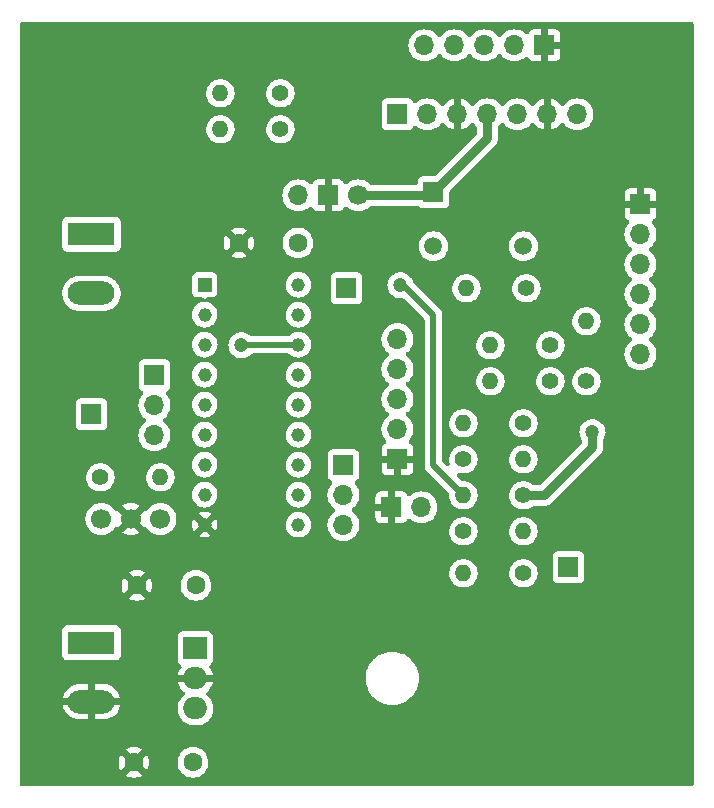
<source format=gbr>
%TF.GenerationSoftware,KiCad,Pcbnew,(6.0.4)*%
%TF.CreationDate,2022-07-11T12:49:24+03:00*%
%TF.ProjectId,V1_mini_mcp2515_based,56315f6d-696e-4695-9f6d-637032353135,rev?*%
%TF.SameCoordinates,Original*%
%TF.FileFunction,Copper,L2,Bot*%
%TF.FilePolarity,Positive*%
%FSLAX46Y46*%
G04 Gerber Fmt 4.6, Leading zero omitted, Abs format (unit mm)*
G04 Created by KiCad (PCBNEW (6.0.4)) date 2022-07-11 12:49:24*
%MOMM*%
%LPD*%
G01*
G04 APERTURE LIST*
%TA.AperFunction,ComponentPad*%
%ADD10R,1.700000X1.700000*%
%TD*%
%TA.AperFunction,ComponentPad*%
%ADD11O,1.400000X1.400000*%
%TD*%
%TA.AperFunction,ComponentPad*%
%ADD12C,1.400000*%
%TD*%
%TA.AperFunction,ComponentPad*%
%ADD13O,1.700000X1.700000*%
%TD*%
%TA.AperFunction,ComponentPad*%
%ADD14C,1.700000*%
%TD*%
%TA.AperFunction,ComponentPad*%
%ADD15R,3.960000X1.980000*%
%TD*%
%TA.AperFunction,ComponentPad*%
%ADD16O,3.960000X1.980000*%
%TD*%
%TA.AperFunction,ComponentPad*%
%ADD17R,1.159000X1.159000*%
%TD*%
%TA.AperFunction,ComponentPad*%
%ADD18C,1.159000*%
%TD*%
%TA.AperFunction,ComponentPad*%
%ADD19C,1.600000*%
%TD*%
%TA.AperFunction,ComponentPad*%
%ADD20R,2.000000X1.905000*%
%TD*%
%TA.AperFunction,ComponentPad*%
%ADD21O,2.000000X1.905000*%
%TD*%
%TA.AperFunction,ViaPad*%
%ADD22C,1.500000*%
%TD*%
%TA.AperFunction,ViaPad*%
%ADD23C,1.200000*%
%TD*%
%TA.AperFunction,Conductor*%
%ADD24C,0.750000*%
%TD*%
%TA.AperFunction,Conductor*%
%ADD25C,0.500000*%
%TD*%
G04 APERTURE END LIST*
D10*
%TO.P,J11,1,Pin_1*%
%TO.N,+3V3*%
X71374000Y-98806000D03*
%TD*%
%TO.P,J10,1,Pin_1*%
%TO.N,+3V3*%
X82804000Y-130556000D03*
%TD*%
D11*
%TO.P,R9,2*%
%TO.N,SPI_SS*%
X76200000Y-111760000D03*
D12*
%TO.P,R9,1*%
%TO.N,Net-(J14-Pad6)*%
X81280000Y-111760000D03*
%TD*%
%TO.P,R12,1*%
%TO.N,Net-(JP1-Pad2)*%
X73914000Y-127508000D03*
D11*
%TO.P,R12,2*%
%TO.N,Net-(J14-Pad5)*%
X78994000Y-127508000D03*
%TD*%
D12*
%TO.P,R11,1*%
%TO.N,Net-(J14-Pad5)*%
X78994000Y-124460000D03*
D11*
%TO.P,R11,2*%
%TO.N,/SS*%
X73914000Y-124460000D03*
%TD*%
D12*
%TO.P,R10,1*%
%TO.N,Net-(JP1-Pad2)*%
X81280000Y-114808000D03*
D11*
%TO.P,R10,2*%
%TO.N,Net-(J14-Pad6)*%
X76200000Y-114808000D03*
%TD*%
%TO.P,R8,2*%
%TO.N,Net-(J14-Pad4)*%
X84328000Y-109728000D03*
D12*
%TO.P,R8,1*%
%TO.N,Net-(JP1-Pad2)*%
X84328000Y-114808000D03*
%TD*%
%TO.P,R7,1*%
%TO.N,Net-(J14-Pad4)*%
X79248000Y-106934000D03*
D11*
%TO.P,R7,2*%
%TO.N,SPI_MOSI*%
X74168000Y-106934000D03*
%TD*%
D10*
%TO.P,JP1,1,A*%
%TO.N,GND*%
X67813000Y-125476000D03*
D13*
%TO.P,JP1,2,B*%
%TO.N,Net-(JP1-Pad2)*%
X70353000Y-125476000D03*
%TD*%
D10*
%TO.P,J14,1,Pin_1*%
%TO.N,GND*%
X88900000Y-99822000D03*
D13*
%TO.P,J14,2,Pin_2*%
%TO.N,Net-(J14-Pad2)*%
X88900000Y-102362000D03*
%TO.P,J14,3,Pin_3*%
%TO.N,SPI_MISO*%
X88900000Y-104902000D03*
%TO.P,J14,4,Pin_4*%
%TO.N,Net-(J14-Pad4)*%
X88900000Y-107442000D03*
%TO.P,J14,5,Pin_5*%
%TO.N,Net-(J14-Pad5)*%
X88900000Y-109982000D03*
%TO.P,J14,6,Pin_6*%
%TO.N,Net-(J14-Pad6)*%
X88900000Y-112522000D03*
%TD*%
D14*
%TO.P,J8,1,Pin_1*%
%TO.N,+3V3*%
X65009000Y-99060000D03*
D10*
%TO.P,J8,2,Pin_2*%
%TO.N,GND*%
X62469000Y-99060000D03*
D13*
%TO.P,J8,3,Pin_3*%
%TO.N,+5V*%
X59929000Y-99060000D03*
%TD*%
D10*
%TO.P,J6,1,Pin_1*%
%TO.N,Net-(IC1-Pad12)*%
X63754000Y-121891000D03*
D13*
%TO.P,J6,2,Pin_2*%
%TO.N,Net-(IC1-Pad11)*%
X63754000Y-124431000D03*
%TO.P,J6,3,Pin_3*%
%TO.N,Net-(IC1-Pad10)*%
X63754000Y-126971000D03*
%TD*%
D10*
%TO.P,J4,1,Pin_1*%
%TO.N,Net-(IC1-Pad4)*%
X47752000Y-114300000D03*
D13*
%TO.P,J4,2,Pin_2*%
%TO.N,Net-(IC1-Pad5)*%
X47752000Y-116840000D03*
%TO.P,J4,3,Pin_3*%
%TO.N,Net-(IC1-Pad6)*%
X47752000Y-119380000D03*
%TD*%
D10*
%TO.P,J3,1,Pin_1*%
%TO.N,Net-(IC1-Pad3)*%
X42418000Y-117602000D03*
%TD*%
D15*
%TO.P,J12,1,Pin_1*%
%TO.N,+12V*%
X42418000Y-136935000D03*
D16*
%TO.P,J12,2,Pin_2*%
%TO.N,GND*%
X42418000Y-141935000D03*
%TD*%
D17*
%TO.P,IC1,1,TXCAN*%
%TO.N,Net-(IC1-Pad1)*%
X52006000Y-106622000D03*
D18*
%TO.P,IC1,2,RXCAN*%
%TO.N,Net-(IC1-Pad2)*%
X52006000Y-109162000D03*
%TO.P,IC1,3,CLKOUT/SOF*%
%TO.N,Net-(IC1-Pad3)*%
X52006000Y-111702000D03*
%TO.P,IC1,4,~{TX0RTS}*%
%TO.N,Net-(IC1-Pad4)*%
X52006000Y-114242000D03*
%TO.P,IC1,5,~{TX1RTS}*%
%TO.N,Net-(IC1-Pad5)*%
X52006000Y-116782000D03*
%TO.P,IC1,6,~{TX2RTS}*%
%TO.N,Net-(IC1-Pad6)*%
X52006000Y-119322000D03*
%TO.P,IC1,7,OSC2*%
%TO.N,Net-(IC1-Pad7)*%
X52006000Y-121862000D03*
%TO.P,IC1,8,OSC1*%
%TO.N,Net-(IC1-Pad8)*%
X52006000Y-124402000D03*
%TO.P,IC1,9,VSS*%
%TO.N,GND*%
X52006000Y-126942000D03*
%TO.P,IC1,10,~{RX1BF}*%
%TO.N,Net-(IC1-Pad10)*%
X59944000Y-126942000D03*
%TO.P,IC1,11,~{RX0BF}*%
%TO.N,Net-(IC1-Pad11)*%
X59944000Y-124402000D03*
%TO.P,IC1,12,~{INT}*%
%TO.N,Net-(IC1-Pad12)*%
X59944000Y-121862000D03*
%TO.P,IC1,13,SCK*%
%TO.N,SPI_CLK*%
X59944000Y-119322000D03*
%TO.P,IC1,14,SI*%
%TO.N,SPI_MOSI*%
X59944000Y-116782000D03*
%TO.P,IC1,15,SO*%
%TO.N,SPI_MISO*%
X59944000Y-114242000D03*
%TO.P,IC1,16,~{CS}*%
%TO.N,SPI_SS*%
X59944000Y-111702000D03*
%TO.P,IC1,17,~{RESET}*%
%TO.N,Net-(IC1-Pad17)*%
X59944000Y-109162000D03*
%TO.P,IC1,18,VDD*%
%TO.N,+5V*%
X59944000Y-106622000D03*
%TD*%
D12*
%TO.P,R4,1*%
%TO.N,+3V3*%
X58420000Y-93472000D03*
D11*
%TO.P,R4,2*%
%TO.N,SPI_SS*%
X53340000Y-93472000D03*
%TD*%
D10*
%TO.P,J9,1,Pin_1*%
%TO.N,GND*%
X68326000Y-121407000D03*
D13*
%TO.P,J9,2,Pin_2*%
%TO.N,SPI_CLK*%
X68326000Y-118867000D03*
%TO.P,J9,3,Pin_3*%
%TO.N,SPI_MOSI*%
X68326000Y-116327000D03*
%TO.P,J9,4,Pin_4*%
%TO.N,SPI_MISO*%
X68326000Y-113787000D03*
%TO.P,J9,5,Pin_5*%
%TO.N,SPI_SS*%
X68326000Y-111247000D03*
%TD*%
D19*
%TO.P,C2,1*%
%TO.N,GND*%
X46268000Y-132080000D03*
%TO.P,C2,2*%
%TO.N,+12V*%
X51268000Y-132080000D03*
%TD*%
D12*
%TO.P,R5,1*%
%TO.N,Net-(J14-Pad2)*%
X78994000Y-118364000D03*
D11*
%TO.P,R5,2*%
%TO.N,SPI_CLK*%
X73914000Y-118364000D03*
%TD*%
D12*
%TO.P,R3,1*%
%TO.N,+3V3*%
X58420000Y-90424000D03*
D11*
%TO.P,R3,2*%
%TO.N,/SS*%
X53340000Y-90424000D03*
%TD*%
D15*
%TO.P,J2,1,Pin_1*%
%TO.N,Net-(IC1-Pad1)*%
X42418000Y-102362000D03*
D16*
%TO.P,J2,2,Pin_2*%
%TO.N,Net-(IC1-Pad2)*%
X42418000Y-107362000D03*
%TD*%
D12*
%TO.P,R1,1*%
%TO.N,Net-(R1-Pad1)*%
X43180000Y-122936000D03*
D11*
%TO.P,R1,2*%
%TO.N,Net-(IC1-Pad7)*%
X48260000Y-122936000D03*
%TD*%
D12*
%TO.P,R6,1*%
%TO.N,Net-(JP1-Pad2)*%
X73914000Y-121412000D03*
D11*
%TO.P,R6,2*%
%TO.N,Net-(J14-Pad2)*%
X78994000Y-121412000D03*
%TD*%
D19*
%TO.P,C1,1*%
%TO.N,+5V*%
X59904000Y-103095000D03*
%TO.P,C1,2*%
%TO.N,GND*%
X54904000Y-103095000D03*
%TD*%
D14*
%TO.P,Y1,1,1*%
%TO.N,Net-(IC1-Pad8)*%
X48260000Y-126463000D03*
%TO.P,Y1,2,2*%
%TO.N,GND*%
X45760000Y-126463000D03*
%TO.P,Y1,3,3*%
%TO.N,Net-(R1-Pad1)*%
X43260000Y-126463000D03*
%TD*%
D10*
%TO.P,J7,1,Pin_1*%
%TO.N,Net-(IC1-Pad17)*%
X64008000Y-106934000D03*
%TD*%
D12*
%TO.P,R2,1*%
%TO.N,+3V3*%
X78994000Y-131064000D03*
D11*
%TO.P,R2,2*%
%TO.N,/SS*%
X73914000Y-131064000D03*
%TD*%
D10*
%TO.P,J13,1,Pin_1*%
%TO.N,GND*%
X80772000Y-86360000D03*
D13*
%TO.P,J13,2,Pin_2*%
%TO.N,SPI_MISO*%
X78232000Y-86360000D03*
%TO.P,J13,3,Pin_3*%
%TO.N,SPI_CLK*%
X75692000Y-86360000D03*
%TO.P,J13,4,Pin_4*%
%TO.N,SPI_MOSI*%
X73152000Y-86360000D03*
%TO.P,J13,5,Pin_5*%
%TO.N,/SS*%
X70612000Y-86360000D03*
%TD*%
D19*
%TO.P,C3,1*%
%TO.N,+5V*%
X51014000Y-147066000D03*
%TO.P,C3,2*%
%TO.N,GND*%
X46014000Y-147066000D03*
%TD*%
D20*
%TO.P,U1,1,VI*%
%TO.N,+12V*%
X51222000Y-137414000D03*
D21*
%TO.P,U1,2,GND*%
%TO.N,GND*%
X51222000Y-139954000D03*
%TO.P,U1,3,VO*%
%TO.N,+5V*%
X51222000Y-142494000D03*
%TD*%
D10*
%TO.P,J1,1,Pin_1*%
%TO.N,/SS*%
X68326000Y-92202000D03*
D13*
%TO.P,J1,2,Pin_2*%
%TO.N,SPI_MOSI*%
X70866000Y-92202000D03*
%TO.P,J1,3,Pin_3*%
%TO.N,GND*%
X73406000Y-92202000D03*
%TO.P,J1,4,Pin_4*%
%TO.N,+3V3*%
X75946000Y-92202000D03*
%TO.P,J1,5,Pin_5*%
%TO.N,SPI_CLK*%
X78486000Y-92202000D03*
%TO.P,J1,6,Pin_6*%
%TO.N,GND*%
X81026000Y-92202000D03*
%TO.P,J1,7,Pin_7*%
%TO.N,SPI_MISO*%
X83566000Y-92202000D03*
%TD*%
D22*
%TO.N,SPI_MISO*%
X78994000Y-103378000D03*
X71374000Y-103378000D03*
D23*
%TO.N,GND*%
X91440000Y-133858000D03*
%TO.N,Net-(J14-Pad5)*%
X84836000Y-119126000D03*
%TO.N,SPI_SS*%
X55118000Y-111760000D03*
%TO.N,/SS*%
X68580000Y-106680000D03*
%TD*%
D24*
%TO.N,Net-(J14-Pad5)*%
X84836000Y-120396000D02*
X80772000Y-124460000D01*
X80772000Y-124460000D02*
X78994000Y-124460000D01*
X84836000Y-119126000D02*
X84836000Y-120396000D01*
D25*
%TO.N,/SS*%
X71374000Y-121920000D02*
X73914000Y-124460000D01*
X71374000Y-109220000D02*
X71374000Y-121920000D01*
X68834000Y-106680000D02*
X71374000Y-109220000D01*
X68580000Y-106680000D02*
X68834000Y-106680000D01*
D24*
%TO.N,+3V3*%
X71120000Y-99060000D02*
X65009000Y-99060000D01*
X75946000Y-94234000D02*
X71120000Y-99060000D01*
X75946000Y-92202000D02*
X75946000Y-94234000D01*
D25*
%TO.N,SPI_SS*%
X55118000Y-111760000D02*
X55176000Y-111702000D01*
X55176000Y-111702000D02*
X59944000Y-111702000D01*
%TD*%
%TA.AperFunction,Conductor*%
%TO.N,GND*%
G36*
X93316843Y-84390207D02*
G01*
X93386084Y-84445426D01*
X93424511Y-84525218D01*
X93429500Y-84569500D01*
X93429500Y-148856500D01*
X93409793Y-148942843D01*
X93354574Y-149012084D01*
X93274782Y-149050511D01*
X93230500Y-149055500D01*
X36563500Y-149055500D01*
X36477157Y-149035793D01*
X36407916Y-148980574D01*
X36369489Y-148900782D01*
X36364500Y-148856500D01*
X36364500Y-148174430D01*
X45335832Y-148174430D01*
X45346430Y-148185569D01*
X45354401Y-148191151D01*
X45369390Y-148199805D01*
X45559796Y-148288593D01*
X45576072Y-148294517D01*
X45779004Y-148348893D01*
X45796046Y-148351898D01*
X46005347Y-148370209D01*
X46022653Y-148370209D01*
X46231954Y-148351898D01*
X46248996Y-148348893D01*
X46451928Y-148294517D01*
X46468204Y-148288593D01*
X46658610Y-148199805D01*
X46673599Y-148191151D01*
X46679517Y-148187008D01*
X46692304Y-148172877D01*
X46683801Y-148160065D01*
X46029855Y-147506119D01*
X46013380Y-147495767D01*
X46005869Y-147498395D01*
X45345972Y-148158292D01*
X45335832Y-148174430D01*
X36364500Y-148174430D01*
X36364500Y-147074653D01*
X44709791Y-147074653D01*
X44728102Y-147283954D01*
X44731107Y-147300996D01*
X44785483Y-147503928D01*
X44791407Y-147520204D01*
X44880195Y-147710610D01*
X44888849Y-147725599D01*
X44892992Y-147731517D01*
X44907123Y-147744304D01*
X44919935Y-147735801D01*
X45573881Y-147081855D01*
X45583454Y-147066620D01*
X46443767Y-147066620D01*
X46446395Y-147074131D01*
X47106292Y-147734028D01*
X47122430Y-147744168D01*
X47133569Y-147733570D01*
X47139151Y-147725599D01*
X47147805Y-147710610D01*
X47236593Y-147520204D01*
X47242517Y-147503928D01*
X47296893Y-147300996D01*
X47299898Y-147283954D01*
X47318209Y-147074653D01*
X47318209Y-147066000D01*
X49708532Y-147066000D01*
X49709289Y-147074653D01*
X49727601Y-147283954D01*
X49728365Y-147292692D01*
X49730612Y-147301077D01*
X49730613Y-147301084D01*
X49783483Y-147498395D01*
X49787261Y-147512496D01*
X49883432Y-147718734D01*
X49888416Y-147725852D01*
X50008969Y-147898022D01*
X50008973Y-147898027D01*
X50013953Y-147905139D01*
X50174861Y-148066047D01*
X50181973Y-148071027D01*
X50181978Y-148071031D01*
X50309134Y-148160065D01*
X50361266Y-148196568D01*
X50567504Y-148292739D01*
X50575901Y-148294989D01*
X50778916Y-148349387D01*
X50778923Y-148349388D01*
X50787308Y-148351635D01*
X50795959Y-148352392D01*
X50795960Y-148352392D01*
X51005347Y-148370711D01*
X51014000Y-148371468D01*
X51022653Y-148370711D01*
X51232040Y-148352392D01*
X51232041Y-148352392D01*
X51240692Y-148351635D01*
X51249077Y-148349388D01*
X51249084Y-148349387D01*
X51452099Y-148294989D01*
X51460496Y-148292739D01*
X51666734Y-148196568D01*
X51718866Y-148160065D01*
X51846022Y-148071031D01*
X51846027Y-148071027D01*
X51853139Y-148066047D01*
X52014047Y-147905139D01*
X52019027Y-147898027D01*
X52019031Y-147898022D01*
X52139584Y-147725852D01*
X52144568Y-147718734D01*
X52240739Y-147512496D01*
X52244517Y-147498395D01*
X52297387Y-147301084D01*
X52297388Y-147301077D01*
X52299635Y-147292692D01*
X52300400Y-147283954D01*
X52318711Y-147074653D01*
X52319468Y-147066000D01*
X52318081Y-147050145D01*
X52300392Y-146847960D01*
X52300392Y-146847959D01*
X52299635Y-146839308D01*
X52297388Y-146830923D01*
X52297387Y-146830916D01*
X52242989Y-146627901D01*
X52240739Y-146619504D01*
X52144568Y-146413266D01*
X52126664Y-146387696D01*
X52019031Y-146233978D01*
X52019027Y-146233973D01*
X52014047Y-146226861D01*
X51853139Y-146065953D01*
X51846027Y-146060973D01*
X51846022Y-146060969D01*
X51673852Y-145940416D01*
X51666734Y-145935432D01*
X51460496Y-145839261D01*
X51452099Y-145837011D01*
X51249084Y-145782613D01*
X51249077Y-145782612D01*
X51240692Y-145780365D01*
X51232041Y-145779608D01*
X51232040Y-145779608D01*
X51022653Y-145761289D01*
X51014000Y-145760532D01*
X51005347Y-145761289D01*
X50795960Y-145779608D01*
X50795959Y-145779608D01*
X50787308Y-145780365D01*
X50778923Y-145782612D01*
X50778916Y-145782613D01*
X50575901Y-145837011D01*
X50567504Y-145839261D01*
X50361266Y-145935432D01*
X50354148Y-145940416D01*
X50181978Y-146060969D01*
X50181973Y-146060973D01*
X50174861Y-146065953D01*
X50013953Y-146226861D01*
X50008973Y-146233973D01*
X50008969Y-146233978D01*
X49901336Y-146387696D01*
X49883432Y-146413266D01*
X49787261Y-146619504D01*
X49785011Y-146627901D01*
X49730613Y-146830916D01*
X49730612Y-146830923D01*
X49728365Y-146839308D01*
X49727608Y-146847959D01*
X49727608Y-146847960D01*
X49709919Y-147050145D01*
X49708532Y-147066000D01*
X47318209Y-147066000D01*
X47318209Y-147057347D01*
X47299898Y-146848046D01*
X47296893Y-146831004D01*
X47242517Y-146628072D01*
X47236593Y-146611796D01*
X47147805Y-146421390D01*
X47139151Y-146406401D01*
X47135008Y-146400483D01*
X47120877Y-146387696D01*
X47108065Y-146396199D01*
X46454119Y-147050145D01*
X46443767Y-147066620D01*
X45583454Y-147066620D01*
X45584233Y-147065380D01*
X45581605Y-147057869D01*
X44921708Y-146397972D01*
X44905570Y-146387832D01*
X44894431Y-146398430D01*
X44888849Y-146406401D01*
X44880195Y-146421390D01*
X44791407Y-146611796D01*
X44785483Y-146628072D01*
X44731107Y-146831004D01*
X44728102Y-146848046D01*
X44709791Y-147057347D01*
X44709791Y-147074653D01*
X36364500Y-147074653D01*
X36364500Y-145959123D01*
X45335696Y-145959123D01*
X45344199Y-145971935D01*
X45998145Y-146625881D01*
X46014620Y-146636233D01*
X46022131Y-146633605D01*
X46682028Y-145973708D01*
X46692168Y-145957570D01*
X46681570Y-145946431D01*
X46673599Y-145940849D01*
X46658610Y-145932195D01*
X46468204Y-145843407D01*
X46451928Y-145837483D01*
X46248996Y-145783107D01*
X46231954Y-145780102D01*
X46022653Y-145761791D01*
X46005347Y-145761791D01*
X45796046Y-145780102D01*
X45779004Y-145783107D01*
X45576072Y-145837483D01*
X45559796Y-145843407D01*
X45369390Y-145932195D01*
X45354401Y-145940849D01*
X45348483Y-145944992D01*
X45335696Y-145959123D01*
X36364500Y-145959123D01*
X36364500Y-142253557D01*
X39969322Y-142253557D01*
X39972361Y-142273417D01*
X39976132Y-142289246D01*
X40047181Y-142506622D01*
X40053485Y-142521617D01*
X40159078Y-142724459D01*
X40167759Y-142738244D01*
X40305055Y-142921105D01*
X40315869Y-142933286D01*
X40481198Y-143091277D01*
X40493844Y-143101517D01*
X40682756Y-143230385D01*
X40696911Y-143238426D01*
X40904335Y-143334709D01*
X40919614Y-143340330D01*
X41139973Y-143401442D01*
X41155968Y-143404493D01*
X41342585Y-143424437D01*
X41353157Y-143425000D01*
X42095577Y-143425000D01*
X42114547Y-143420670D01*
X42118000Y-143413500D01*
X42118000Y-143402577D01*
X42718000Y-143402577D01*
X42722330Y-143421547D01*
X42729500Y-143425000D01*
X43466030Y-143425000D01*
X43474190Y-143424665D01*
X43644054Y-143410700D01*
X43660106Y-143408043D01*
X43881898Y-143352332D01*
X43897316Y-143347084D01*
X44107021Y-143255901D01*
X44121375Y-143248204D01*
X44313377Y-143123993D01*
X44326270Y-143114064D01*
X44495407Y-142960162D01*
X44506516Y-142948249D01*
X44648250Y-142768783D01*
X44657251Y-142755233D01*
X44745316Y-142595704D01*
X49720072Y-142595704D01*
X49756212Y-142831884D01*
X49830442Y-143058990D01*
X49940767Y-143270923D01*
X50084225Y-143461991D01*
X50090133Y-143467636D01*
X50090134Y-143467638D01*
X50117551Y-143493838D01*
X50256963Y-143627063D01*
X50454343Y-143761706D01*
X50671062Y-143862304D01*
X50678926Y-143864485D01*
X50678929Y-143864486D01*
X50786182Y-143894230D01*
X50901302Y-143926155D01*
X50909424Y-143927023D01*
X51091080Y-143946437D01*
X51091084Y-143946437D01*
X51096350Y-143947000D01*
X51330071Y-143947000D01*
X51452652Y-143936922D01*
X51499490Y-143933071D01*
X51499491Y-143933071D01*
X51507626Y-143932402D01*
X51739357Y-143874196D01*
X51746846Y-143870940D01*
X51746851Y-143870938D01*
X51950977Y-143782181D01*
X51958470Y-143778923D01*
X52159079Y-143649142D01*
X52335799Y-143488340D01*
X52483883Y-143300834D01*
X52508688Y-143255901D01*
X52586985Y-143114064D01*
X52599353Y-143091660D01*
X52602080Y-143083960D01*
X52676385Y-142874129D01*
X52676387Y-142874123D01*
X52679109Y-142866435D01*
X52685264Y-142831884D01*
X52719576Y-142639251D01*
X52721009Y-142631208D01*
X52723928Y-142392296D01*
X52687788Y-142156116D01*
X52649068Y-142037652D01*
X52616093Y-141936765D01*
X52616092Y-141936762D01*
X52613558Y-141929010D01*
X52503233Y-141717077D01*
X52359775Y-141526009D01*
X52338912Y-141506072D01*
X52192349Y-141366013D01*
X52143542Y-141292113D01*
X52131632Y-141204354D01*
X52158978Y-141120119D01*
X52195906Y-141074956D01*
X52329387Y-140953498D01*
X52340496Y-140941586D01*
X52478409Y-140766957D01*
X52487407Y-140753413D01*
X52594951Y-140558599D01*
X52601618Y-140543764D01*
X52675899Y-140334003D01*
X52680057Y-140318265D01*
X52687572Y-140276076D01*
X52686657Y-140257078D01*
X52671501Y-140254000D01*
X49773345Y-140254000D01*
X49754375Y-140258330D01*
X49754270Y-140258548D01*
X49753762Y-140272558D01*
X49755466Y-140283695D01*
X49759237Y-140299526D01*
X49828369Y-140511035D01*
X49834675Y-140526038D01*
X49937419Y-140723407D01*
X49946098Y-140737189D01*
X50079694Y-140915122D01*
X50090510Y-140927305D01*
X50251660Y-141081303D01*
X50300467Y-141155203D01*
X50312377Y-141242962D01*
X50285031Y-141327197D01*
X50248104Y-141372359D01*
X50108201Y-141499660D01*
X49960117Y-141687166D01*
X49844647Y-141896340D01*
X49841921Y-141904037D01*
X49841920Y-141904040D01*
X49767615Y-142113871D01*
X49767613Y-142113877D01*
X49764891Y-142121565D01*
X49763460Y-142129597D01*
X49763459Y-142129602D01*
X49752921Y-142188763D01*
X49722991Y-142356792D01*
X49720072Y-142595704D01*
X44745316Y-142595704D01*
X44767770Y-142555028D01*
X44774442Y-142540185D01*
X44850780Y-142324613D01*
X44854936Y-142308882D01*
X44864164Y-142257076D01*
X44863249Y-142238077D01*
X44848096Y-142235000D01*
X42740423Y-142235000D01*
X42721453Y-142239330D01*
X42718000Y-142246500D01*
X42718000Y-143402577D01*
X42118000Y-143402577D01*
X42118000Y-142257423D01*
X42113670Y-142238453D01*
X42106500Y-142235000D01*
X39988905Y-142235000D01*
X39969935Y-142239330D01*
X39969830Y-142239548D01*
X39969322Y-142253557D01*
X36364500Y-142253557D01*
X36364500Y-141612924D01*
X39971836Y-141612924D01*
X39972751Y-141631923D01*
X39987904Y-141635000D01*
X42095577Y-141635000D01*
X42114547Y-141630670D01*
X42118000Y-141623500D01*
X42118000Y-141612577D01*
X42718000Y-141612577D01*
X42722330Y-141631547D01*
X42729500Y-141635000D01*
X44847095Y-141635000D01*
X44866065Y-141630670D01*
X44866170Y-141630452D01*
X44866678Y-141616443D01*
X44863639Y-141596583D01*
X44859868Y-141580754D01*
X44788819Y-141363378D01*
X44782515Y-141348383D01*
X44676922Y-141145541D01*
X44668241Y-141131756D01*
X44530945Y-140948895D01*
X44520131Y-140936714D01*
X44354802Y-140778723D01*
X44342156Y-140768483D01*
X44153244Y-140639615D01*
X44139089Y-140631574D01*
X43931665Y-140535291D01*
X43916386Y-140529670D01*
X43696027Y-140468558D01*
X43680032Y-140465507D01*
X43493415Y-140445563D01*
X43482843Y-140445000D01*
X42740423Y-140445000D01*
X42721453Y-140449330D01*
X42718000Y-140456500D01*
X42718000Y-141612577D01*
X42118000Y-141612577D01*
X42118000Y-140467423D01*
X42113670Y-140448453D01*
X42106500Y-140445000D01*
X41369970Y-140445000D01*
X41361810Y-140445335D01*
X41191946Y-140459300D01*
X41175894Y-140461957D01*
X40954102Y-140517668D01*
X40938684Y-140522916D01*
X40728979Y-140614099D01*
X40714625Y-140621796D01*
X40522623Y-140746007D01*
X40509730Y-140755936D01*
X40340593Y-140909838D01*
X40329484Y-140921751D01*
X40187750Y-141101217D01*
X40178749Y-141114767D01*
X40068230Y-141314972D01*
X40061558Y-141329815D01*
X39985220Y-141545387D01*
X39981064Y-141561118D01*
X39971836Y-141612924D01*
X36364500Y-141612924D01*
X36364500Y-139954000D01*
X65626671Y-139954000D01*
X65645966Y-140248380D01*
X65703519Y-140537722D01*
X65705614Y-140543892D01*
X65705614Y-140543894D01*
X65732059Y-140621796D01*
X65798348Y-140817077D01*
X65801225Y-140822911D01*
X65925949Y-141075827D01*
X65925952Y-141075833D01*
X65928828Y-141081664D01*
X65932442Y-141087072D01*
X65932445Y-141087078D01*
X66069445Y-141292113D01*
X66092727Y-141326957D01*
X66097019Y-141331851D01*
X66097022Y-141331855D01*
X66282950Y-141543864D01*
X66287242Y-141548758D01*
X66509043Y-141743273D01*
X66688207Y-141862987D01*
X66727425Y-141889191D01*
X66754335Y-141907172D01*
X66814344Y-141936765D01*
X67013082Y-142034772D01*
X67013088Y-142034774D01*
X67018923Y-142037652D01*
X67230836Y-142109587D01*
X67289797Y-142129602D01*
X67298278Y-142132481D01*
X67587620Y-142190034D01*
X67594117Y-142190460D01*
X67594118Y-142190460D01*
X67875501Y-142208903D01*
X67882000Y-142209329D01*
X67888499Y-142208903D01*
X68169882Y-142190460D01*
X68169883Y-142190460D01*
X68176380Y-142190034D01*
X68465722Y-142132481D01*
X68474204Y-142129602D01*
X68533164Y-142109587D01*
X68745077Y-142037652D01*
X68750912Y-142034774D01*
X68750918Y-142034772D01*
X68949656Y-141936765D01*
X69009665Y-141907172D01*
X69036576Y-141889191D01*
X69075793Y-141862987D01*
X69254957Y-141743273D01*
X69476758Y-141548758D01*
X69481050Y-141543864D01*
X69666978Y-141331855D01*
X69666981Y-141331851D01*
X69671273Y-141326957D01*
X69694555Y-141292113D01*
X69831555Y-141087078D01*
X69831558Y-141087072D01*
X69835172Y-141081664D01*
X69838048Y-141075833D01*
X69838051Y-141075827D01*
X69962775Y-140822911D01*
X69965652Y-140817077D01*
X70031942Y-140621796D01*
X70058386Y-140543894D01*
X70058386Y-140543892D01*
X70060481Y-140537722D01*
X70118034Y-140248380D01*
X70137329Y-139954000D01*
X70118034Y-139659620D01*
X70060481Y-139370278D01*
X69965652Y-139090923D01*
X69961918Y-139083352D01*
X69838051Y-138832173D01*
X69838048Y-138832167D01*
X69835172Y-138826336D01*
X69831558Y-138820928D01*
X69831555Y-138820922D01*
X69674892Y-138586459D01*
X69674891Y-138586457D01*
X69671273Y-138581043D01*
X69588593Y-138486764D01*
X69481050Y-138364136D01*
X69476758Y-138359242D01*
X69254957Y-138164727D01*
X69009665Y-138000828D01*
X68873669Y-137933762D01*
X68750918Y-137873228D01*
X68750911Y-137873225D01*
X68745077Y-137870348D01*
X68465722Y-137775519D01*
X68176380Y-137717966D01*
X68169883Y-137717540D01*
X68169882Y-137717540D01*
X67888499Y-137699097D01*
X67882000Y-137698671D01*
X67875501Y-137699097D01*
X67594118Y-137717540D01*
X67594117Y-137717540D01*
X67587620Y-137717966D01*
X67298278Y-137775519D01*
X67292108Y-137777614D01*
X67292106Y-137777614D01*
X67025085Y-137868256D01*
X67025081Y-137868257D01*
X67018923Y-137870348D01*
X67013089Y-137873225D01*
X66760173Y-137997949D01*
X66760167Y-137997952D01*
X66754336Y-138000828D01*
X66748928Y-138004442D01*
X66748922Y-138004445D01*
X66514462Y-138161106D01*
X66509043Y-138164727D01*
X66504149Y-138169019D01*
X66504145Y-138169022D01*
X66365002Y-138291048D01*
X66287242Y-138359242D01*
X66282950Y-138364136D01*
X66175408Y-138486764D01*
X66092727Y-138581043D01*
X66089109Y-138586457D01*
X66089108Y-138586459D01*
X65932445Y-138820922D01*
X65932442Y-138820928D01*
X65928828Y-138826336D01*
X65925952Y-138832167D01*
X65925949Y-138832173D01*
X65802082Y-139083352D01*
X65798348Y-139090923D01*
X65703519Y-139370278D01*
X65645966Y-139659620D01*
X65626671Y-139954000D01*
X36364500Y-139954000D01*
X36364500Y-135897623D01*
X39937500Y-135897623D01*
X39937501Y-137972376D01*
X39944149Y-138033580D01*
X39994474Y-138167824D01*
X40080454Y-138282546D01*
X40195176Y-138368526D01*
X40275221Y-138398533D01*
X40317738Y-138414472D01*
X40317740Y-138414473D01*
X40329420Y-138418851D01*
X40390623Y-138425500D01*
X42417435Y-138425500D01*
X44445376Y-138425499D01*
X44472765Y-138422524D01*
X44494174Y-138420199D01*
X44494178Y-138420198D01*
X44506580Y-138418851D01*
X44640824Y-138368526D01*
X44755546Y-138282546D01*
X44841526Y-138167824D01*
X44891851Y-138033580D01*
X44898500Y-137972377D01*
X44898499Y-136414123D01*
X49721500Y-136414123D01*
X49721501Y-138413876D01*
X49728149Y-138475080D01*
X49778474Y-138609324D01*
X49864454Y-138724046D01*
X49875798Y-138732548D01*
X49971540Y-138804303D01*
X50028813Y-138871855D01*
X50051105Y-138957567D01*
X50034000Y-139044463D01*
X50008366Y-139086879D01*
X49965596Y-139141036D01*
X49956593Y-139154587D01*
X49849049Y-139349401D01*
X49842382Y-139364236D01*
X49768101Y-139573997D01*
X49763943Y-139589735D01*
X49756428Y-139631924D01*
X49757343Y-139650922D01*
X49772499Y-139654000D01*
X52670655Y-139654000D01*
X52689625Y-139649670D01*
X52689730Y-139649452D01*
X52690238Y-139635442D01*
X52688534Y-139624305D01*
X52684763Y-139608474D01*
X52615631Y-139396965D01*
X52609325Y-139381962D01*
X52506581Y-139184593D01*
X52497902Y-139170811D01*
X52432236Y-139083352D01*
X52396153Y-139002472D01*
X52398736Y-138913946D01*
X52439474Y-138835308D01*
X52472028Y-138804627D01*
X52568202Y-138732548D01*
X52579546Y-138724046D01*
X52665526Y-138609324D01*
X52715851Y-138475080D01*
X52722500Y-138413877D01*
X52722499Y-136414124D01*
X52715851Y-136352920D01*
X52665526Y-136218676D01*
X52579546Y-136103954D01*
X52464824Y-136017974D01*
X52384779Y-135987967D01*
X52342262Y-135972028D01*
X52342260Y-135972027D01*
X52330580Y-135967649D01*
X52269377Y-135961000D01*
X51222292Y-135961000D01*
X50174624Y-135961001D01*
X50147235Y-135963976D01*
X50125826Y-135966301D01*
X50125822Y-135966302D01*
X50113420Y-135967649D01*
X49979176Y-136017974D01*
X49864454Y-136103954D01*
X49778474Y-136218676D01*
X49728149Y-136352920D01*
X49721500Y-136414123D01*
X44898499Y-136414123D01*
X44898499Y-135897624D01*
X44891851Y-135836420D01*
X44841526Y-135702176D01*
X44755546Y-135587454D01*
X44640824Y-135501474D01*
X44560779Y-135471467D01*
X44518262Y-135455528D01*
X44518260Y-135455527D01*
X44506580Y-135451149D01*
X44445377Y-135444500D01*
X42418565Y-135444500D01*
X40390624Y-135444501D01*
X40363235Y-135447476D01*
X40341826Y-135449801D01*
X40341822Y-135449802D01*
X40329420Y-135451149D01*
X40195176Y-135501474D01*
X40080454Y-135587454D01*
X39994474Y-135702176D01*
X39944149Y-135836420D01*
X39937500Y-135897623D01*
X36364500Y-135897623D01*
X36364500Y-133188430D01*
X45589832Y-133188430D01*
X45600430Y-133199569D01*
X45608401Y-133205151D01*
X45623390Y-133213805D01*
X45813796Y-133302593D01*
X45830072Y-133308517D01*
X46033004Y-133362893D01*
X46050046Y-133365898D01*
X46259347Y-133384209D01*
X46276653Y-133384209D01*
X46485954Y-133365898D01*
X46502996Y-133362893D01*
X46705928Y-133308517D01*
X46722204Y-133302593D01*
X46912610Y-133213805D01*
X46927599Y-133205151D01*
X46933517Y-133201008D01*
X46946304Y-133186877D01*
X46937801Y-133174065D01*
X46283855Y-132520119D01*
X46267380Y-132509767D01*
X46259869Y-132512395D01*
X45599972Y-133172292D01*
X45589832Y-133188430D01*
X36364500Y-133188430D01*
X36364500Y-132088653D01*
X44963791Y-132088653D01*
X44982102Y-132297954D01*
X44985107Y-132314996D01*
X45039483Y-132517928D01*
X45045407Y-132534204D01*
X45134195Y-132724610D01*
X45142849Y-132739599D01*
X45146992Y-132745517D01*
X45161123Y-132758304D01*
X45173935Y-132749801D01*
X45827881Y-132095855D01*
X45837454Y-132080620D01*
X46697767Y-132080620D01*
X46700395Y-132088131D01*
X47360292Y-132748028D01*
X47376430Y-132758168D01*
X47387569Y-132747570D01*
X47393151Y-132739599D01*
X47401805Y-132724610D01*
X47490593Y-132534204D01*
X47496517Y-132517928D01*
X47550893Y-132314996D01*
X47553898Y-132297954D01*
X47572209Y-132088653D01*
X47572209Y-132080000D01*
X49962532Y-132080000D01*
X49963289Y-132088653D01*
X49981601Y-132297954D01*
X49982365Y-132306692D01*
X49984612Y-132315077D01*
X49984613Y-132315084D01*
X50037483Y-132512395D01*
X50041261Y-132526496D01*
X50137432Y-132732734D01*
X50142416Y-132739852D01*
X50262969Y-132912022D01*
X50262973Y-132912027D01*
X50267953Y-132919139D01*
X50428861Y-133080047D01*
X50435973Y-133085027D01*
X50435978Y-133085031D01*
X50563134Y-133174065D01*
X50615266Y-133210568D01*
X50821504Y-133306739D01*
X50829901Y-133308989D01*
X51032916Y-133363387D01*
X51032923Y-133363388D01*
X51041308Y-133365635D01*
X51049959Y-133366392D01*
X51049960Y-133366392D01*
X51259347Y-133384711D01*
X51268000Y-133385468D01*
X51276653Y-133384711D01*
X51486040Y-133366392D01*
X51486041Y-133366392D01*
X51494692Y-133365635D01*
X51503077Y-133363388D01*
X51503084Y-133363387D01*
X51706099Y-133308989D01*
X51714496Y-133306739D01*
X51920734Y-133210568D01*
X51972866Y-133174065D01*
X52100022Y-133085031D01*
X52100027Y-133085027D01*
X52107139Y-133080047D01*
X52268047Y-132919139D01*
X52273027Y-132912027D01*
X52273031Y-132912022D01*
X52393584Y-132739852D01*
X52398568Y-132732734D01*
X52494739Y-132526496D01*
X52498517Y-132512395D01*
X52551387Y-132315084D01*
X52551388Y-132315077D01*
X52553635Y-132306692D01*
X52554400Y-132297954D01*
X52572711Y-132088653D01*
X52573468Y-132080000D01*
X52557324Y-131895471D01*
X52554392Y-131861960D01*
X52554392Y-131861959D01*
X52553635Y-131853308D01*
X52551388Y-131844923D01*
X52551387Y-131844916D01*
X52496989Y-131641901D01*
X52494739Y-131633504D01*
X52398568Y-131427266D01*
X52334960Y-131336423D01*
X52273031Y-131247978D01*
X52273027Y-131247973D01*
X52268047Y-131240861D01*
X52107139Y-131079953D01*
X52100027Y-131074973D01*
X52100022Y-131074969D01*
X52039283Y-131032440D01*
X72708770Y-131032440D01*
X72711884Y-131079953D01*
X72722028Y-131234715D01*
X72723200Y-131252604D01*
X72725444Y-131261441D01*
X72725445Y-131261445D01*
X72748975Y-131354094D01*
X72777511Y-131466452D01*
X72869883Y-131666821D01*
X72997222Y-131847002D01*
X73155264Y-132000961D01*
X73231308Y-132051772D01*
X73331136Y-132118475D01*
X73331140Y-132118477D01*
X73338717Y-132123540D01*
X73541436Y-132210635D01*
X73550334Y-132212649D01*
X73550339Y-132212650D01*
X73747735Y-132257316D01*
X73747737Y-132257316D01*
X73756632Y-132259329D01*
X73977098Y-132267991D01*
X73986119Y-132266683D01*
X73986120Y-132266683D01*
X74081016Y-132252923D01*
X74195452Y-132236331D01*
X74297971Y-132201530D01*
X74395740Y-132168343D01*
X74395744Y-132168341D01*
X74404379Y-132165410D01*
X74596884Y-132057602D01*
X74766518Y-131916518D01*
X74907602Y-131746884D01*
X75015410Y-131554379D01*
X75024955Y-131526262D01*
X75063595Y-131412430D01*
X75086331Y-131345452D01*
X75117991Y-131127098D01*
X75118778Y-131097030D01*
X75119490Y-131069853D01*
X75119490Y-131069849D01*
X75119643Y-131064000D01*
X75116743Y-131032440D01*
X77788770Y-131032440D01*
X77791884Y-131079953D01*
X77802028Y-131234715D01*
X77803200Y-131252604D01*
X77805444Y-131261441D01*
X77805445Y-131261445D01*
X77828975Y-131354094D01*
X77857511Y-131466452D01*
X77949883Y-131666821D01*
X78077222Y-131847002D01*
X78235264Y-132000961D01*
X78311308Y-132051772D01*
X78411136Y-132118475D01*
X78411140Y-132118477D01*
X78418717Y-132123540D01*
X78621436Y-132210635D01*
X78630334Y-132212649D01*
X78630339Y-132212650D01*
X78827735Y-132257316D01*
X78827737Y-132257316D01*
X78836632Y-132259329D01*
X79057098Y-132267991D01*
X79066119Y-132266683D01*
X79066120Y-132266683D01*
X79161016Y-132252923D01*
X79275452Y-132236331D01*
X79377971Y-132201530D01*
X79475740Y-132168343D01*
X79475744Y-132168341D01*
X79484379Y-132165410D01*
X79676884Y-132057602D01*
X79846518Y-131916518D01*
X79987602Y-131746884D01*
X80095410Y-131554379D01*
X80104955Y-131526262D01*
X80143595Y-131412430D01*
X80166331Y-131345452D01*
X80197991Y-131127098D01*
X80198778Y-131097030D01*
X80199490Y-131069853D01*
X80199490Y-131069849D01*
X80199643Y-131064000D01*
X80192470Y-130985935D01*
X80180289Y-130853374D01*
X80180289Y-130853372D01*
X80179454Y-130844289D01*
X80119565Y-130631936D01*
X80021980Y-130434053D01*
X79889967Y-130257267D01*
X79727949Y-130107499D01*
X79541350Y-129989764D01*
X79532883Y-129986386D01*
X79532879Y-129986384D01*
X79438886Y-129948885D01*
X79336421Y-129908006D01*
X79120024Y-129864962D01*
X79006859Y-129863481D01*
X78908531Y-129862193D01*
X78908526Y-129862193D01*
X78899406Y-129862074D01*
X78890416Y-129863619D01*
X78890413Y-129863619D01*
X78815715Y-129876455D01*
X78681957Y-129899438D01*
X78673394Y-129902597D01*
X78483519Y-129972645D01*
X78483516Y-129972646D01*
X78474957Y-129975804D01*
X78285341Y-130088614D01*
X78278485Y-130094627D01*
X78278483Y-130094628D01*
X78256744Y-130113693D01*
X78119457Y-130234090D01*
X78113811Y-130241252D01*
X78113810Y-130241253D01*
X77988510Y-130400196D01*
X77988507Y-130400200D01*
X77982863Y-130407360D01*
X77978617Y-130415431D01*
X77978614Y-130415435D01*
X77972666Y-130426741D01*
X77880131Y-130602620D01*
X77814703Y-130813333D01*
X77813631Y-130822390D01*
X77795791Y-130973123D01*
X77788770Y-131032440D01*
X75116743Y-131032440D01*
X75112470Y-130985935D01*
X75100289Y-130853374D01*
X75100289Y-130853372D01*
X75099454Y-130844289D01*
X75039565Y-130631936D01*
X74941980Y-130434053D01*
X74809967Y-130257267D01*
X74647949Y-130107499D01*
X74461350Y-129989764D01*
X74452883Y-129986386D01*
X74452879Y-129986384D01*
X74358886Y-129948885D01*
X74256421Y-129908006D01*
X74040024Y-129864962D01*
X73926859Y-129863481D01*
X73828531Y-129862193D01*
X73828526Y-129862193D01*
X73819406Y-129862074D01*
X73810416Y-129863619D01*
X73810413Y-129863619D01*
X73735715Y-129876455D01*
X73601957Y-129899438D01*
X73593394Y-129902597D01*
X73403519Y-129972645D01*
X73403516Y-129972646D01*
X73394957Y-129975804D01*
X73205341Y-130088614D01*
X73198485Y-130094627D01*
X73198483Y-130094628D01*
X73176744Y-130113693D01*
X73039457Y-130234090D01*
X73033811Y-130241252D01*
X73033810Y-130241253D01*
X72908510Y-130400196D01*
X72908507Y-130400200D01*
X72902863Y-130407360D01*
X72898617Y-130415431D01*
X72898614Y-130415435D01*
X72892666Y-130426741D01*
X72800131Y-130602620D01*
X72734703Y-130813333D01*
X72733631Y-130822390D01*
X72715791Y-130973123D01*
X72708770Y-131032440D01*
X52039283Y-131032440D01*
X51927852Y-130954416D01*
X51920734Y-130949432D01*
X51714496Y-130853261D01*
X51681012Y-130844289D01*
X51503084Y-130796613D01*
X51503077Y-130796612D01*
X51494692Y-130794365D01*
X51486041Y-130793608D01*
X51486040Y-130793608D01*
X51276653Y-130775289D01*
X51268000Y-130774532D01*
X51259347Y-130775289D01*
X51049960Y-130793608D01*
X51049959Y-130793608D01*
X51041308Y-130794365D01*
X51032923Y-130796612D01*
X51032916Y-130796613D01*
X50854988Y-130844289D01*
X50821504Y-130853261D01*
X50615266Y-130949432D01*
X50608148Y-130954416D01*
X50435978Y-131074969D01*
X50435973Y-131074973D01*
X50428861Y-131079953D01*
X50267953Y-131240861D01*
X50262973Y-131247973D01*
X50262969Y-131247978D01*
X50201040Y-131336423D01*
X50137432Y-131427266D01*
X50041261Y-131633504D01*
X50039011Y-131641901D01*
X49984613Y-131844916D01*
X49984612Y-131844923D01*
X49982365Y-131853308D01*
X49981608Y-131861959D01*
X49981608Y-131861960D01*
X49978676Y-131895471D01*
X49962532Y-132080000D01*
X47572209Y-132080000D01*
X47572209Y-132071347D01*
X47553898Y-131862046D01*
X47550893Y-131845004D01*
X47496517Y-131642072D01*
X47490593Y-131625796D01*
X47401805Y-131435390D01*
X47393151Y-131420401D01*
X47389008Y-131414483D01*
X47374877Y-131401696D01*
X47362065Y-131410199D01*
X46708119Y-132064145D01*
X46697767Y-132080620D01*
X45837454Y-132080620D01*
X45838233Y-132079380D01*
X45835605Y-132071869D01*
X45175708Y-131411972D01*
X45159570Y-131401832D01*
X45148431Y-131412430D01*
X45142849Y-131420401D01*
X45134195Y-131435390D01*
X45045407Y-131625796D01*
X45039483Y-131642072D01*
X44985107Y-131845004D01*
X44982102Y-131862046D01*
X44963791Y-132071347D01*
X44963791Y-132088653D01*
X36364500Y-132088653D01*
X36364500Y-130973123D01*
X45589696Y-130973123D01*
X45598199Y-130985935D01*
X46252145Y-131639881D01*
X46268620Y-131650233D01*
X46276131Y-131647605D01*
X46936028Y-130987708D01*
X46946168Y-130971570D01*
X46935570Y-130960431D01*
X46927599Y-130954849D01*
X46912610Y-130946195D01*
X46722204Y-130857407D01*
X46705928Y-130851483D01*
X46502996Y-130797107D01*
X46485954Y-130794102D01*
X46276653Y-130775791D01*
X46259347Y-130775791D01*
X46050046Y-130794102D01*
X46033004Y-130797107D01*
X45830072Y-130851483D01*
X45813796Y-130857407D01*
X45623390Y-130946195D01*
X45608401Y-130954849D01*
X45602483Y-130958992D01*
X45589696Y-130973123D01*
X36364500Y-130973123D01*
X36364500Y-129658623D01*
X81453500Y-129658623D01*
X81453501Y-131453376D01*
X81460149Y-131514580D01*
X81510474Y-131648824D01*
X81596454Y-131763546D01*
X81711176Y-131849526D01*
X81791221Y-131879533D01*
X81833738Y-131895472D01*
X81833740Y-131895473D01*
X81845420Y-131899851D01*
X81906623Y-131906500D01*
X82803750Y-131906500D01*
X83701376Y-131906499D01*
X83728765Y-131903524D01*
X83750174Y-131901199D01*
X83750178Y-131901198D01*
X83762580Y-131899851D01*
X83896824Y-131849526D01*
X84011546Y-131763546D01*
X84097526Y-131648824D01*
X84147851Y-131514580D01*
X84154500Y-131453377D01*
X84154499Y-129658624D01*
X84147851Y-129597420D01*
X84097526Y-129463176D01*
X84011546Y-129348454D01*
X83896824Y-129262474D01*
X83816779Y-129232467D01*
X83774262Y-129216528D01*
X83774260Y-129216527D01*
X83762580Y-129212149D01*
X83701377Y-129205500D01*
X82804250Y-129205500D01*
X81906624Y-129205501D01*
X81879235Y-129208476D01*
X81857826Y-129210801D01*
X81857822Y-129210802D01*
X81845420Y-129212149D01*
X81711176Y-129262474D01*
X81596454Y-129348454D01*
X81510474Y-129463176D01*
X81460149Y-129597420D01*
X81453500Y-129658623D01*
X36364500Y-129658623D01*
X36364500Y-127890128D01*
X51487977Y-127890128D01*
X51494726Y-127897069D01*
X51497088Y-127898352D01*
X51662603Y-127969462D01*
X51679889Y-127975078D01*
X51855596Y-128014837D01*
X51873605Y-128017208D01*
X52053630Y-128024281D01*
X52071762Y-128023331D01*
X52250051Y-127997481D01*
X52267727Y-127993237D01*
X52438313Y-127935330D01*
X52454916Y-127927938D01*
X52507630Y-127898416D01*
X52520897Y-127886425D01*
X52514196Y-127874460D01*
X52021855Y-127382119D01*
X52005380Y-127371767D01*
X51997869Y-127374395D01*
X51497851Y-127874413D01*
X51487977Y-127890128D01*
X36364500Y-127890128D01*
X36364500Y-126463000D01*
X41904341Y-126463000D01*
X41924937Y-126698408D01*
X41927185Y-126706799D01*
X41927186Y-126706803D01*
X41958969Y-126825418D01*
X41986097Y-126926663D01*
X42000642Y-126957855D01*
X42059796Y-127084709D01*
X42085965Y-127140829D01*
X42090949Y-127147947D01*
X42090952Y-127147952D01*
X42216519Y-127327281D01*
X42216522Y-127327285D01*
X42221505Y-127334401D01*
X42388599Y-127501495D01*
X42582170Y-127637035D01*
X42796337Y-127736903D01*
X42804725Y-127739150D01*
X42804729Y-127739152D01*
X43016197Y-127795814D01*
X43016201Y-127795815D01*
X43024592Y-127798063D01*
X43260000Y-127818659D01*
X43495408Y-127798063D01*
X43503799Y-127795815D01*
X43503803Y-127795814D01*
X43715271Y-127739152D01*
X43715275Y-127739150D01*
X43723663Y-127736903D01*
X43937830Y-127637035D01*
X43980253Y-127607330D01*
X45045931Y-127607330D01*
X45056528Y-127618470D01*
X45075303Y-127631616D01*
X45090299Y-127640273D01*
X45288630Y-127732757D01*
X45304906Y-127738681D01*
X45516288Y-127795321D01*
X45533331Y-127798326D01*
X45751347Y-127817400D01*
X45768653Y-127817400D01*
X45986669Y-127798326D01*
X46003712Y-127795321D01*
X46215094Y-127738681D01*
X46231370Y-127732757D01*
X46429701Y-127640273D01*
X46444697Y-127631616D01*
X46461417Y-127619908D01*
X46474205Y-127605777D01*
X46465703Y-127592967D01*
X45775855Y-126903119D01*
X45759380Y-126892767D01*
X45751869Y-126895395D01*
X45056071Y-127591193D01*
X45045931Y-127607330D01*
X43980253Y-127607330D01*
X44131401Y-127501495D01*
X44298495Y-127334401D01*
X44303481Y-127327281D01*
X44325937Y-127295209D01*
X44361776Y-127244027D01*
X44427441Y-127184604D01*
X44512388Y-127159556D01*
X44581066Y-127167294D01*
X44616273Y-127177675D01*
X44616594Y-127177622D01*
X44630034Y-127168702D01*
X45319881Y-126478855D01*
X45329454Y-126463620D01*
X46189767Y-126463620D01*
X46192395Y-126471131D01*
X46888192Y-127166928D01*
X46904667Y-127177280D01*
X46928509Y-127168937D01*
X47016515Y-127159021D01*
X47100109Y-127188271D01*
X47157243Y-127242626D01*
X47221505Y-127334401D01*
X47388599Y-127501495D01*
X47582170Y-127637035D01*
X47796337Y-127736903D01*
X47804725Y-127739150D01*
X47804729Y-127739152D01*
X48016197Y-127795814D01*
X48016201Y-127795815D01*
X48024592Y-127798063D01*
X48260000Y-127818659D01*
X48495408Y-127798063D01*
X48503799Y-127795815D01*
X48503803Y-127795814D01*
X48715271Y-127739152D01*
X48715275Y-127739150D01*
X48723663Y-127736903D01*
X48937830Y-127637035D01*
X49131401Y-127501495D01*
X49298495Y-127334401D01*
X49303478Y-127327285D01*
X49303481Y-127327281D01*
X49429048Y-127147952D01*
X49429051Y-127147947D01*
X49434035Y-127140829D01*
X49460205Y-127084709D01*
X49519358Y-126957855D01*
X49533903Y-126926663D01*
X49534958Y-126922725D01*
X50922844Y-126922725D01*
X50934625Y-127102493D01*
X50937467Y-127120435D01*
X50981813Y-127295046D01*
X50987880Y-127312176D01*
X51049072Y-127444911D01*
X51059985Y-127459078D01*
X51068654Y-127455082D01*
X51565881Y-126957855D01*
X51575454Y-126942620D01*
X52435767Y-126942620D01*
X52438395Y-126950131D01*
X52935604Y-127447340D01*
X52950744Y-127456854D01*
X52960440Y-127447158D01*
X52991938Y-127390916D01*
X52999330Y-127374313D01*
X53057237Y-127203727D01*
X53061481Y-127186051D01*
X53087799Y-127004534D01*
X53088792Y-126992885D01*
X53089972Y-126947853D01*
X53089589Y-126936167D01*
X53087516Y-126913608D01*
X58859745Y-126913608D01*
X58861606Y-126942000D01*
X58870960Y-127084709D01*
X58872727Y-127111673D01*
X58874973Y-127120516D01*
X58874973Y-127120517D01*
X58907508Y-127248622D01*
X58921586Y-127304056D01*
X58925405Y-127312340D01*
X58925406Y-127312343D01*
X58981796Y-127434663D01*
X59004685Y-127484313D01*
X59009948Y-127491760D01*
X59113975Y-127638956D01*
X59113979Y-127638961D01*
X59119243Y-127646409D01*
X59261422Y-127784913D01*
X59328959Y-127830040D01*
X59418877Y-127890122D01*
X59418881Y-127890124D01*
X59426461Y-127895189D01*
X59481277Y-127918740D01*
X59599336Y-127969462D01*
X59608832Y-127973542D01*
X59750480Y-128005593D01*
X59793531Y-128015335D01*
X59793533Y-128015335D01*
X59802428Y-128017348D01*
X60000765Y-128025141D01*
X60009786Y-128023833D01*
X60009787Y-128023833D01*
X60074292Y-128014480D01*
X60197201Y-127996659D01*
X60205834Y-127993728D01*
X60205836Y-127993728D01*
X60291180Y-127964757D01*
X60385158Y-127932856D01*
X60558339Y-127835870D01*
X60614151Y-127789452D01*
X60703936Y-127714778D01*
X60710947Y-127708947D01*
X60721213Y-127696604D01*
X60832040Y-127563349D01*
X60832041Y-127563348D01*
X60837870Y-127556339D01*
X60934856Y-127383158D01*
X60980525Y-127248622D01*
X60995728Y-127203836D01*
X60995728Y-127203834D01*
X60998659Y-127195201D01*
X61027141Y-126998765D01*
X61027868Y-126971000D01*
X62398341Y-126971000D01*
X62418937Y-127206408D01*
X62421185Y-127214799D01*
X62421186Y-127214803D01*
X62442687Y-127295046D01*
X62480097Y-127434663D01*
X62489619Y-127455082D01*
X62576179Y-127640709D01*
X62579965Y-127648829D01*
X62584949Y-127655947D01*
X62584952Y-127655952D01*
X62710519Y-127835281D01*
X62710522Y-127835285D01*
X62715505Y-127842401D01*
X62882599Y-128009495D01*
X63076170Y-128145035D01*
X63290337Y-128244903D01*
X63298725Y-128247150D01*
X63298729Y-128247152D01*
X63510197Y-128303814D01*
X63510201Y-128303815D01*
X63518592Y-128306063D01*
X63754000Y-128326659D01*
X63989408Y-128306063D01*
X63997799Y-128303815D01*
X63997803Y-128303814D01*
X64209271Y-128247152D01*
X64209275Y-128247150D01*
X64217663Y-128244903D01*
X64431830Y-128145035D01*
X64625401Y-128009495D01*
X64792495Y-127842401D01*
X64797478Y-127835285D01*
X64797481Y-127835281D01*
X64923048Y-127655952D01*
X64923051Y-127655947D01*
X64928035Y-127648829D01*
X64931822Y-127640709D01*
X65008422Y-127476440D01*
X72708770Y-127476440D01*
X72710412Y-127501495D01*
X72720536Y-127655952D01*
X72723200Y-127696604D01*
X72725444Y-127705441D01*
X72725445Y-127705445D01*
X72754006Y-127817902D01*
X72777511Y-127910452D01*
X72869883Y-128110821D01*
X72875146Y-128118268D01*
X72964643Y-128244903D01*
X72997222Y-128291002D01*
X73155264Y-128444961D01*
X73231308Y-128495772D01*
X73331136Y-128562475D01*
X73331140Y-128562477D01*
X73338717Y-128567540D01*
X73541436Y-128654635D01*
X73550334Y-128656649D01*
X73550339Y-128656650D01*
X73747735Y-128701316D01*
X73747737Y-128701316D01*
X73756632Y-128703329D01*
X73977098Y-128711991D01*
X73986119Y-128710683D01*
X73986120Y-128710683D01*
X74081016Y-128696923D01*
X74195452Y-128680331D01*
X74297971Y-128645530D01*
X74395740Y-128612343D01*
X74395744Y-128612341D01*
X74404379Y-128609410D01*
X74596884Y-128501602D01*
X74766518Y-128360518D01*
X74907602Y-128190884D01*
X75015410Y-127998379D01*
X75023158Y-127975556D01*
X75068357Y-127842401D01*
X75086331Y-127789452D01*
X75117991Y-127571098D01*
X75119643Y-127508000D01*
X75119045Y-127501495D01*
X75116743Y-127476440D01*
X77788770Y-127476440D01*
X77790412Y-127501495D01*
X77800536Y-127655952D01*
X77803200Y-127696604D01*
X77805444Y-127705441D01*
X77805445Y-127705445D01*
X77834006Y-127817902D01*
X77857511Y-127910452D01*
X77949883Y-128110821D01*
X77955146Y-128118268D01*
X78044643Y-128244903D01*
X78077222Y-128291002D01*
X78235264Y-128444961D01*
X78311308Y-128495772D01*
X78411136Y-128562475D01*
X78411140Y-128562477D01*
X78418717Y-128567540D01*
X78621436Y-128654635D01*
X78630334Y-128656649D01*
X78630339Y-128656650D01*
X78827735Y-128701316D01*
X78827737Y-128701316D01*
X78836632Y-128703329D01*
X79057098Y-128711991D01*
X79066119Y-128710683D01*
X79066120Y-128710683D01*
X79161016Y-128696923D01*
X79275452Y-128680331D01*
X79377971Y-128645530D01*
X79475740Y-128612343D01*
X79475744Y-128612341D01*
X79484379Y-128609410D01*
X79676884Y-128501602D01*
X79846518Y-128360518D01*
X79987602Y-128190884D01*
X80095410Y-127998379D01*
X80103158Y-127975556D01*
X80148357Y-127842401D01*
X80166331Y-127789452D01*
X80197991Y-127571098D01*
X80199643Y-127508000D01*
X80199045Y-127501495D01*
X80180289Y-127297374D01*
X80180289Y-127297372D01*
X80179454Y-127288289D01*
X80119565Y-127075936D01*
X80021980Y-126878053D01*
X79982676Y-126825418D01*
X79895428Y-126708580D01*
X79895427Y-126708579D01*
X79889967Y-126701267D01*
X79739589Y-126562259D01*
X79734650Y-126557693D01*
X79734648Y-126557691D01*
X79727949Y-126551499D01*
X79541350Y-126433764D01*
X79532883Y-126430386D01*
X79532879Y-126430384D01*
X79376445Y-126367974D01*
X79336421Y-126352006D01*
X79120024Y-126308962D01*
X79006859Y-126307481D01*
X78908531Y-126306193D01*
X78908526Y-126306193D01*
X78899406Y-126306074D01*
X78890416Y-126307619D01*
X78890413Y-126307619D01*
X78815715Y-126320455D01*
X78681957Y-126343438D01*
X78673394Y-126346597D01*
X78483519Y-126416645D01*
X78483516Y-126416646D01*
X78474957Y-126419804D01*
X78285341Y-126532614D01*
X78278485Y-126538627D01*
X78278483Y-126538628D01*
X78251537Y-126562259D01*
X78119457Y-126678090D01*
X78113811Y-126685252D01*
X78113810Y-126685253D01*
X77988510Y-126844196D01*
X77988507Y-126844200D01*
X77982863Y-126851360D01*
X77978617Y-126859431D01*
X77978614Y-126859435D01*
X77908388Y-126992913D01*
X77880131Y-127046620D01*
X77877427Y-127055329D01*
X77877426Y-127055331D01*
X77857211Y-127120435D01*
X77814703Y-127257333D01*
X77813631Y-127266390D01*
X77793715Y-127434663D01*
X77788770Y-127476440D01*
X75116743Y-127476440D01*
X75100289Y-127297374D01*
X75100289Y-127297372D01*
X75099454Y-127288289D01*
X75039565Y-127075936D01*
X74941980Y-126878053D01*
X74902676Y-126825418D01*
X74815428Y-126708580D01*
X74815427Y-126708579D01*
X74809967Y-126701267D01*
X74659589Y-126562259D01*
X74654650Y-126557693D01*
X74654648Y-126557691D01*
X74647949Y-126551499D01*
X74461350Y-126433764D01*
X74452883Y-126430386D01*
X74452879Y-126430384D01*
X74296445Y-126367974D01*
X74256421Y-126352006D01*
X74040024Y-126308962D01*
X73926859Y-126307481D01*
X73828531Y-126306193D01*
X73828526Y-126306193D01*
X73819406Y-126306074D01*
X73810416Y-126307619D01*
X73810413Y-126307619D01*
X73735715Y-126320455D01*
X73601957Y-126343438D01*
X73593394Y-126346597D01*
X73403519Y-126416645D01*
X73403516Y-126416646D01*
X73394957Y-126419804D01*
X73205341Y-126532614D01*
X73198485Y-126538627D01*
X73198483Y-126538628D01*
X73171537Y-126562259D01*
X73039457Y-126678090D01*
X73033811Y-126685252D01*
X73033810Y-126685253D01*
X72908510Y-126844196D01*
X72908507Y-126844200D01*
X72902863Y-126851360D01*
X72898617Y-126859431D01*
X72898614Y-126859435D01*
X72828388Y-126992913D01*
X72800131Y-127046620D01*
X72797427Y-127055329D01*
X72797426Y-127055331D01*
X72777211Y-127120435D01*
X72734703Y-127257333D01*
X72733631Y-127266390D01*
X72713715Y-127434663D01*
X72708770Y-127476440D01*
X65008422Y-127476440D01*
X65018381Y-127455082D01*
X65027903Y-127434663D01*
X65065313Y-127295046D01*
X65086814Y-127214803D01*
X65086815Y-127214799D01*
X65089063Y-127206408D01*
X65109659Y-126971000D01*
X65089063Y-126735592D01*
X65081826Y-126708580D01*
X65030152Y-126515731D01*
X65027903Y-126507337D01*
X64970139Y-126383463D01*
X64962902Y-126367943D01*
X66463000Y-126367943D01*
X66463582Y-126378690D01*
X66468294Y-126422065D01*
X66474022Y-126446157D01*
X66514941Y-126555308D01*
X66528419Y-126579925D01*
X66597310Y-126671846D01*
X66617154Y-126691690D01*
X66709075Y-126760581D01*
X66733692Y-126774059D01*
X66842843Y-126814978D01*
X66866935Y-126820706D01*
X66910310Y-126825418D01*
X66921057Y-126826000D01*
X67490577Y-126826000D01*
X67509547Y-126821670D01*
X67513000Y-126814500D01*
X67513000Y-126803577D01*
X68113000Y-126803577D01*
X68117330Y-126822547D01*
X68124500Y-126826000D01*
X68704943Y-126826000D01*
X68715690Y-126825418D01*
X68759065Y-126820706D01*
X68783157Y-126814978D01*
X68892308Y-126774059D01*
X68916925Y-126760581D01*
X69008846Y-126691690D01*
X69028690Y-126671846D01*
X69097581Y-126579925D01*
X69111059Y-126555308D01*
X69114724Y-126545531D01*
X69163486Y-126471600D01*
X69239496Y-126426148D01*
X69327700Y-126418176D01*
X69410628Y-126449264D01*
X69441775Y-126474671D01*
X69481599Y-126514495D01*
X69675170Y-126650035D01*
X69889337Y-126749903D01*
X69897725Y-126752150D01*
X69897729Y-126752152D01*
X70109197Y-126808814D01*
X70109201Y-126808815D01*
X70117592Y-126811063D01*
X70353000Y-126831659D01*
X70588408Y-126811063D01*
X70596799Y-126808815D01*
X70596803Y-126808814D01*
X70808271Y-126752152D01*
X70808275Y-126752150D01*
X70816663Y-126749903D01*
X71030830Y-126650035D01*
X71224401Y-126514495D01*
X71391495Y-126347401D01*
X71396478Y-126340285D01*
X71396481Y-126340281D01*
X71522048Y-126160952D01*
X71522051Y-126160947D01*
X71527035Y-126153829D01*
X71565876Y-126070536D01*
X71600364Y-125996576D01*
X71626903Y-125939663D01*
X71656337Y-125829813D01*
X71685814Y-125719803D01*
X71685815Y-125719799D01*
X71688063Y-125711408D01*
X71708659Y-125476000D01*
X71688063Y-125240592D01*
X71670429Y-125174778D01*
X71630305Y-125025034D01*
X71626903Y-125012337D01*
X71552886Y-124853608D01*
X71530708Y-124806047D01*
X71530706Y-124806044D01*
X71527035Y-124798171D01*
X71522051Y-124791053D01*
X71522048Y-124791048D01*
X71396481Y-124611719D01*
X71396478Y-124611715D01*
X71391495Y-124604599D01*
X71224401Y-124437505D01*
X71030830Y-124301965D01*
X70816663Y-124202097D01*
X70808275Y-124199850D01*
X70808271Y-124199848D01*
X70596803Y-124143186D01*
X70596799Y-124143185D01*
X70588408Y-124140937D01*
X70353000Y-124120341D01*
X70117592Y-124140937D01*
X70109201Y-124143185D01*
X70109197Y-124143186D01*
X69951419Y-124185462D01*
X69889337Y-124202097D01*
X69865040Y-124213427D01*
X69683047Y-124298292D01*
X69683044Y-124298294D01*
X69675171Y-124301965D01*
X69668053Y-124306949D01*
X69668048Y-124306952D01*
X69488719Y-124432519D01*
X69488718Y-124432520D01*
X69481599Y-124437505D01*
X69441775Y-124477329D01*
X69366787Y-124524448D01*
X69278780Y-124534364D01*
X69195187Y-124505113D01*
X69132563Y-124442489D01*
X69114724Y-124406469D01*
X69111059Y-124396692D01*
X69097581Y-124372075D01*
X69028690Y-124280154D01*
X69008846Y-124260310D01*
X68916925Y-124191419D01*
X68892308Y-124177941D01*
X68783157Y-124137022D01*
X68759065Y-124131294D01*
X68715690Y-124126582D01*
X68704943Y-124126000D01*
X68135423Y-124126000D01*
X68116453Y-124130330D01*
X68113000Y-124137500D01*
X68113000Y-126803577D01*
X67513000Y-126803577D01*
X67513000Y-125798423D01*
X67508670Y-125779453D01*
X67501500Y-125776000D01*
X66485423Y-125776000D01*
X66466453Y-125780330D01*
X66463000Y-125787500D01*
X66463000Y-126367943D01*
X64962902Y-126367943D01*
X64931708Y-126301047D01*
X64931706Y-126301044D01*
X64928035Y-126293171D01*
X64923051Y-126286053D01*
X64923048Y-126286048D01*
X64797481Y-126106719D01*
X64797478Y-126106715D01*
X64792495Y-126099599D01*
X64625401Y-125932505D01*
X64564746Y-125890034D01*
X64527582Y-125864011D01*
X64468158Y-125798343D01*
X64443110Y-125713396D01*
X64457401Y-125625993D01*
X64508199Y-125553446D01*
X64527582Y-125537989D01*
X64603056Y-125485141D01*
X64625401Y-125469495D01*
X64792495Y-125302401D01*
X64797478Y-125295285D01*
X64797481Y-125295281D01*
X64896703Y-125153577D01*
X66463000Y-125153577D01*
X66467330Y-125172547D01*
X66474500Y-125176000D01*
X67490577Y-125176000D01*
X67509547Y-125171670D01*
X67513000Y-125164500D01*
X67513000Y-124148423D01*
X67508670Y-124129453D01*
X67501500Y-124126000D01*
X66921057Y-124126000D01*
X66910310Y-124126582D01*
X66866935Y-124131294D01*
X66842843Y-124137022D01*
X66733692Y-124177941D01*
X66709075Y-124191419D01*
X66617154Y-124260310D01*
X66597310Y-124280154D01*
X66528419Y-124372075D01*
X66514941Y-124396692D01*
X66474022Y-124505843D01*
X66468294Y-124529935D01*
X66463582Y-124573310D01*
X66463000Y-124584057D01*
X66463000Y-125153577D01*
X64896703Y-125153577D01*
X64923048Y-125115952D01*
X64923051Y-125115947D01*
X64928035Y-125108829D01*
X64936826Y-125089978D01*
X65024232Y-124902535D01*
X65027903Y-124894663D01*
X65089063Y-124666408D01*
X65109659Y-124431000D01*
X65089063Y-124195592D01*
X65084334Y-124177941D01*
X65030152Y-123975731D01*
X65027903Y-123967337D01*
X64963886Y-123830053D01*
X64931708Y-123761047D01*
X64931706Y-123761044D01*
X64928035Y-123753171D01*
X64923051Y-123746053D01*
X64923048Y-123746048D01*
X64797481Y-123566719D01*
X64797478Y-123566715D01*
X64792495Y-123559599D01*
X64753059Y-123520163D01*
X64705940Y-123445175D01*
X64696024Y-123357168D01*
X64725275Y-123273575D01*
X64787899Y-123210951D01*
X64823914Y-123193114D01*
X64846824Y-123184526D01*
X64961546Y-123098546D01*
X65047526Y-122983824D01*
X65097851Y-122849580D01*
X65104500Y-122788377D01*
X65104500Y-122298943D01*
X66976000Y-122298943D01*
X66976582Y-122309690D01*
X66981294Y-122353065D01*
X66987022Y-122377157D01*
X67027941Y-122486308D01*
X67041419Y-122510925D01*
X67110310Y-122602846D01*
X67130154Y-122622690D01*
X67222075Y-122691581D01*
X67246692Y-122705059D01*
X67355843Y-122745978D01*
X67379935Y-122751706D01*
X67423310Y-122756418D01*
X67434057Y-122757000D01*
X68003577Y-122757000D01*
X68022547Y-122752670D01*
X68026000Y-122745500D01*
X68026000Y-122734577D01*
X68626000Y-122734577D01*
X68630330Y-122753547D01*
X68637500Y-122757000D01*
X69217943Y-122757000D01*
X69228690Y-122756418D01*
X69272065Y-122751706D01*
X69296157Y-122745978D01*
X69405308Y-122705059D01*
X69429925Y-122691581D01*
X69521846Y-122622690D01*
X69541690Y-122602846D01*
X69610581Y-122510925D01*
X69624059Y-122486308D01*
X69664978Y-122377157D01*
X69670706Y-122353065D01*
X69675418Y-122309690D01*
X69676000Y-122298943D01*
X69676000Y-121729423D01*
X69671670Y-121710453D01*
X69664500Y-121707000D01*
X68648423Y-121707000D01*
X68629453Y-121711330D01*
X68626000Y-121718500D01*
X68626000Y-122734577D01*
X68026000Y-122734577D01*
X68026000Y-121729423D01*
X68021670Y-121710453D01*
X68014500Y-121707000D01*
X66998423Y-121707000D01*
X66979453Y-121711330D01*
X66976000Y-121718500D01*
X66976000Y-122298943D01*
X65104500Y-122298943D01*
X65104499Y-120993624D01*
X65097851Y-120932420D01*
X65047526Y-120798176D01*
X64961546Y-120683454D01*
X64942645Y-120669288D01*
X64858168Y-120605976D01*
X64846824Y-120597474D01*
X64766779Y-120567467D01*
X64724262Y-120551528D01*
X64724260Y-120551527D01*
X64712580Y-120547149D01*
X64651377Y-120540500D01*
X63754250Y-120540500D01*
X62856624Y-120540501D01*
X62829235Y-120543476D01*
X62807826Y-120545801D01*
X62807822Y-120545802D01*
X62795420Y-120547149D01*
X62661176Y-120597474D01*
X62649832Y-120605976D01*
X62565356Y-120669288D01*
X62546454Y-120683454D01*
X62460474Y-120798176D01*
X62410149Y-120932420D01*
X62403500Y-120993623D01*
X62403501Y-122788376D01*
X62410149Y-122849580D01*
X62460474Y-122983824D01*
X62546454Y-123098546D01*
X62661176Y-123184526D01*
X62684082Y-123193113D01*
X62758010Y-123241872D01*
X62803464Y-123317882D01*
X62811436Y-123406086D01*
X62780349Y-123489014D01*
X62754941Y-123520163D01*
X62715505Y-123559599D01*
X62710522Y-123566715D01*
X62710519Y-123566719D01*
X62584952Y-123746048D01*
X62584949Y-123746053D01*
X62579965Y-123753171D01*
X62576294Y-123761044D01*
X62576292Y-123761047D01*
X62544114Y-123830053D01*
X62480097Y-123967337D01*
X62477848Y-123975731D01*
X62423667Y-124177941D01*
X62418937Y-124195592D01*
X62398341Y-124431000D01*
X62418937Y-124666408D01*
X62480097Y-124894663D01*
X62483768Y-124902535D01*
X62571175Y-125089978D01*
X62579965Y-125108829D01*
X62584949Y-125115947D01*
X62584952Y-125115952D01*
X62710519Y-125295281D01*
X62710522Y-125295285D01*
X62715505Y-125302401D01*
X62882599Y-125469495D01*
X62889715Y-125474478D01*
X62889719Y-125474481D01*
X62980419Y-125537990D01*
X63039844Y-125603658D01*
X63064891Y-125688606D01*
X63050600Y-125776008D01*
X62999802Y-125848555D01*
X62980431Y-125864002D01*
X62882599Y-125932505D01*
X62715505Y-126099599D01*
X62710522Y-126106715D01*
X62710519Y-126106719D01*
X62584952Y-126286048D01*
X62584949Y-126286053D01*
X62579965Y-126293171D01*
X62576294Y-126301044D01*
X62576292Y-126301047D01*
X62537861Y-126383463D01*
X62480097Y-126507337D01*
X62477848Y-126515731D01*
X62426175Y-126708580D01*
X62418937Y-126735592D01*
X62398341Y-126971000D01*
X61027868Y-126971000D01*
X61028627Y-126942000D01*
X61026855Y-126922712D01*
X61011300Y-126753427D01*
X61011300Y-126753425D01*
X61010465Y-126744342D01*
X60956587Y-126553304D01*
X60868797Y-126375284D01*
X60750035Y-126216243D01*
X60604279Y-126081508D01*
X60436410Y-125975590D01*
X60427933Y-125972208D01*
X60427931Y-125972207D01*
X60366090Y-125947535D01*
X60252051Y-125902038D01*
X60131710Y-125878101D01*
X60069722Y-125865771D01*
X59988882Y-125829598D01*
X59940706Y-125772546D01*
X59911753Y-125816765D01*
X59835896Y-125862471D01*
X59807401Y-125869566D01*
X59663278Y-125894331D01*
X59654716Y-125897490D01*
X59654715Y-125897490D01*
X59647215Y-125900257D01*
X59477056Y-125963032D01*
X59469213Y-125967698D01*
X59314316Y-126059851D01*
X59314313Y-126059853D01*
X59306472Y-126064518D01*
X59287099Y-126081508D01*
X59164097Y-126189377D01*
X59164093Y-126189381D01*
X59157239Y-126195392D01*
X59034355Y-126351270D01*
X58941935Y-126526931D01*
X58883075Y-126716493D01*
X58878704Y-126753427D01*
X58861901Y-126895395D01*
X58859745Y-126913608D01*
X53087516Y-126913608D01*
X53072806Y-126753519D01*
X53069495Y-126735655D01*
X53020593Y-126562259D01*
X53014086Y-126545309D01*
X52962199Y-126440091D01*
X52950920Y-126426216D01*
X52941308Y-126430956D01*
X52446119Y-126926145D01*
X52435767Y-126942620D01*
X51575454Y-126942620D01*
X51576233Y-126941380D01*
X51573605Y-126933869D01*
X51076261Y-126436525D01*
X51061121Y-126427011D01*
X51052572Y-126435560D01*
X51008646Y-126519051D01*
X51001694Y-126535834D01*
X50948272Y-126707883D01*
X50944494Y-126725657D01*
X50923319Y-126904562D01*
X50922844Y-126922725D01*
X49534958Y-126922725D01*
X49561031Y-126825418D01*
X49592814Y-126706803D01*
X49592815Y-126706799D01*
X49595063Y-126698408D01*
X49615659Y-126463000D01*
X49595063Y-126227592D01*
X49588355Y-126202555D01*
X49542281Y-126030605D01*
X49533903Y-125999337D01*
X49532616Y-125996576D01*
X51491163Y-125996576D01*
X51501118Y-126012854D01*
X51990145Y-126501881D01*
X52006620Y-126512233D01*
X52014131Y-126509605D01*
X52512687Y-126011049D01*
X52522225Y-125995869D01*
X52509659Y-125983279D01*
X52505898Y-125980906D01*
X52489709Y-125972658D01*
X52322379Y-125905900D01*
X52304962Y-125900741D01*
X52130240Y-125865986D01*
X52049401Y-125829813D01*
X52003002Y-125774866D01*
X51975423Y-125816986D01*
X51899565Y-125862692D01*
X51871068Y-125869787D01*
X51734394Y-125893272D01*
X51716853Y-125897972D01*
X51547834Y-125960326D01*
X51531431Y-125968150D01*
X51503663Y-125984669D01*
X51491163Y-125996576D01*
X49532616Y-125996576D01*
X49484217Y-125892786D01*
X49437708Y-125793047D01*
X49437706Y-125793044D01*
X49434035Y-125785171D01*
X49429051Y-125778053D01*
X49429048Y-125778048D01*
X49303481Y-125598719D01*
X49303477Y-125598714D01*
X49298495Y-125591599D01*
X49131401Y-125424505D01*
X48962293Y-125306094D01*
X48944951Y-125293951D01*
X48944950Y-125293950D01*
X48937830Y-125288965D01*
X48723663Y-125189097D01*
X48715275Y-125186850D01*
X48715271Y-125186848D01*
X48503803Y-125130186D01*
X48503799Y-125130185D01*
X48495408Y-125127937D01*
X48260000Y-125107341D01*
X48024592Y-125127937D01*
X48016201Y-125130185D01*
X48016197Y-125130186D01*
X47897704Y-125161936D01*
X47796337Y-125189097D01*
X47714407Y-125227302D01*
X47590047Y-125285292D01*
X47590044Y-125285294D01*
X47582171Y-125288965D01*
X47575053Y-125293949D01*
X47575048Y-125293952D01*
X47395719Y-125419519D01*
X47395718Y-125419520D01*
X47388599Y-125424505D01*
X47221505Y-125591599D01*
X47216523Y-125598714D01*
X47213500Y-125603031D01*
X47158224Y-125681973D01*
X47092559Y-125741396D01*
X47007612Y-125766444D01*
X46938934Y-125758706D01*
X46903727Y-125748325D01*
X46903406Y-125748378D01*
X46889966Y-125757298D01*
X46200119Y-126447145D01*
X46189767Y-126463620D01*
X45329454Y-126463620D01*
X45330233Y-126462380D01*
X45327605Y-126454869D01*
X44631808Y-125759072D01*
X44615333Y-125748720D01*
X44591491Y-125757063D01*
X44503485Y-125766979D01*
X44419891Y-125737729D01*
X44362757Y-125683374D01*
X44298495Y-125591599D01*
X44131401Y-125424505D01*
X43982471Y-125320223D01*
X45045796Y-125320223D01*
X45054298Y-125333034D01*
X45744145Y-126022881D01*
X45760620Y-126033233D01*
X45768131Y-126030605D01*
X46463929Y-125334807D01*
X46474069Y-125318670D01*
X46463472Y-125307530D01*
X46444697Y-125294384D01*
X46429701Y-125285727D01*
X46231370Y-125193243D01*
X46215094Y-125187319D01*
X46003712Y-125130679D01*
X45986669Y-125127674D01*
X45768653Y-125108600D01*
X45751347Y-125108600D01*
X45533331Y-125127674D01*
X45516288Y-125130679D01*
X45304906Y-125187319D01*
X45288631Y-125193243D01*
X45090302Y-125285726D01*
X45075303Y-125294385D01*
X45058582Y-125306094D01*
X45045796Y-125320223D01*
X43982471Y-125320223D01*
X43962293Y-125306094D01*
X43944951Y-125293951D01*
X43944950Y-125293950D01*
X43937830Y-125288965D01*
X43723663Y-125189097D01*
X43715275Y-125186850D01*
X43715271Y-125186848D01*
X43503803Y-125130186D01*
X43503799Y-125130185D01*
X43495408Y-125127937D01*
X43260000Y-125107341D01*
X43024592Y-125127937D01*
X43016201Y-125130185D01*
X43016197Y-125130186D01*
X42897704Y-125161936D01*
X42796337Y-125189097D01*
X42714407Y-125227302D01*
X42590047Y-125285292D01*
X42590044Y-125285294D01*
X42582171Y-125288965D01*
X42575053Y-125293949D01*
X42575048Y-125293952D01*
X42395719Y-125419519D01*
X42395718Y-125419520D01*
X42388599Y-125424505D01*
X42221505Y-125591599D01*
X42216523Y-125598714D01*
X42216519Y-125598719D01*
X42090952Y-125778048D01*
X42090949Y-125778053D01*
X42085965Y-125785171D01*
X42082294Y-125793044D01*
X42082292Y-125793047D01*
X42035783Y-125892786D01*
X41986097Y-125999337D01*
X41977719Y-126030605D01*
X41931646Y-126202555D01*
X41924937Y-126227592D01*
X41904341Y-126463000D01*
X36364500Y-126463000D01*
X36364500Y-124373608D01*
X50921745Y-124373608D01*
X50927706Y-124464557D01*
X50932282Y-124534364D01*
X50934727Y-124571673D01*
X50936973Y-124580516D01*
X50936973Y-124580517D01*
X50958787Y-124666408D01*
X50983586Y-124764056D01*
X50987405Y-124772340D01*
X50987406Y-124772343D01*
X51043796Y-124894663D01*
X51066685Y-124944313D01*
X51071948Y-124951760D01*
X51175975Y-125098956D01*
X51175979Y-125098961D01*
X51181243Y-125106409D01*
X51187783Y-125112780D01*
X51230146Y-125154048D01*
X51323422Y-125244913D01*
X51383852Y-125285291D01*
X51480877Y-125350122D01*
X51480881Y-125350124D01*
X51488461Y-125355189D01*
X51496843Y-125358790D01*
X51649798Y-125424505D01*
X51670832Y-125433542D01*
X51864428Y-125477348D01*
X51866186Y-125477417D01*
X51946379Y-125507175D01*
X52004212Y-125567216D01*
X52040674Y-125518766D01*
X52119358Y-125478118D01*
X52140507Y-125473869D01*
X52213068Y-125463348D01*
X52259201Y-125456659D01*
X52267834Y-125453728D01*
X52267836Y-125453728D01*
X52368609Y-125419520D01*
X52447158Y-125392856D01*
X52620339Y-125295870D01*
X52628642Y-125288965D01*
X52765936Y-125174778D01*
X52772947Y-125168947D01*
X52807055Y-125127937D01*
X52894040Y-125023349D01*
X52894041Y-125023348D01*
X52899870Y-125016339D01*
X52996856Y-124843158D01*
X53060659Y-124655201D01*
X53089141Y-124458765D01*
X53090411Y-124410259D01*
X53090474Y-124407854D01*
X53090474Y-124407850D01*
X53090627Y-124402000D01*
X53088018Y-124373608D01*
X58859745Y-124373608D01*
X58865706Y-124464557D01*
X58870282Y-124534364D01*
X58872727Y-124571673D01*
X58874973Y-124580516D01*
X58874973Y-124580517D01*
X58896787Y-124666408D01*
X58921586Y-124764056D01*
X58925405Y-124772340D01*
X58925406Y-124772343D01*
X58981796Y-124894663D01*
X59004685Y-124944313D01*
X59009948Y-124951760D01*
X59113975Y-125098956D01*
X59113979Y-125098961D01*
X59119243Y-125106409D01*
X59125783Y-125112780D01*
X59168146Y-125154048D01*
X59261422Y-125244913D01*
X59321852Y-125285291D01*
X59418877Y-125350122D01*
X59418881Y-125350124D01*
X59426461Y-125355189D01*
X59434843Y-125358790D01*
X59587798Y-125424505D01*
X59608832Y-125433542D01*
X59698042Y-125453728D01*
X59793530Y-125475335D01*
X59793534Y-125475336D01*
X59802428Y-125477348D01*
X59802980Y-125477370D01*
X59882708Y-125506954D01*
X59942314Y-125568834D01*
X59980154Y-125518552D01*
X60058838Y-125477903D01*
X60079989Y-125473654D01*
X60197201Y-125456659D01*
X60205834Y-125453728D01*
X60205836Y-125453728D01*
X60306609Y-125419520D01*
X60385158Y-125392856D01*
X60558339Y-125295870D01*
X60566642Y-125288965D01*
X60703936Y-125174778D01*
X60710947Y-125168947D01*
X60745055Y-125127937D01*
X60832040Y-125023349D01*
X60832041Y-125023348D01*
X60837870Y-125016339D01*
X60934856Y-124843158D01*
X60998659Y-124655201D01*
X61027141Y-124458765D01*
X61028411Y-124410259D01*
X61028474Y-124407854D01*
X61028474Y-124407850D01*
X61028627Y-124402000D01*
X61025186Y-124364549D01*
X61011300Y-124213427D01*
X61011300Y-124213425D01*
X61010465Y-124204342D01*
X60956587Y-124013304D01*
X60868797Y-123835284D01*
X60750035Y-123676243D01*
X60604279Y-123541508D01*
X60436410Y-123435590D01*
X60427933Y-123432208D01*
X60427931Y-123432207D01*
X60362458Y-123406086D01*
X60252051Y-123362038D01*
X60089012Y-123329608D01*
X60069722Y-123325771D01*
X59988882Y-123289598D01*
X59940706Y-123232546D01*
X59911753Y-123276765D01*
X59835896Y-123322471D01*
X59807401Y-123329566D01*
X59663278Y-123354331D01*
X59477056Y-123423032D01*
X59469213Y-123427698D01*
X59314316Y-123519851D01*
X59314313Y-123519853D01*
X59306472Y-123524518D01*
X59290163Y-123538821D01*
X59164097Y-123649377D01*
X59164093Y-123649381D01*
X59157239Y-123655392D01*
X59034355Y-123811270D01*
X58941935Y-123986931D01*
X58939229Y-123995646D01*
X58895183Y-124137500D01*
X58883075Y-124176493D01*
X58859745Y-124373608D01*
X53088018Y-124373608D01*
X53087186Y-124364549D01*
X53073300Y-124213427D01*
X53073300Y-124213425D01*
X53072465Y-124204342D01*
X53018587Y-124013304D01*
X52930797Y-123835284D01*
X52812035Y-123676243D01*
X52666279Y-123541508D01*
X52498410Y-123435590D01*
X52489933Y-123432208D01*
X52489931Y-123432207D01*
X52424458Y-123406086D01*
X52314051Y-123362038D01*
X52151012Y-123329608D01*
X52131722Y-123325771D01*
X52050882Y-123289598D01*
X52002706Y-123232546D01*
X51973753Y-123276765D01*
X51897896Y-123322471D01*
X51869401Y-123329566D01*
X51725278Y-123354331D01*
X51539056Y-123423032D01*
X51531213Y-123427698D01*
X51376316Y-123519851D01*
X51376313Y-123519853D01*
X51368472Y-123524518D01*
X51352163Y-123538821D01*
X51226097Y-123649377D01*
X51226093Y-123649381D01*
X51219239Y-123655392D01*
X51096355Y-123811270D01*
X51003935Y-123986931D01*
X51001229Y-123995646D01*
X50957183Y-124137500D01*
X50945075Y-124176493D01*
X50921745Y-124373608D01*
X36364500Y-124373608D01*
X36364500Y-122904440D01*
X41974770Y-122904440D01*
X41980974Y-122999098D01*
X41986749Y-123087202D01*
X41989200Y-123124604D01*
X41991444Y-123133441D01*
X41991445Y-123133445D01*
X42022816Y-123256965D01*
X42043511Y-123338452D01*
X42135883Y-123538821D01*
X42141146Y-123546268D01*
X42221934Y-123660580D01*
X42263222Y-123719002D01*
X42421264Y-123872961D01*
X42497308Y-123923772D01*
X42597136Y-123990475D01*
X42597140Y-123990477D01*
X42604717Y-123995540D01*
X42807436Y-124082635D01*
X42816334Y-124084649D01*
X42816339Y-124084650D01*
X43013735Y-124129316D01*
X43013737Y-124129316D01*
X43022632Y-124131329D01*
X43243098Y-124139991D01*
X43252119Y-124138683D01*
X43252120Y-124138683D01*
X43378621Y-124120341D01*
X43461452Y-124108331D01*
X43563971Y-124073530D01*
X43661740Y-124040343D01*
X43661744Y-124040341D01*
X43670379Y-124037410D01*
X43697755Y-124022079D01*
X43738715Y-123999140D01*
X43862884Y-123929602D01*
X44032518Y-123788518D01*
X44173602Y-123618884D01*
X44281410Y-123426379D01*
X44296345Y-123382384D01*
X44337561Y-123260962D01*
X44352331Y-123217452D01*
X44383991Y-122999098D01*
X44385643Y-122936000D01*
X44383866Y-122916659D01*
X44382743Y-122904440D01*
X47054770Y-122904440D01*
X47060974Y-122999098D01*
X47066749Y-123087202D01*
X47069200Y-123124604D01*
X47071444Y-123133441D01*
X47071445Y-123133445D01*
X47102816Y-123256965D01*
X47123511Y-123338452D01*
X47215883Y-123538821D01*
X47221146Y-123546268D01*
X47301934Y-123660580D01*
X47343222Y-123719002D01*
X47501264Y-123872961D01*
X47577308Y-123923772D01*
X47677136Y-123990475D01*
X47677140Y-123990477D01*
X47684717Y-123995540D01*
X47887436Y-124082635D01*
X47896334Y-124084649D01*
X47896339Y-124084650D01*
X48093735Y-124129316D01*
X48093737Y-124129316D01*
X48102632Y-124131329D01*
X48323098Y-124139991D01*
X48332119Y-124138683D01*
X48332120Y-124138683D01*
X48458621Y-124120341D01*
X48541452Y-124108331D01*
X48643971Y-124073530D01*
X48741740Y-124040343D01*
X48741744Y-124040341D01*
X48750379Y-124037410D01*
X48777755Y-124022079D01*
X48818715Y-123999140D01*
X48942884Y-123929602D01*
X49112518Y-123788518D01*
X49253602Y-123618884D01*
X49361410Y-123426379D01*
X49376345Y-123382384D01*
X49417561Y-123260962D01*
X49432331Y-123217452D01*
X49463991Y-122999098D01*
X49465643Y-122936000D01*
X49463866Y-122916659D01*
X49446289Y-122725374D01*
X49446289Y-122725372D01*
X49445454Y-122716289D01*
X49385565Y-122503936D01*
X49287980Y-122306053D01*
X49261319Y-122270349D01*
X49161428Y-122136580D01*
X49161427Y-122136579D01*
X49155967Y-122129267D01*
X49059958Y-122040517D01*
X49000650Y-121985693D01*
X49000648Y-121985691D01*
X48993949Y-121979499D01*
X48807350Y-121861764D01*
X48798883Y-121858386D01*
X48798879Y-121858384D01*
X48736777Y-121833608D01*
X50921745Y-121833608D01*
X50926774Y-121910336D01*
X50934111Y-122022268D01*
X50934727Y-122031673D01*
X50936973Y-122040516D01*
X50936973Y-122040517D01*
X50968276Y-122163771D01*
X50983586Y-122224056D01*
X50987405Y-122232340D01*
X50987406Y-122232343D01*
X51043504Y-122354030D01*
X51066685Y-122404313D01*
X51071948Y-122411760D01*
X51175975Y-122558956D01*
X51175979Y-122558961D01*
X51181243Y-122566409D01*
X51187783Y-122572780D01*
X51200984Y-122585640D01*
X51323422Y-122704913D01*
X51394895Y-122752670D01*
X51480877Y-122810122D01*
X51480881Y-122810124D01*
X51488461Y-122815189D01*
X51670832Y-122893542D01*
X51759229Y-122913544D01*
X51855530Y-122935335D01*
X51855534Y-122935336D01*
X51864428Y-122937348D01*
X51864980Y-122937370D01*
X51944708Y-122966954D01*
X52004314Y-123028834D01*
X52042154Y-122978552D01*
X52120838Y-122937903D01*
X52141989Y-122933654D01*
X52166045Y-122930166D01*
X52259201Y-122916659D01*
X52267834Y-122913728D01*
X52267836Y-122913728D01*
X52353180Y-122884757D01*
X52447158Y-122852856D01*
X52620339Y-122755870D01*
X52657007Y-122725374D01*
X52765936Y-122634778D01*
X52772947Y-122628947D01*
X52819661Y-122572780D01*
X52894040Y-122483349D01*
X52894041Y-122483348D01*
X52899870Y-122476339D01*
X52996856Y-122303158D01*
X53060659Y-122115201D01*
X53089141Y-121918765D01*
X53090098Y-121882201D01*
X53090474Y-121867854D01*
X53090474Y-121867850D01*
X53090627Y-121862000D01*
X53088018Y-121833608D01*
X58859745Y-121833608D01*
X58864774Y-121910336D01*
X58872111Y-122022268D01*
X58872727Y-122031673D01*
X58874973Y-122040516D01*
X58874973Y-122040517D01*
X58906276Y-122163771D01*
X58921586Y-122224056D01*
X58925405Y-122232340D01*
X58925406Y-122232343D01*
X58981504Y-122354030D01*
X59004685Y-122404313D01*
X59009948Y-122411760D01*
X59113975Y-122558956D01*
X59113979Y-122558961D01*
X59119243Y-122566409D01*
X59125783Y-122572780D01*
X59138984Y-122585640D01*
X59261422Y-122704913D01*
X59332895Y-122752670D01*
X59418877Y-122810122D01*
X59418881Y-122810124D01*
X59426461Y-122815189D01*
X59608832Y-122893542D01*
X59697229Y-122913544D01*
X59793530Y-122935335D01*
X59793534Y-122935336D01*
X59802428Y-122937348D01*
X59802980Y-122937370D01*
X59882708Y-122966954D01*
X59942314Y-123028834D01*
X59980154Y-122978552D01*
X60058838Y-122937903D01*
X60079989Y-122933654D01*
X60104045Y-122930166D01*
X60197201Y-122916659D01*
X60205834Y-122913728D01*
X60205836Y-122913728D01*
X60291180Y-122884757D01*
X60385158Y-122852856D01*
X60558339Y-122755870D01*
X60595007Y-122725374D01*
X60703936Y-122634778D01*
X60710947Y-122628947D01*
X60757661Y-122572780D01*
X60832040Y-122483349D01*
X60832041Y-122483348D01*
X60837870Y-122476339D01*
X60934856Y-122303158D01*
X60998659Y-122115201D01*
X61027141Y-121918765D01*
X61028098Y-121882201D01*
X61028474Y-121867854D01*
X61028474Y-121867850D01*
X61028627Y-121862000D01*
X61023082Y-121801656D01*
X61011300Y-121673427D01*
X61011300Y-121673425D01*
X61010465Y-121664342D01*
X60956587Y-121473304D01*
X60868797Y-121295284D01*
X60750035Y-121136243D01*
X60641307Y-121035736D01*
X60610981Y-121007703D01*
X60610979Y-121007702D01*
X60604279Y-121001508D01*
X60436410Y-120895590D01*
X60427933Y-120892208D01*
X60427931Y-120892207D01*
X60360430Y-120865277D01*
X60252051Y-120822038D01*
X60092174Y-120790237D01*
X60069722Y-120785771D01*
X59988882Y-120749598D01*
X59940706Y-120692546D01*
X59911753Y-120736765D01*
X59835896Y-120782471D01*
X59807401Y-120789566D01*
X59663278Y-120814331D01*
X59477056Y-120883032D01*
X59469213Y-120887698D01*
X59314316Y-120979851D01*
X59314313Y-120979853D01*
X59306472Y-120984518D01*
X59289945Y-120999012D01*
X59164097Y-121109377D01*
X59164093Y-121109381D01*
X59157239Y-121115392D01*
X59034355Y-121271270D01*
X58941935Y-121446931D01*
X58883075Y-121636493D01*
X58859745Y-121833608D01*
X53088018Y-121833608D01*
X53085082Y-121801656D01*
X53073300Y-121673427D01*
X53073300Y-121673425D01*
X53072465Y-121664342D01*
X53018587Y-121473304D01*
X52930797Y-121295284D01*
X52812035Y-121136243D01*
X52703307Y-121035736D01*
X52672981Y-121007703D01*
X52672979Y-121007702D01*
X52666279Y-121001508D01*
X52498410Y-120895590D01*
X52489933Y-120892208D01*
X52489931Y-120892207D01*
X52422430Y-120865277D01*
X52314051Y-120822038D01*
X52154174Y-120790237D01*
X52131722Y-120785771D01*
X52050882Y-120749598D01*
X52002706Y-120692546D01*
X51973753Y-120736765D01*
X51897896Y-120782471D01*
X51869401Y-120789566D01*
X51725278Y-120814331D01*
X51539056Y-120883032D01*
X51531213Y-120887698D01*
X51376316Y-120979851D01*
X51376313Y-120979853D01*
X51368472Y-120984518D01*
X51351945Y-120999012D01*
X51226097Y-121109377D01*
X51226093Y-121109381D01*
X51219239Y-121115392D01*
X51096355Y-121271270D01*
X51003935Y-121446931D01*
X50945075Y-121636493D01*
X50921745Y-121833608D01*
X48736777Y-121833608D01*
X48656687Y-121801656D01*
X48602421Y-121780006D01*
X48386024Y-121736962D01*
X48272859Y-121735481D01*
X48174531Y-121734193D01*
X48174526Y-121734193D01*
X48165406Y-121734074D01*
X48156416Y-121735619D01*
X48156413Y-121735619D01*
X48081715Y-121748455D01*
X47947957Y-121771438D01*
X47939394Y-121774597D01*
X47749519Y-121844645D01*
X47749516Y-121844646D01*
X47740957Y-121847804D01*
X47551341Y-121960614D01*
X47544485Y-121966627D01*
X47544483Y-121966628D01*
X47498976Y-122006537D01*
X47385457Y-122106090D01*
X47379811Y-122113252D01*
X47379810Y-122113253D01*
X47254510Y-122272196D01*
X47254507Y-122272200D01*
X47248863Y-122279360D01*
X47244617Y-122287431D01*
X47244614Y-122287435D01*
X47179203Y-122411760D01*
X47146131Y-122474620D01*
X47143427Y-122483329D01*
X47143426Y-122483331D01*
X47142502Y-122486308D01*
X47080703Y-122685333D01*
X47079631Y-122694390D01*
X47061403Y-122848401D01*
X47054770Y-122904440D01*
X44382743Y-122904440D01*
X44366289Y-122725374D01*
X44366289Y-122725372D01*
X44365454Y-122716289D01*
X44305565Y-122503936D01*
X44207980Y-122306053D01*
X44181319Y-122270349D01*
X44081428Y-122136580D01*
X44081427Y-122136579D01*
X44075967Y-122129267D01*
X43979958Y-122040517D01*
X43920650Y-121985693D01*
X43920648Y-121985691D01*
X43913949Y-121979499D01*
X43727350Y-121861764D01*
X43718883Y-121858386D01*
X43718879Y-121858384D01*
X43576687Y-121801656D01*
X43522421Y-121780006D01*
X43306024Y-121736962D01*
X43192859Y-121735481D01*
X43094531Y-121734193D01*
X43094526Y-121734193D01*
X43085406Y-121734074D01*
X43076416Y-121735619D01*
X43076413Y-121735619D01*
X43001715Y-121748455D01*
X42867957Y-121771438D01*
X42859394Y-121774597D01*
X42669519Y-121844645D01*
X42669516Y-121844646D01*
X42660957Y-121847804D01*
X42471341Y-121960614D01*
X42464485Y-121966627D01*
X42464483Y-121966628D01*
X42418976Y-122006537D01*
X42305457Y-122106090D01*
X42299811Y-122113252D01*
X42299810Y-122113253D01*
X42174510Y-122272196D01*
X42174507Y-122272200D01*
X42168863Y-122279360D01*
X42164617Y-122287431D01*
X42164614Y-122287435D01*
X42099203Y-122411760D01*
X42066131Y-122474620D01*
X42063427Y-122483329D01*
X42063426Y-122483331D01*
X42062502Y-122486308D01*
X42000703Y-122685333D01*
X41999631Y-122694390D01*
X41981403Y-122848401D01*
X41974770Y-122904440D01*
X36364500Y-122904440D01*
X36364500Y-119380000D01*
X46396341Y-119380000D01*
X46416937Y-119615408D01*
X46419185Y-119623799D01*
X46419186Y-119623803D01*
X46460340Y-119777391D01*
X46478097Y-119843663D01*
X46484481Y-119857353D01*
X46570134Y-120041035D01*
X46577965Y-120057829D01*
X46582949Y-120064947D01*
X46582952Y-120064952D01*
X46708519Y-120244281D01*
X46708522Y-120244285D01*
X46713505Y-120251401D01*
X46880599Y-120418495D01*
X46988668Y-120494166D01*
X47062411Y-120545801D01*
X47074170Y-120554035D01*
X47288337Y-120653903D01*
X47296725Y-120656150D01*
X47296729Y-120656152D01*
X47508197Y-120712814D01*
X47508201Y-120712815D01*
X47516592Y-120715063D01*
X47752000Y-120735659D01*
X47987408Y-120715063D01*
X47995799Y-120712815D01*
X47995803Y-120712814D01*
X48207271Y-120656152D01*
X48207275Y-120656150D01*
X48215663Y-120653903D01*
X48429830Y-120554035D01*
X48441590Y-120545801D01*
X48515332Y-120494166D01*
X48623401Y-120418495D01*
X48790495Y-120251401D01*
X48795478Y-120244285D01*
X48795481Y-120244281D01*
X48921048Y-120064952D01*
X48921051Y-120064947D01*
X48926035Y-120057829D01*
X48933867Y-120041035D01*
X49019519Y-119857353D01*
X49025903Y-119843663D01*
X49043660Y-119777391D01*
X49084814Y-119623803D01*
X49084815Y-119623799D01*
X49087063Y-119615408D01*
X49107659Y-119380000D01*
X49100101Y-119293608D01*
X50921745Y-119293608D01*
X50927670Y-119384007D01*
X50933006Y-119465410D01*
X50934727Y-119491673D01*
X50936973Y-119500516D01*
X50936973Y-119500517D01*
X50945324Y-119533397D01*
X50983586Y-119684056D01*
X50987405Y-119692340D01*
X50987406Y-119692343D01*
X51053296Y-119835269D01*
X51066685Y-119864313D01*
X51071948Y-119871760D01*
X51175975Y-120018956D01*
X51175979Y-120018961D01*
X51181243Y-120026409D01*
X51323422Y-120164913D01*
X51362928Y-120191310D01*
X51480877Y-120270122D01*
X51480881Y-120270124D01*
X51488461Y-120275189D01*
X51496843Y-120278790D01*
X51634108Y-120337764D01*
X51670832Y-120353542D01*
X51760042Y-120373728D01*
X51855530Y-120395335D01*
X51855534Y-120395336D01*
X51864428Y-120397348D01*
X51864980Y-120397370D01*
X51944708Y-120426954D01*
X52004314Y-120488834D01*
X52042154Y-120438552D01*
X52120838Y-120397903D01*
X52141989Y-120393654D01*
X52259201Y-120376659D01*
X52267834Y-120373728D01*
X52267836Y-120373728D01*
X52359444Y-120342631D01*
X52447158Y-120312856D01*
X52620339Y-120215870D01*
X52772947Y-120088947D01*
X52863138Y-119980504D01*
X52894040Y-119943349D01*
X52894041Y-119943348D01*
X52899870Y-119936339D01*
X52996856Y-119763158D01*
X53060659Y-119575201D01*
X53089141Y-119378765D01*
X53090627Y-119322000D01*
X53088018Y-119293608D01*
X58859745Y-119293608D01*
X58865670Y-119384007D01*
X58871006Y-119465410D01*
X58872727Y-119491673D01*
X58874973Y-119500516D01*
X58874973Y-119500517D01*
X58883324Y-119533397D01*
X58921586Y-119684056D01*
X58925405Y-119692340D01*
X58925406Y-119692343D01*
X58991296Y-119835269D01*
X59004685Y-119864313D01*
X59009948Y-119871760D01*
X59113975Y-120018956D01*
X59113979Y-120018961D01*
X59119243Y-120026409D01*
X59261422Y-120164913D01*
X59300928Y-120191310D01*
X59418877Y-120270122D01*
X59418881Y-120270124D01*
X59426461Y-120275189D01*
X59434843Y-120278790D01*
X59572108Y-120337764D01*
X59608832Y-120353542D01*
X59698042Y-120373728D01*
X59793530Y-120395335D01*
X59793534Y-120395336D01*
X59802428Y-120397348D01*
X59802980Y-120397370D01*
X59882708Y-120426954D01*
X59942314Y-120488834D01*
X59980154Y-120438552D01*
X60058838Y-120397903D01*
X60079989Y-120393654D01*
X60197201Y-120376659D01*
X60205834Y-120373728D01*
X60205836Y-120373728D01*
X60297444Y-120342631D01*
X60385158Y-120312856D01*
X60558339Y-120215870D01*
X60710947Y-120088947D01*
X60801138Y-119980504D01*
X60832040Y-119943349D01*
X60832041Y-119943348D01*
X60837870Y-119936339D01*
X60934856Y-119763158D01*
X60998659Y-119575201D01*
X61027141Y-119378765D01*
X61028627Y-119322000D01*
X61025186Y-119284549D01*
X61011300Y-119133427D01*
X61011300Y-119133425D01*
X61010465Y-119124342D01*
X60966040Y-118966821D01*
X60959062Y-118942079D01*
X60959061Y-118942077D01*
X60956587Y-118933304D01*
X60923889Y-118867000D01*
X66970341Y-118867000D01*
X66990937Y-119102408D01*
X66993185Y-119110799D01*
X66993186Y-119110803D01*
X67004559Y-119153246D01*
X67052097Y-119330663D01*
X67071069Y-119371348D01*
X67136960Y-119512650D01*
X67151965Y-119544829D01*
X67156949Y-119551947D01*
X67156952Y-119551952D01*
X67282519Y-119731281D01*
X67282522Y-119731285D01*
X67287505Y-119738401D01*
X67327329Y-119778225D01*
X67374448Y-119853213D01*
X67384364Y-119941220D01*
X67355113Y-120024813D01*
X67292489Y-120087437D01*
X67256469Y-120105276D01*
X67246692Y-120108941D01*
X67222075Y-120122419D01*
X67130154Y-120191310D01*
X67110310Y-120211154D01*
X67041419Y-120303075D01*
X67027941Y-120327692D01*
X66987022Y-120436843D01*
X66981294Y-120460935D01*
X66976582Y-120504310D01*
X66976000Y-120515057D01*
X66976000Y-121084577D01*
X66980330Y-121103547D01*
X66987500Y-121107000D01*
X69653577Y-121107000D01*
X69672547Y-121102670D01*
X69676000Y-121095500D01*
X69676000Y-120515057D01*
X69675418Y-120504310D01*
X69670706Y-120460935D01*
X69664978Y-120436843D01*
X69624059Y-120327692D01*
X69610581Y-120303075D01*
X69541690Y-120211154D01*
X69521846Y-120191310D01*
X69429925Y-120122419D01*
X69405308Y-120108941D01*
X69395531Y-120105276D01*
X69321600Y-120056514D01*
X69276148Y-119980504D01*
X69268176Y-119892300D01*
X69299264Y-119809372D01*
X69324671Y-119778225D01*
X69364495Y-119738401D01*
X69369478Y-119731285D01*
X69369481Y-119731281D01*
X69495048Y-119551952D01*
X69495051Y-119551947D01*
X69500035Y-119544829D01*
X69515041Y-119512650D01*
X69580931Y-119371348D01*
X69599903Y-119330663D01*
X69647441Y-119153246D01*
X69658814Y-119110803D01*
X69658815Y-119110799D01*
X69661063Y-119102408D01*
X69681659Y-118867000D01*
X69661063Y-118631592D01*
X69651592Y-118596243D01*
X69602152Y-118411731D01*
X69599903Y-118403337D01*
X69561698Y-118321407D01*
X69503708Y-118197047D01*
X69503706Y-118197044D01*
X69500035Y-118189171D01*
X69495051Y-118182053D01*
X69495048Y-118182048D01*
X69369481Y-118002719D01*
X69369478Y-118002715D01*
X69364495Y-117995599D01*
X69197401Y-117828505D01*
X69111564Y-117768401D01*
X69099582Y-117760011D01*
X69040158Y-117694343D01*
X69015110Y-117609396D01*
X69029401Y-117521993D01*
X69080199Y-117449446D01*
X69099582Y-117433989D01*
X69155795Y-117394628D01*
X69197401Y-117365495D01*
X69364495Y-117198401D01*
X69369478Y-117191285D01*
X69369481Y-117191281D01*
X69495048Y-117011952D01*
X69495051Y-117011947D01*
X69500035Y-117004829D01*
X69599903Y-116790663D01*
X69622957Y-116704623D01*
X69658814Y-116570803D01*
X69658815Y-116570799D01*
X69661063Y-116562408D01*
X69681659Y-116327000D01*
X69661063Y-116091592D01*
X69651592Y-116056243D01*
X69609687Y-115899851D01*
X69599903Y-115863337D01*
X69547067Y-115750030D01*
X69503708Y-115657047D01*
X69503706Y-115657044D01*
X69500035Y-115649171D01*
X69495051Y-115642053D01*
X69495048Y-115642048D01*
X69369481Y-115462719D01*
X69369478Y-115462715D01*
X69364495Y-115455599D01*
X69197401Y-115288505D01*
X69111564Y-115228401D01*
X69099582Y-115220011D01*
X69040158Y-115154343D01*
X69015110Y-115069396D01*
X69029401Y-114981993D01*
X69080199Y-114909446D01*
X69099582Y-114893989D01*
X69190280Y-114830481D01*
X69197401Y-114825495D01*
X69364495Y-114658401D01*
X69369478Y-114651285D01*
X69369481Y-114651281D01*
X69495048Y-114471952D01*
X69495051Y-114471947D01*
X69500035Y-114464829D01*
X69599903Y-114250663D01*
X69626511Y-114151360D01*
X69658814Y-114030803D01*
X69658815Y-114030799D01*
X69661063Y-114022408D01*
X69681659Y-113787000D01*
X69661063Y-113551592D01*
X69651592Y-113516243D01*
X69602152Y-113331731D01*
X69599903Y-113323337D01*
X69545631Y-113206952D01*
X69503708Y-113117047D01*
X69503706Y-113117044D01*
X69500035Y-113109171D01*
X69495051Y-113102053D01*
X69495048Y-113102048D01*
X69369481Y-112922719D01*
X69369478Y-112922715D01*
X69364495Y-112915599D01*
X69197401Y-112748505D01*
X69111564Y-112688401D01*
X69099582Y-112680011D01*
X69040158Y-112614343D01*
X69015110Y-112529396D01*
X69029401Y-112441993D01*
X69080199Y-112369446D01*
X69099582Y-112353989D01*
X69143340Y-112323349D01*
X69197401Y-112285495D01*
X69364495Y-112118401D01*
X69369478Y-112111285D01*
X69369481Y-112111281D01*
X69495048Y-111931952D01*
X69495051Y-111931947D01*
X69500035Y-111924829D01*
X69544773Y-111828890D01*
X69596232Y-111718535D01*
X69599903Y-111710663D01*
X69645827Y-111539272D01*
X69658814Y-111490803D01*
X69658815Y-111490799D01*
X69661063Y-111482408D01*
X69681659Y-111247000D01*
X69661063Y-111011592D01*
X69651592Y-110976243D01*
X69602152Y-110791731D01*
X69599903Y-110783337D01*
X69554404Y-110685764D01*
X69503708Y-110577047D01*
X69503706Y-110577044D01*
X69500035Y-110569171D01*
X69495051Y-110562053D01*
X69495048Y-110562048D01*
X69369481Y-110382719D01*
X69369478Y-110382715D01*
X69364495Y-110375599D01*
X69197401Y-110208505D01*
X69003830Y-110072965D01*
X68789663Y-109973097D01*
X68781275Y-109970850D01*
X68781271Y-109970848D01*
X68569803Y-109914186D01*
X68569799Y-109914185D01*
X68561408Y-109911937D01*
X68326000Y-109891341D01*
X68090592Y-109911937D01*
X68082201Y-109914185D01*
X68082197Y-109914186D01*
X67924419Y-109956462D01*
X67862337Y-109973097D01*
X67807764Y-109998545D01*
X67656047Y-110069292D01*
X67656044Y-110069294D01*
X67648171Y-110072965D01*
X67641053Y-110077949D01*
X67641048Y-110077952D01*
X67461719Y-110203519D01*
X67461718Y-110203520D01*
X67454599Y-110208505D01*
X67287505Y-110375599D01*
X67282522Y-110382715D01*
X67282519Y-110382719D01*
X67156952Y-110562048D01*
X67156949Y-110562053D01*
X67151965Y-110569171D01*
X67148294Y-110577044D01*
X67148292Y-110577047D01*
X67097596Y-110685764D01*
X67052097Y-110783337D01*
X67049848Y-110791731D01*
X67000409Y-110976243D01*
X66990937Y-111011592D01*
X66970341Y-111247000D01*
X66990937Y-111482408D01*
X66993185Y-111490799D01*
X66993186Y-111490803D01*
X67006173Y-111539272D01*
X67052097Y-111710663D01*
X67055768Y-111718535D01*
X67107228Y-111828890D01*
X67151965Y-111924829D01*
X67156949Y-111931947D01*
X67156952Y-111931952D01*
X67282519Y-112111281D01*
X67282522Y-112111285D01*
X67287505Y-112118401D01*
X67454599Y-112285495D01*
X67461715Y-112290478D01*
X67461719Y-112290481D01*
X67552419Y-112353990D01*
X67611844Y-112419658D01*
X67636891Y-112504606D01*
X67622600Y-112592008D01*
X67571802Y-112664555D01*
X67552431Y-112680002D01*
X67454599Y-112748505D01*
X67287505Y-112915599D01*
X67282522Y-112922715D01*
X67282519Y-112922719D01*
X67156952Y-113102048D01*
X67156949Y-113102053D01*
X67151965Y-113109171D01*
X67148294Y-113117044D01*
X67148292Y-113117047D01*
X67106369Y-113206952D01*
X67052097Y-113323337D01*
X67049848Y-113331731D01*
X67000409Y-113516243D01*
X66990937Y-113551592D01*
X66970341Y-113787000D01*
X66990937Y-114022408D01*
X66993185Y-114030799D01*
X66993186Y-114030803D01*
X67025489Y-114151360D01*
X67052097Y-114250663D01*
X67151965Y-114464829D01*
X67156949Y-114471947D01*
X67156952Y-114471952D01*
X67282519Y-114651281D01*
X67282522Y-114651285D01*
X67287505Y-114658401D01*
X67454599Y-114825495D01*
X67461715Y-114830478D01*
X67461719Y-114830481D01*
X67552419Y-114893990D01*
X67611844Y-114959658D01*
X67636891Y-115044606D01*
X67622600Y-115132008D01*
X67571802Y-115204555D01*
X67552431Y-115220002D01*
X67454599Y-115288505D01*
X67287505Y-115455599D01*
X67282522Y-115462715D01*
X67282519Y-115462719D01*
X67156952Y-115642048D01*
X67156949Y-115642053D01*
X67151965Y-115649171D01*
X67148294Y-115657044D01*
X67148292Y-115657047D01*
X67104933Y-115750030D01*
X67052097Y-115863337D01*
X67042313Y-115899851D01*
X67000409Y-116056243D01*
X66990937Y-116091592D01*
X66970341Y-116327000D01*
X66990937Y-116562408D01*
X66993185Y-116570799D01*
X66993186Y-116570803D01*
X67029043Y-116704623D01*
X67052097Y-116790663D01*
X67151965Y-117004829D01*
X67156949Y-117011947D01*
X67156952Y-117011952D01*
X67282519Y-117191281D01*
X67282522Y-117191285D01*
X67287505Y-117198401D01*
X67454599Y-117365495D01*
X67461715Y-117370478D01*
X67461719Y-117370481D01*
X67552419Y-117433990D01*
X67611844Y-117499658D01*
X67636891Y-117584606D01*
X67622600Y-117672008D01*
X67571802Y-117744555D01*
X67552431Y-117760002D01*
X67454599Y-117828505D01*
X67287505Y-117995599D01*
X67282522Y-118002715D01*
X67282519Y-118002719D01*
X67156952Y-118182048D01*
X67156949Y-118182053D01*
X67151965Y-118189171D01*
X67148294Y-118197044D01*
X67148292Y-118197047D01*
X67090302Y-118321407D01*
X67052097Y-118403337D01*
X67049848Y-118411731D01*
X67000409Y-118596243D01*
X66990937Y-118631592D01*
X66970341Y-118867000D01*
X60923889Y-118867000D01*
X60868797Y-118755284D01*
X60750035Y-118596243D01*
X60639416Y-118493988D01*
X60610981Y-118467703D01*
X60610979Y-118467702D01*
X60604279Y-118461508D01*
X60436410Y-118355590D01*
X60427933Y-118352208D01*
X60427931Y-118352207D01*
X60378384Y-118332440D01*
X60252051Y-118282038D01*
X60117975Y-118255369D01*
X60069722Y-118245771D01*
X59988882Y-118209598D01*
X59940706Y-118152546D01*
X59911753Y-118196765D01*
X59835896Y-118242471D01*
X59807401Y-118249566D01*
X59663278Y-118274331D01*
X59477056Y-118343032D01*
X59469213Y-118347698D01*
X59314316Y-118439851D01*
X59314313Y-118439853D01*
X59306472Y-118444518D01*
X59287099Y-118461508D01*
X59164097Y-118569377D01*
X59164093Y-118569381D01*
X59157239Y-118575392D01*
X59034355Y-118731270D01*
X58941935Y-118906931D01*
X58936408Y-118924731D01*
X58896303Y-119053893D01*
X58883075Y-119096493D01*
X58859745Y-119293608D01*
X53088018Y-119293608D01*
X53087186Y-119284549D01*
X53073300Y-119133427D01*
X53073300Y-119133425D01*
X53072465Y-119124342D01*
X53028040Y-118966821D01*
X53021062Y-118942079D01*
X53021061Y-118942077D01*
X53018587Y-118933304D01*
X52930797Y-118755284D01*
X52812035Y-118596243D01*
X52701416Y-118493988D01*
X52672981Y-118467703D01*
X52672979Y-118467702D01*
X52666279Y-118461508D01*
X52498410Y-118355590D01*
X52489933Y-118352208D01*
X52489931Y-118352207D01*
X52440384Y-118332440D01*
X52314051Y-118282038D01*
X52179975Y-118255369D01*
X52131722Y-118245771D01*
X52050882Y-118209598D01*
X52002706Y-118152546D01*
X51973753Y-118196765D01*
X51897896Y-118242471D01*
X51869401Y-118249566D01*
X51725278Y-118274331D01*
X51539056Y-118343032D01*
X51531213Y-118347698D01*
X51376316Y-118439851D01*
X51376313Y-118439853D01*
X51368472Y-118444518D01*
X51349099Y-118461508D01*
X51226097Y-118569377D01*
X51226093Y-118569381D01*
X51219239Y-118575392D01*
X51096355Y-118731270D01*
X51003935Y-118906931D01*
X50998408Y-118924731D01*
X50958303Y-119053893D01*
X50945075Y-119096493D01*
X50921745Y-119293608D01*
X49100101Y-119293608D01*
X49087063Y-119144592D01*
X49084072Y-119133427D01*
X49032638Y-118941472D01*
X49025903Y-118916337D01*
X48950802Y-118755284D01*
X48929708Y-118710047D01*
X48929706Y-118710044D01*
X48926035Y-118702171D01*
X48921051Y-118695053D01*
X48921048Y-118695048D01*
X48795481Y-118515719D01*
X48795478Y-118515715D01*
X48790495Y-118508599D01*
X48623401Y-118341505D01*
X48543305Y-118285421D01*
X48525582Y-118273011D01*
X48466158Y-118207343D01*
X48441110Y-118122396D01*
X48455401Y-118034993D01*
X48506199Y-117962446D01*
X48525582Y-117946989D01*
X48588947Y-117902620D01*
X48623401Y-117878495D01*
X48790495Y-117711401D01*
X48795478Y-117704285D01*
X48795481Y-117704281D01*
X48921048Y-117524952D01*
X48921051Y-117524947D01*
X48926035Y-117517829D01*
X48933867Y-117501035D01*
X49016274Y-117324313D01*
X49025903Y-117303663D01*
X49042538Y-117241581D01*
X49084814Y-117083803D01*
X49084815Y-117083799D01*
X49087063Y-117075408D01*
X49107659Y-116840000D01*
X49100101Y-116753608D01*
X50921745Y-116753608D01*
X50934727Y-116951673D01*
X50983586Y-117144056D01*
X50987405Y-117152340D01*
X50987406Y-117152343D01*
X51053296Y-117295269D01*
X51066685Y-117324313D01*
X51071948Y-117331760D01*
X51175975Y-117478956D01*
X51175979Y-117478961D01*
X51181243Y-117486409D01*
X51187783Y-117492780D01*
X51294768Y-117597000D01*
X51323422Y-117624913D01*
X51390959Y-117670040D01*
X51480877Y-117730122D01*
X51480881Y-117730124D01*
X51488461Y-117735189D01*
X51670832Y-117813542D01*
X51772995Y-117836659D01*
X51855530Y-117855335D01*
X51855534Y-117855336D01*
X51864428Y-117857348D01*
X51864980Y-117857370D01*
X51944708Y-117886954D01*
X52004314Y-117948834D01*
X52042154Y-117898552D01*
X52120838Y-117857903D01*
X52141989Y-117853654D01*
X52259201Y-117836659D01*
X52267834Y-117833728D01*
X52267836Y-117833728D01*
X52353180Y-117804757D01*
X52447158Y-117772856D01*
X52620339Y-117675870D01*
X52772947Y-117548947D01*
X52899870Y-117396339D01*
X52996856Y-117223158D01*
X53060659Y-117035201D01*
X53089141Y-116838765D01*
X53090627Y-116782000D01*
X53088018Y-116753608D01*
X58859745Y-116753608D01*
X58872727Y-116951673D01*
X58921586Y-117144056D01*
X58925405Y-117152340D01*
X58925406Y-117152343D01*
X58991296Y-117295269D01*
X59004685Y-117324313D01*
X59009948Y-117331760D01*
X59113975Y-117478956D01*
X59113979Y-117478961D01*
X59119243Y-117486409D01*
X59125783Y-117492780D01*
X59232768Y-117597000D01*
X59261422Y-117624913D01*
X59328959Y-117670040D01*
X59418877Y-117730122D01*
X59418881Y-117730124D01*
X59426461Y-117735189D01*
X59608832Y-117813542D01*
X59710995Y-117836659D01*
X59793530Y-117855335D01*
X59793534Y-117855336D01*
X59802428Y-117857348D01*
X59802980Y-117857370D01*
X59882708Y-117886954D01*
X59942314Y-117948834D01*
X59980154Y-117898552D01*
X60058838Y-117857903D01*
X60079989Y-117853654D01*
X60197201Y-117836659D01*
X60205834Y-117833728D01*
X60205836Y-117833728D01*
X60291180Y-117804757D01*
X60385158Y-117772856D01*
X60558339Y-117675870D01*
X60710947Y-117548947D01*
X60837870Y-117396339D01*
X60934856Y-117223158D01*
X60998659Y-117035201D01*
X61027141Y-116838765D01*
X61028627Y-116782000D01*
X61021025Y-116699266D01*
X61011300Y-116593427D01*
X61011300Y-116593425D01*
X61010465Y-116584342D01*
X60956587Y-116393304D01*
X60868797Y-116215284D01*
X60750035Y-116056243D01*
X60604279Y-115921508D01*
X60436410Y-115815590D01*
X60427933Y-115812208D01*
X60427931Y-115812207D01*
X60384805Y-115795001D01*
X60252051Y-115742038D01*
X60131710Y-115718101D01*
X60069722Y-115705771D01*
X59988882Y-115669598D01*
X59940706Y-115612546D01*
X59911753Y-115656765D01*
X59835896Y-115702471D01*
X59807401Y-115709566D01*
X59663278Y-115734331D01*
X59477056Y-115803032D01*
X59469213Y-115807698D01*
X59314316Y-115899851D01*
X59314313Y-115899853D01*
X59306472Y-115904518D01*
X59287099Y-115921508D01*
X59164097Y-116029377D01*
X59164093Y-116029381D01*
X59157239Y-116035392D01*
X59034355Y-116191270D01*
X58941935Y-116366931D01*
X58883075Y-116556493D01*
X58859745Y-116753608D01*
X53088018Y-116753608D01*
X53083025Y-116699266D01*
X53073300Y-116593427D01*
X53073300Y-116593425D01*
X53072465Y-116584342D01*
X53018587Y-116393304D01*
X52930797Y-116215284D01*
X52812035Y-116056243D01*
X52666279Y-115921508D01*
X52498410Y-115815590D01*
X52489933Y-115812208D01*
X52489931Y-115812207D01*
X52446805Y-115795001D01*
X52314051Y-115742038D01*
X52193710Y-115718101D01*
X52131722Y-115705771D01*
X52050882Y-115669598D01*
X52002706Y-115612546D01*
X51973753Y-115656765D01*
X51897896Y-115702471D01*
X51869401Y-115709566D01*
X51725278Y-115734331D01*
X51539056Y-115803032D01*
X51531213Y-115807698D01*
X51376316Y-115899851D01*
X51376313Y-115899853D01*
X51368472Y-115904518D01*
X51349099Y-115921508D01*
X51226097Y-116029377D01*
X51226093Y-116029381D01*
X51219239Y-116035392D01*
X51096355Y-116191270D01*
X51003935Y-116366931D01*
X50945075Y-116556493D01*
X50921745Y-116753608D01*
X49100101Y-116753608D01*
X49087063Y-116604592D01*
X49084072Y-116593427D01*
X49028152Y-116384731D01*
X49025903Y-116376337D01*
X48970791Y-116258149D01*
X48929708Y-116170047D01*
X48929706Y-116170044D01*
X48926035Y-116162171D01*
X48921051Y-116155053D01*
X48921048Y-116155048D01*
X48795481Y-115975719D01*
X48795478Y-115975715D01*
X48790495Y-115968599D01*
X48751059Y-115929163D01*
X48703940Y-115854175D01*
X48694024Y-115766168D01*
X48723275Y-115682575D01*
X48785899Y-115619951D01*
X48821914Y-115602114D01*
X48844824Y-115593526D01*
X48959546Y-115507546D01*
X49045526Y-115392824D01*
X49081576Y-115296659D01*
X49091472Y-115270262D01*
X49091473Y-115270260D01*
X49095851Y-115258580D01*
X49102500Y-115197377D01*
X49102499Y-114213608D01*
X50921745Y-114213608D01*
X50922342Y-114222712D01*
X50932960Y-114384709D01*
X50934727Y-114411673D01*
X50936973Y-114420516D01*
X50936973Y-114420517D01*
X50969508Y-114548622D01*
X50983586Y-114604056D01*
X50987405Y-114612340D01*
X50987406Y-114612343D01*
X51057366Y-114764099D01*
X51066685Y-114784313D01*
X51071948Y-114791760D01*
X51175975Y-114938956D01*
X51175979Y-114938961D01*
X51181243Y-114946409D01*
X51187783Y-114952780D01*
X51294768Y-115057000D01*
X51323422Y-115084913D01*
X51343149Y-115098094D01*
X51480877Y-115190122D01*
X51480881Y-115190124D01*
X51488461Y-115195189D01*
X51670832Y-115273542D01*
X51772995Y-115296659D01*
X51855530Y-115315335D01*
X51855534Y-115315336D01*
X51864428Y-115317348D01*
X51864980Y-115317370D01*
X51944708Y-115346954D01*
X52004314Y-115408834D01*
X52042154Y-115358552D01*
X52120838Y-115317903D01*
X52141989Y-115313654D01*
X52259201Y-115296659D01*
X52267834Y-115293728D01*
X52267836Y-115293728D01*
X52371378Y-115258580D01*
X52447158Y-115232856D01*
X52620339Y-115135870D01*
X52676151Y-115089452D01*
X52765936Y-115014778D01*
X52772947Y-115008947D01*
X52783213Y-114996604D01*
X52894040Y-114863349D01*
X52894041Y-114863348D01*
X52899870Y-114856339D01*
X52996856Y-114683158D01*
X53060659Y-114495201D01*
X53089141Y-114298765D01*
X53090627Y-114242000D01*
X53088018Y-114213608D01*
X58859745Y-114213608D01*
X58860342Y-114222712D01*
X58870960Y-114384709D01*
X58872727Y-114411673D01*
X58874973Y-114420516D01*
X58874973Y-114420517D01*
X58907508Y-114548622D01*
X58921586Y-114604056D01*
X58925405Y-114612340D01*
X58925406Y-114612343D01*
X58995366Y-114764099D01*
X59004685Y-114784313D01*
X59009948Y-114791760D01*
X59113975Y-114938956D01*
X59113979Y-114938961D01*
X59119243Y-114946409D01*
X59125783Y-114952780D01*
X59232768Y-115057000D01*
X59261422Y-115084913D01*
X59281149Y-115098094D01*
X59418877Y-115190122D01*
X59418881Y-115190124D01*
X59426461Y-115195189D01*
X59608832Y-115273542D01*
X59710995Y-115296659D01*
X59793530Y-115315335D01*
X59793534Y-115315336D01*
X59802428Y-115317348D01*
X59802980Y-115317370D01*
X59882708Y-115346954D01*
X59942314Y-115408834D01*
X59980154Y-115358552D01*
X60058838Y-115317903D01*
X60079989Y-115313654D01*
X60197201Y-115296659D01*
X60205834Y-115293728D01*
X60205836Y-115293728D01*
X60309378Y-115258580D01*
X60385158Y-115232856D01*
X60558339Y-115135870D01*
X60614151Y-115089452D01*
X60703936Y-115014778D01*
X60710947Y-115008947D01*
X60721213Y-114996604D01*
X60832040Y-114863349D01*
X60832041Y-114863348D01*
X60837870Y-114856339D01*
X60934856Y-114683158D01*
X60998659Y-114495201D01*
X61027141Y-114298765D01*
X61028627Y-114242000D01*
X61022079Y-114170741D01*
X61011300Y-114053427D01*
X61011300Y-114053425D01*
X61010465Y-114044342D01*
X60956587Y-113853304D01*
X60868797Y-113675284D01*
X60750035Y-113516243D01*
X60627121Y-113402623D01*
X60610981Y-113387703D01*
X60610979Y-113387702D01*
X60604279Y-113381508D01*
X60436410Y-113275590D01*
X60427933Y-113272208D01*
X60427931Y-113272207D01*
X60384805Y-113255001D01*
X60252051Y-113202038D01*
X60131710Y-113178101D01*
X60069722Y-113165771D01*
X59988882Y-113129598D01*
X59940706Y-113072546D01*
X59911753Y-113116765D01*
X59835896Y-113162471D01*
X59807401Y-113169566D01*
X59663278Y-113194331D01*
X59477056Y-113263032D01*
X59469213Y-113267698D01*
X59314316Y-113359851D01*
X59314313Y-113359853D01*
X59306472Y-113364518D01*
X59287099Y-113381508D01*
X59164097Y-113489377D01*
X59164093Y-113489381D01*
X59157239Y-113495392D01*
X59034355Y-113651270D01*
X58941935Y-113826931D01*
X58883075Y-114016493D01*
X58882003Y-114025552D01*
X58862985Y-114186237D01*
X58859745Y-114213608D01*
X53088018Y-114213608D01*
X53084079Y-114170741D01*
X53073300Y-114053427D01*
X53073300Y-114053425D01*
X53072465Y-114044342D01*
X53018587Y-113853304D01*
X52930797Y-113675284D01*
X52812035Y-113516243D01*
X52689121Y-113402623D01*
X52672981Y-113387703D01*
X52672979Y-113387702D01*
X52666279Y-113381508D01*
X52498410Y-113275590D01*
X52489933Y-113272208D01*
X52489931Y-113272207D01*
X52446805Y-113255001D01*
X52314051Y-113202038D01*
X52193710Y-113178101D01*
X52131722Y-113165771D01*
X52050882Y-113129598D01*
X52002706Y-113072546D01*
X51973753Y-113116765D01*
X51897896Y-113162471D01*
X51869401Y-113169566D01*
X51725278Y-113194331D01*
X51539056Y-113263032D01*
X51531213Y-113267698D01*
X51376316Y-113359851D01*
X51376313Y-113359853D01*
X51368472Y-113364518D01*
X51349099Y-113381508D01*
X51226097Y-113489377D01*
X51226093Y-113489381D01*
X51219239Y-113495392D01*
X51096355Y-113651270D01*
X51003935Y-113826931D01*
X50945075Y-114016493D01*
X50944003Y-114025552D01*
X50924985Y-114186237D01*
X50921745Y-114213608D01*
X49102499Y-114213608D01*
X49102499Y-113402624D01*
X49095851Y-113341420D01*
X49045526Y-113207176D01*
X48959546Y-113092454D01*
X48844824Y-113006474D01*
X48764779Y-112976467D01*
X48722262Y-112960528D01*
X48722260Y-112960527D01*
X48710580Y-112956149D01*
X48649377Y-112949500D01*
X47752250Y-112949500D01*
X46854624Y-112949501D01*
X46827235Y-112952476D01*
X46805826Y-112954801D01*
X46805822Y-112954802D01*
X46793420Y-112956149D01*
X46659176Y-113006474D01*
X46544454Y-113092454D01*
X46458474Y-113207176D01*
X46408149Y-113341420D01*
X46401500Y-113402623D01*
X46401501Y-115197376D01*
X46408149Y-115258580D01*
X46458474Y-115392824D01*
X46544454Y-115507546D01*
X46659176Y-115593526D01*
X46682082Y-115602113D01*
X46756010Y-115650872D01*
X46801464Y-115726882D01*
X46809436Y-115815086D01*
X46778349Y-115898014D01*
X46752941Y-115929163D01*
X46713505Y-115968599D01*
X46708522Y-115975715D01*
X46708519Y-115975719D01*
X46582952Y-116155048D01*
X46582949Y-116155053D01*
X46577965Y-116162171D01*
X46574294Y-116170044D01*
X46574292Y-116170047D01*
X46533209Y-116258149D01*
X46478097Y-116376337D01*
X46475848Y-116384731D01*
X46419929Y-116593427D01*
X46416937Y-116604592D01*
X46396341Y-116840000D01*
X46416937Y-117075408D01*
X46419185Y-117083799D01*
X46419186Y-117083803D01*
X46461462Y-117241581D01*
X46478097Y-117303663D01*
X46487726Y-117324313D01*
X46570134Y-117501035D01*
X46577965Y-117517829D01*
X46582949Y-117524947D01*
X46582952Y-117524952D01*
X46708519Y-117704281D01*
X46708522Y-117704285D01*
X46713505Y-117711401D01*
X46880599Y-117878495D01*
X46887715Y-117883478D01*
X46887719Y-117883481D01*
X46978419Y-117946990D01*
X47037844Y-118012658D01*
X47062891Y-118097606D01*
X47048600Y-118185008D01*
X46997802Y-118257555D01*
X46978431Y-118273002D01*
X46880599Y-118341505D01*
X46713505Y-118508599D01*
X46708522Y-118515715D01*
X46708519Y-118515719D01*
X46582952Y-118695048D01*
X46582949Y-118695053D01*
X46577965Y-118702171D01*
X46574294Y-118710044D01*
X46574292Y-118710047D01*
X46553198Y-118755284D01*
X46478097Y-118916337D01*
X46471362Y-118941472D01*
X46419929Y-119133427D01*
X46416937Y-119144592D01*
X46396341Y-119380000D01*
X36364500Y-119380000D01*
X36364500Y-116704623D01*
X41067500Y-116704623D01*
X41067501Y-118499376D01*
X41068084Y-118504739D01*
X41072046Y-118541215D01*
X41074149Y-118560580D01*
X41124474Y-118694824D01*
X41210454Y-118809546D01*
X41325176Y-118895526D01*
X41402708Y-118924591D01*
X41447738Y-118941472D01*
X41447740Y-118941473D01*
X41459420Y-118945851D01*
X41520623Y-118952500D01*
X42417750Y-118952500D01*
X43315376Y-118952499D01*
X43342765Y-118949524D01*
X43364174Y-118947199D01*
X43364178Y-118947198D01*
X43376580Y-118945851D01*
X43510824Y-118895526D01*
X43625546Y-118809546D01*
X43711526Y-118694824D01*
X43748482Y-118596243D01*
X43757472Y-118572262D01*
X43757473Y-118572260D01*
X43761851Y-118560580D01*
X43768500Y-118499377D01*
X43768499Y-116704624D01*
X43761851Y-116643420D01*
X43711526Y-116509176D01*
X43625546Y-116394454D01*
X43510824Y-116308474D01*
X43430779Y-116278467D01*
X43388262Y-116262528D01*
X43388260Y-116262527D01*
X43376580Y-116258149D01*
X43315377Y-116251500D01*
X42418250Y-116251500D01*
X41520624Y-116251501D01*
X41493235Y-116254476D01*
X41471826Y-116256801D01*
X41471822Y-116256802D01*
X41459420Y-116258149D01*
X41325176Y-116308474D01*
X41210454Y-116394454D01*
X41124474Y-116509176D01*
X41099587Y-116575563D01*
X41085461Y-116613246D01*
X41074149Y-116643420D01*
X41067500Y-116704623D01*
X36364500Y-116704623D01*
X36364500Y-111673608D01*
X50921745Y-111673608D01*
X50927706Y-111764557D01*
X50933441Y-111852047D01*
X50934727Y-111871673D01*
X50983586Y-112064056D01*
X50987405Y-112072340D01*
X50987406Y-112072343D01*
X51024870Y-112153608D01*
X51066685Y-112244313D01*
X51071948Y-112251760D01*
X51175975Y-112398956D01*
X51175979Y-112398961D01*
X51181243Y-112406409D01*
X51187783Y-112412780D01*
X51286511Y-112508956D01*
X51323422Y-112544913D01*
X51390959Y-112590040D01*
X51480877Y-112650122D01*
X51480881Y-112650124D01*
X51488461Y-112655189D01*
X51670832Y-112733542D01*
X51772995Y-112756659D01*
X51855530Y-112775335D01*
X51855534Y-112775336D01*
X51864428Y-112777348D01*
X51864980Y-112777370D01*
X51944708Y-112806954D01*
X52004314Y-112868834D01*
X52042154Y-112818552D01*
X52120838Y-112777903D01*
X52141989Y-112773654D01*
X52149293Y-112772595D01*
X52259201Y-112756659D01*
X52267834Y-112753728D01*
X52267836Y-112753728D01*
X52435065Y-112696961D01*
X52447158Y-112692856D01*
X52620339Y-112595870D01*
X52762327Y-112477780D01*
X52765936Y-112474778D01*
X52772947Y-112468947D01*
X52899870Y-112316339D01*
X52996856Y-112143158D01*
X53060659Y-111955201D01*
X53089141Y-111758765D01*
X53089866Y-111731069D01*
X54013164Y-111731069D01*
X54026392Y-111932894D01*
X54076178Y-112128928D01*
X54079996Y-112137209D01*
X54079996Y-112137210D01*
X54129372Y-112244313D01*
X54160856Y-112312607D01*
X54166120Y-112320055D01*
X54166122Y-112320059D01*
X54221881Y-112398956D01*
X54277588Y-112477780D01*
X54284119Y-112484142D01*
X54398812Y-112595870D01*
X54422466Y-112618913D01*
X54430048Y-112623979D01*
X54430049Y-112623980D01*
X54546859Y-112702030D01*
X54590637Y-112731282D01*
X54629019Y-112747772D01*
X54768094Y-112807524D01*
X54768100Y-112807526D01*
X54776470Y-112811122D01*
X54785359Y-112813133D01*
X54785364Y-112813135D01*
X54956030Y-112851752D01*
X54973740Y-112855760D01*
X54982850Y-112856118D01*
X54982851Y-112856118D01*
X55036603Y-112858230D01*
X55175842Y-112863700D01*
X55184863Y-112862392D01*
X55184864Y-112862392D01*
X55244488Y-112853747D01*
X55376007Y-112834678D01*
X55384640Y-112831747D01*
X55384642Y-112831747D01*
X55521937Y-112785141D01*
X55567531Y-112769664D01*
X55744001Y-112670837D01*
X55751555Y-112664555D01*
X55892494Y-112547336D01*
X55899505Y-112541505D01*
X55913855Y-112524252D01*
X55984217Y-112470469D01*
X56066854Y-112452500D01*
X59085651Y-112452500D01*
X59171994Y-112472207D01*
X59224511Y-112508956D01*
X59261422Y-112544913D01*
X59328959Y-112590040D01*
X59418877Y-112650122D01*
X59418881Y-112650124D01*
X59426461Y-112655189D01*
X59608832Y-112733542D01*
X59710995Y-112756659D01*
X59793530Y-112775335D01*
X59793534Y-112775336D01*
X59802428Y-112777348D01*
X59802980Y-112777370D01*
X59882708Y-112806954D01*
X59942314Y-112868834D01*
X59980154Y-112818552D01*
X60058838Y-112777903D01*
X60079989Y-112773654D01*
X60087293Y-112772595D01*
X60197201Y-112756659D01*
X60205834Y-112753728D01*
X60205836Y-112753728D01*
X60373065Y-112696961D01*
X60385158Y-112692856D01*
X60558339Y-112595870D01*
X60700327Y-112477780D01*
X60703936Y-112474778D01*
X60710947Y-112468947D01*
X60837870Y-112316339D01*
X60934856Y-112143158D01*
X60998659Y-111955201D01*
X61027141Y-111758765D01*
X61028627Y-111702000D01*
X61013675Y-111539272D01*
X61011300Y-111513427D01*
X61011300Y-111513425D01*
X61010465Y-111504342D01*
X60966751Y-111349343D01*
X60959062Y-111322079D01*
X60959061Y-111322077D01*
X60956587Y-111313304D01*
X60868797Y-111135284D01*
X60750035Y-110976243D01*
X60640116Y-110874635D01*
X60610981Y-110847703D01*
X60610979Y-110847702D01*
X60604279Y-110841508D01*
X60436410Y-110735590D01*
X60427933Y-110732208D01*
X60427931Y-110732207D01*
X60347950Y-110700298D01*
X60252051Y-110662038D01*
X60131710Y-110638101D01*
X60069722Y-110625771D01*
X59988882Y-110589598D01*
X59940706Y-110532546D01*
X59911753Y-110576765D01*
X59835896Y-110622471D01*
X59807401Y-110629566D01*
X59663278Y-110654331D01*
X59477056Y-110723032D01*
X59469213Y-110727698D01*
X59314316Y-110819851D01*
X59314313Y-110819853D01*
X59306472Y-110824518D01*
X59218532Y-110901640D01*
X59217989Y-110902116D01*
X59140080Y-110944229D01*
X59086779Y-110951500D01*
X55942613Y-110951500D01*
X55856270Y-110931793D01*
X55807531Y-110898629D01*
X55806198Y-110897397D01*
X55790812Y-110883174D01*
X55619757Y-110775246D01*
X55611280Y-110771864D01*
X55611278Y-110771863D01*
X55520358Y-110735590D01*
X55431898Y-110700298D01*
X55422957Y-110698520D01*
X55422952Y-110698518D01*
X55256561Y-110665421D01*
X55233526Y-110660839D01*
X55131032Y-110659498D01*
X55040411Y-110658311D01*
X55040406Y-110658311D01*
X55031286Y-110658192D01*
X55022296Y-110659737D01*
X55022293Y-110659737D01*
X54970452Y-110668645D01*
X54831949Y-110692444D01*
X54823398Y-110695599D01*
X54823393Y-110695600D01*
X54650752Y-110759291D01*
X54650748Y-110759293D01*
X54642193Y-110762449D01*
X54634355Y-110767112D01*
X54634351Y-110767114D01*
X54592974Y-110791731D01*
X54468371Y-110865862D01*
X54316305Y-110999220D01*
X54310659Y-111006382D01*
X54310658Y-111006383D01*
X54196736Y-111150893D01*
X54196733Y-111150897D01*
X54191089Y-111158057D01*
X54186843Y-111166128D01*
X54186840Y-111166132D01*
X54121383Y-111290546D01*
X54096914Y-111337053D01*
X54036937Y-111530213D01*
X54034669Y-111549374D01*
X54014648Y-111718535D01*
X54013164Y-111731069D01*
X53089866Y-111731069D01*
X53090627Y-111702000D01*
X53075675Y-111539272D01*
X53073300Y-111513427D01*
X53073300Y-111513425D01*
X53072465Y-111504342D01*
X53028751Y-111349343D01*
X53021062Y-111322079D01*
X53021061Y-111322077D01*
X53018587Y-111313304D01*
X52930797Y-111135284D01*
X52812035Y-110976243D01*
X52702116Y-110874635D01*
X52672981Y-110847703D01*
X52672979Y-110847702D01*
X52666279Y-110841508D01*
X52498410Y-110735590D01*
X52489933Y-110732208D01*
X52489931Y-110732207D01*
X52409950Y-110700298D01*
X52314051Y-110662038D01*
X52193710Y-110638101D01*
X52131722Y-110625771D01*
X52050882Y-110589598D01*
X52002706Y-110532546D01*
X51973753Y-110576765D01*
X51897896Y-110622471D01*
X51869401Y-110629566D01*
X51725278Y-110654331D01*
X51539056Y-110723032D01*
X51531213Y-110727698D01*
X51376316Y-110819851D01*
X51376313Y-110819853D01*
X51368472Y-110824518D01*
X51349099Y-110841508D01*
X51226097Y-110949377D01*
X51226093Y-110949381D01*
X51219239Y-110955392D01*
X51096355Y-111111270D01*
X51003935Y-111286931D01*
X50945075Y-111476493D01*
X50944003Y-111485552D01*
X50923626Y-111657719D01*
X50921745Y-111673608D01*
X36364500Y-111673608D01*
X36364500Y-109133608D01*
X50921745Y-109133608D01*
X50922342Y-109142712D01*
X50933441Y-109312047D01*
X50934727Y-109331673D01*
X50936973Y-109340516D01*
X50936973Y-109340517D01*
X50969508Y-109468622D01*
X50983586Y-109524056D01*
X50987405Y-109532340D01*
X50987406Y-109532343D01*
X51024725Y-109613295D01*
X51066685Y-109704313D01*
X51071948Y-109711760D01*
X51175975Y-109858956D01*
X51175979Y-109858961D01*
X51181243Y-109866409D01*
X51187783Y-109872780D01*
X51207614Y-109892098D01*
X51323422Y-110004913D01*
X51343149Y-110018094D01*
X51480877Y-110110122D01*
X51480881Y-110110124D01*
X51488461Y-110115189D01*
X51670832Y-110193542D01*
X51772995Y-110216659D01*
X51855530Y-110235335D01*
X51855534Y-110235336D01*
X51864428Y-110237348D01*
X51864980Y-110237370D01*
X51944708Y-110266954D01*
X52004314Y-110328834D01*
X52042154Y-110278552D01*
X52120838Y-110237903D01*
X52141989Y-110233654D01*
X52259201Y-110216659D01*
X52267834Y-110213728D01*
X52267836Y-110213728D01*
X52353179Y-110184758D01*
X52447158Y-110152856D01*
X52620339Y-110055870D01*
X52676151Y-110009452D01*
X52765936Y-109934778D01*
X52772947Y-109928947D01*
X52787724Y-109911180D01*
X52894040Y-109783349D01*
X52894041Y-109783348D01*
X52899870Y-109776339D01*
X52996856Y-109603158D01*
X53060659Y-109415201D01*
X53089141Y-109218765D01*
X53090256Y-109176178D01*
X53090474Y-109167854D01*
X53090474Y-109167850D01*
X53090627Y-109162000D01*
X53088855Y-109142712D01*
X53088018Y-109133608D01*
X58859745Y-109133608D01*
X58860342Y-109142712D01*
X58871441Y-109312047D01*
X58872727Y-109331673D01*
X58874973Y-109340516D01*
X58874973Y-109340517D01*
X58907508Y-109468622D01*
X58921586Y-109524056D01*
X58925405Y-109532340D01*
X58925406Y-109532343D01*
X58962725Y-109613295D01*
X59004685Y-109704313D01*
X59009948Y-109711760D01*
X59113975Y-109858956D01*
X59113979Y-109858961D01*
X59119243Y-109866409D01*
X59125783Y-109872780D01*
X59145614Y-109892098D01*
X59261422Y-110004913D01*
X59281149Y-110018094D01*
X59418877Y-110110122D01*
X59418881Y-110110124D01*
X59426461Y-110115189D01*
X59608832Y-110193542D01*
X59710995Y-110216659D01*
X59793530Y-110235335D01*
X59793534Y-110235336D01*
X59802428Y-110237348D01*
X59802980Y-110237370D01*
X59882708Y-110266954D01*
X59942314Y-110328834D01*
X59980154Y-110278552D01*
X60058838Y-110237903D01*
X60079989Y-110233654D01*
X60197201Y-110216659D01*
X60205834Y-110213728D01*
X60205836Y-110213728D01*
X60291179Y-110184758D01*
X60385158Y-110152856D01*
X60558339Y-110055870D01*
X60614151Y-110009452D01*
X60703936Y-109934778D01*
X60710947Y-109928947D01*
X60725724Y-109911180D01*
X60832040Y-109783349D01*
X60832041Y-109783348D01*
X60837870Y-109776339D01*
X60934856Y-109603158D01*
X60998659Y-109415201D01*
X61027141Y-109218765D01*
X61028256Y-109176178D01*
X61028474Y-109167854D01*
X61028474Y-109167850D01*
X61028627Y-109162000D01*
X61026855Y-109142712D01*
X61011300Y-108973427D01*
X61011300Y-108973425D01*
X61010465Y-108964342D01*
X60980912Y-108859555D01*
X60959062Y-108782079D01*
X60959061Y-108782077D01*
X60956587Y-108773304D01*
X60868797Y-108595284D01*
X60750035Y-108436243D01*
X60655047Y-108348437D01*
X60610981Y-108307703D01*
X60610979Y-108307702D01*
X60604279Y-108301508D01*
X60436410Y-108195590D01*
X60427933Y-108192208D01*
X60427931Y-108192207D01*
X60361009Y-108165508D01*
X60252051Y-108122038D01*
X60122027Y-108096175D01*
X60069722Y-108085771D01*
X59988882Y-108049598D01*
X59940706Y-107992546D01*
X59911753Y-108036765D01*
X59835896Y-108082471D01*
X59807401Y-108089566D01*
X59663278Y-108114331D01*
X59477056Y-108183032D01*
X59469213Y-108187698D01*
X59314316Y-108279851D01*
X59314313Y-108279853D01*
X59306472Y-108284518D01*
X59287099Y-108301508D01*
X59164097Y-108409377D01*
X59164093Y-108409381D01*
X59157239Y-108415392D01*
X59034355Y-108571270D01*
X58941935Y-108746931D01*
X58883075Y-108936493D01*
X58878704Y-108973427D01*
X58861626Y-109117719D01*
X58859745Y-109133608D01*
X53088018Y-109133608D01*
X53073300Y-108973427D01*
X53073300Y-108973425D01*
X53072465Y-108964342D01*
X53042912Y-108859555D01*
X53021062Y-108782079D01*
X53021061Y-108782077D01*
X53018587Y-108773304D01*
X52930797Y-108595284D01*
X52812035Y-108436243D01*
X52717047Y-108348437D01*
X52672981Y-108307703D01*
X52672979Y-108307702D01*
X52666279Y-108301508D01*
X52498410Y-108195590D01*
X52489933Y-108192208D01*
X52489931Y-108192207D01*
X52423009Y-108165508D01*
X52314051Y-108122038D01*
X52305100Y-108120258D01*
X52305098Y-108120257D01*
X52184027Y-108096175D01*
X52103188Y-108060002D01*
X52046049Y-107992337D01*
X52023928Y-107906580D01*
X52041206Y-107819719D01*
X52094461Y-107748956D01*
X52173144Y-107708307D01*
X52222847Y-107701999D01*
X52632876Y-107701999D01*
X52660265Y-107699024D01*
X52681674Y-107696699D01*
X52681678Y-107696698D01*
X52694080Y-107695351D01*
X52828324Y-107645026D01*
X52921507Y-107575189D01*
X52931702Y-107567548D01*
X52943046Y-107559046D01*
X52972068Y-107520323D01*
X53020524Y-107455668D01*
X53029026Y-107444324D01*
X53069465Y-107336452D01*
X53074972Y-107321762D01*
X53074973Y-107321760D01*
X53079351Y-107310080D01*
X53086000Y-107248877D01*
X53085999Y-106593608D01*
X58859745Y-106593608D01*
X58863511Y-106651069D01*
X58871441Y-106772047D01*
X58872727Y-106791673D01*
X58874973Y-106800516D01*
X58874973Y-106800517D01*
X58898558Y-106893381D01*
X58921586Y-106984056D01*
X58925405Y-106992340D01*
X58925406Y-106992343D01*
X58985457Y-107122604D01*
X59004685Y-107164313D01*
X59009948Y-107171760D01*
X59113975Y-107318956D01*
X59113979Y-107318961D01*
X59119243Y-107326409D01*
X59125783Y-107332780D01*
X59210944Y-107415740D01*
X59261422Y-107464913D01*
X59337684Y-107515870D01*
X59418877Y-107570122D01*
X59418881Y-107570124D01*
X59426461Y-107575189D01*
X59434843Y-107578790D01*
X59589011Y-107645026D01*
X59608832Y-107653542D01*
X59698042Y-107673728D01*
X59793530Y-107695335D01*
X59793534Y-107695336D01*
X59802428Y-107697348D01*
X59802980Y-107697370D01*
X59882708Y-107726954D01*
X59942314Y-107788834D01*
X59980154Y-107738552D01*
X60058838Y-107697903D01*
X60079989Y-107693654D01*
X60098493Y-107690971D01*
X60197201Y-107676659D01*
X60205834Y-107673728D01*
X60205836Y-107673728D01*
X60291179Y-107644758D01*
X60385158Y-107612856D01*
X60558339Y-107515870D01*
X60700327Y-107397780D01*
X60703936Y-107394778D01*
X60710947Y-107388947D01*
X60813336Y-107265838D01*
X60832040Y-107243349D01*
X60832041Y-107243348D01*
X60837870Y-107236339D01*
X60934856Y-107063158D01*
X60998659Y-106875201D01*
X61027141Y-106678765D01*
X61028627Y-106622000D01*
X61016844Y-106493760D01*
X61011300Y-106433427D01*
X61011300Y-106433425D01*
X61010465Y-106424342D01*
X60973340Y-106292707D01*
X60959062Y-106242079D01*
X60959061Y-106242077D01*
X60956587Y-106233304D01*
X60868797Y-106055284D01*
X60854862Y-106036623D01*
X62657500Y-106036623D01*
X62657501Y-107831376D01*
X62658084Y-107836739D01*
X62661801Y-107870961D01*
X62664149Y-107892580D01*
X62668529Y-107904264D01*
X62669397Y-107906580D01*
X62714474Y-108026824D01*
X62800454Y-108141546D01*
X62915176Y-108227526D01*
X62995221Y-108257533D01*
X63037738Y-108273472D01*
X63037740Y-108273473D01*
X63049420Y-108277851D01*
X63110623Y-108284500D01*
X64007750Y-108284500D01*
X64905376Y-108284499D01*
X64932765Y-108281524D01*
X64954174Y-108279199D01*
X64954178Y-108279198D01*
X64966580Y-108277851D01*
X65100824Y-108227526D01*
X65215546Y-108141546D01*
X65301526Y-108026824D01*
X65333485Y-107941571D01*
X65347472Y-107904262D01*
X65347473Y-107904260D01*
X65351851Y-107892580D01*
X65358500Y-107831377D01*
X65358499Y-106651069D01*
X67475164Y-106651069D01*
X67488392Y-106852894D01*
X67490638Y-106861737D01*
X67490638Y-106861738D01*
X67531713Y-107023470D01*
X67538178Y-107048928D01*
X67541996Y-107057209D01*
X67541996Y-107057210D01*
X67567947Y-107113501D01*
X67622856Y-107232607D01*
X67628120Y-107240055D01*
X67628122Y-107240059D01*
X67668843Y-107297678D01*
X67739588Y-107397780D01*
X67746119Y-107404142D01*
X67873815Y-107528537D01*
X67884466Y-107538913D01*
X67892048Y-107543979D01*
X67892049Y-107543980D01*
X68011647Y-107623893D01*
X68052637Y-107651282D01*
X68061019Y-107654883D01*
X68230094Y-107727524D01*
X68230100Y-107727526D01*
X68238470Y-107731122D01*
X68247359Y-107733133D01*
X68247364Y-107733135D01*
X68400624Y-107767814D01*
X68435740Y-107775760D01*
X68444850Y-107776118D01*
X68444851Y-107776118D01*
X68498603Y-107778230D01*
X68637842Y-107783700D01*
X68646863Y-107782392D01*
X68646864Y-107782392D01*
X68684562Y-107776926D01*
X68747407Y-107767814D01*
X68835682Y-107774928D01*
X68916674Y-107824041D01*
X70565214Y-109472581D01*
X70612333Y-109547569D01*
X70623500Y-109613295D01*
X70623500Y-121848024D01*
X70621237Y-121877952D01*
X70618852Y-121893630D01*
X70619789Y-121905151D01*
X70619789Y-121905154D01*
X70622845Y-121942724D01*
X70623391Y-121956162D01*
X70623500Y-121958038D01*
X70623500Y-121963822D01*
X70624170Y-121969568D01*
X70624170Y-121969569D01*
X70626606Y-121990469D01*
X70627290Y-121997378D01*
X70633039Y-122068059D01*
X70636319Y-122078184D01*
X70637423Y-122083247D01*
X70638657Y-122093828D01*
X70642601Y-122104693D01*
X70642601Y-122104694D01*
X70662858Y-122160501D01*
X70665109Y-122167056D01*
X70686973Y-122234546D01*
X70692493Y-122243642D01*
X70694737Y-122248325D01*
X70698369Y-122258331D01*
X70735023Y-122314237D01*
X70737259Y-122317648D01*
X70740932Y-122323468D01*
X70777761Y-122384160D01*
X70785085Y-122392452D01*
X70787086Y-122394453D01*
X70789115Y-122396741D01*
X70794323Y-122404685D01*
X70802714Y-122412633D01*
X70802714Y-122412634D01*
X70849231Y-122456700D01*
X70853088Y-122460455D01*
X72652403Y-124259770D01*
X72699522Y-124334758D01*
X72707812Y-124410200D01*
X72710081Y-124410259D01*
X72709842Y-124419380D01*
X72708770Y-124428440D01*
X72723200Y-124648604D01*
X72725444Y-124657441D01*
X72725445Y-124657445D01*
X72761186Y-124798171D01*
X72777511Y-124862452D01*
X72869883Y-125062821D01*
X72875146Y-125070268D01*
X72946810Y-125171670D01*
X72997222Y-125243002D01*
X73155264Y-125396961D01*
X73210012Y-125433542D01*
X73331136Y-125514475D01*
X73331140Y-125514477D01*
X73338717Y-125519540D01*
X73436172Y-125561410D01*
X73522995Y-125598712D01*
X73541436Y-125606635D01*
X73550334Y-125608649D01*
X73550339Y-125608650D01*
X73747735Y-125653316D01*
X73747737Y-125653316D01*
X73756632Y-125655329D01*
X73977098Y-125663991D01*
X73986119Y-125662683D01*
X73986120Y-125662683D01*
X74081016Y-125648923D01*
X74195452Y-125632331D01*
X74333548Y-125585454D01*
X74395740Y-125564343D01*
X74395744Y-125564341D01*
X74404379Y-125561410D01*
X74596884Y-125453602D01*
X74766518Y-125312518D01*
X74907602Y-125142884D01*
X75015410Y-124950379D01*
X75020281Y-124936031D01*
X75064404Y-124806047D01*
X75086331Y-124741452D01*
X75117991Y-124523098D01*
X75119643Y-124460000D01*
X75116743Y-124428440D01*
X77788770Y-124428440D01*
X77803200Y-124648604D01*
X77805444Y-124657441D01*
X77805445Y-124657445D01*
X77841186Y-124798171D01*
X77857511Y-124862452D01*
X77949883Y-125062821D01*
X77955146Y-125070268D01*
X78026810Y-125171670D01*
X78077222Y-125243002D01*
X78235264Y-125396961D01*
X78290012Y-125433542D01*
X78411136Y-125514475D01*
X78411140Y-125514477D01*
X78418717Y-125519540D01*
X78516172Y-125561410D01*
X78602995Y-125598712D01*
X78621436Y-125606635D01*
X78630334Y-125608649D01*
X78630339Y-125608650D01*
X78827735Y-125653316D01*
X78827737Y-125653316D01*
X78836632Y-125655329D01*
X79057098Y-125663991D01*
X79066119Y-125662683D01*
X79066120Y-125662683D01*
X79161016Y-125648923D01*
X79275452Y-125632331D01*
X79413548Y-125585454D01*
X79475740Y-125564343D01*
X79475744Y-125564341D01*
X79484379Y-125561410D01*
X79676884Y-125453602D01*
X79763576Y-125381501D01*
X79842560Y-125341441D01*
X79890824Y-125335500D01*
X80726826Y-125335500D01*
X80743479Y-125336198D01*
X80782774Y-125339498D01*
X80782775Y-125339498D01*
X80793517Y-125340400D01*
X80825008Y-125336198D01*
X80874818Y-125329552D01*
X80879645Y-125328968D01*
X80950396Y-125321282D01*
X80950398Y-125321282D01*
X80961109Y-125320118D01*
X80971021Y-125316783D01*
X80971701Y-125316625D01*
X80982067Y-125315241D01*
X81008812Y-125305507D01*
X81059080Y-125287211D01*
X81063667Y-125285604D01*
X81064597Y-125285291D01*
X81141396Y-125259445D01*
X81150364Y-125254057D01*
X81150989Y-125253759D01*
X81160818Y-125250181D01*
X81169915Y-125244408D01*
X81169917Y-125244407D01*
X81230052Y-125206245D01*
X81234152Y-125203712D01*
X81304447Y-125161474D01*
X81310867Y-125155403D01*
X81314531Y-125152632D01*
X81321428Y-125148255D01*
X81325781Y-125144363D01*
X81380166Y-125089978D01*
X81384150Y-125086103D01*
X81434824Y-125038183D01*
X81442658Y-125030775D01*
X81448081Y-125022796D01*
X81456847Y-125013297D01*
X85423126Y-121047018D01*
X85435394Y-121035736D01*
X85465520Y-121010278D01*
X85465521Y-121010276D01*
X85473751Y-121003322D01*
X85480297Y-120994760D01*
X85480300Y-120994757D01*
X85523572Y-120938159D01*
X85526574Y-120934331D01*
X85528111Y-120932420D01*
X85577916Y-120870475D01*
X85582568Y-120861104D01*
X85582932Y-120860520D01*
X85589287Y-120852207D01*
X85623953Y-120777866D01*
X85626016Y-120773579D01*
X85662495Y-120700091D01*
X85665026Y-120689939D01*
X85665257Y-120689288D01*
X85669678Y-120679807D01*
X85687578Y-120599728D01*
X85688663Y-120595140D01*
X85708514Y-120515520D01*
X85708761Y-120506695D01*
X85709394Y-120502128D01*
X85711174Y-120494166D01*
X85711500Y-120488335D01*
X85711500Y-120411398D01*
X85711578Y-120405841D01*
X85713525Y-120336147D01*
X85713826Y-120325372D01*
X85712019Y-120315898D01*
X85711500Y-120302986D01*
X85711500Y-119863734D01*
X85731207Y-119777391D01*
X85743841Y-119755604D01*
X85746837Y-119752001D01*
X85823332Y-119615408D01*
X85841208Y-119583488D01*
X85841208Y-119583487D01*
X85845664Y-119575531D01*
X85910678Y-119384007D01*
X85939700Y-119183842D01*
X85940948Y-119136197D01*
X85941062Y-119131853D01*
X85941062Y-119131848D01*
X85941215Y-119126000D01*
X85927273Y-118974268D01*
X85923543Y-118933676D01*
X85923543Y-118933674D01*
X85922708Y-118924591D01*
X85867807Y-118729926D01*
X85788633Y-118569377D01*
X85782387Y-118556711D01*
X85782386Y-118556710D01*
X85778351Y-118548527D01*
X85657335Y-118386467D01*
X85508812Y-118249174D01*
X85337757Y-118141246D01*
X85329280Y-118137864D01*
X85329278Y-118137863D01*
X85228372Y-118097606D01*
X85149898Y-118066298D01*
X85140957Y-118064520D01*
X85140952Y-118064518D01*
X84992519Y-118034993D01*
X84951526Y-118026839D01*
X84849032Y-118025498D01*
X84758411Y-118024311D01*
X84758406Y-118024311D01*
X84749286Y-118024192D01*
X84740296Y-118025737D01*
X84740293Y-118025737D01*
X84686427Y-118034993D01*
X84549949Y-118058444D01*
X84541398Y-118061599D01*
X84541393Y-118061600D01*
X84368752Y-118125291D01*
X84368748Y-118125293D01*
X84360193Y-118128449D01*
X84352355Y-118133112D01*
X84352351Y-118133114D01*
X84270101Y-118182048D01*
X84186371Y-118231862D01*
X84034305Y-118365220D01*
X84028659Y-118372382D01*
X84028658Y-118372383D01*
X83914736Y-118516893D01*
X83914733Y-118516897D01*
X83909089Y-118524057D01*
X83904843Y-118532128D01*
X83904840Y-118532132D01*
X83819163Y-118694977D01*
X83814914Y-118703053D01*
X83754937Y-118896213D01*
X83746580Y-118966821D01*
X83732264Y-119087778D01*
X83731164Y-119097069D01*
X83744392Y-119298894D01*
X83746638Y-119307737D01*
X83746638Y-119307738D01*
X83774762Y-119418475D01*
X83794178Y-119494928D01*
X83797996Y-119503209D01*
X83797996Y-119503210D01*
X83824033Y-119559687D01*
X83878856Y-119678607D01*
X83884119Y-119686054D01*
X83884123Y-119686061D01*
X83924011Y-119742501D01*
X83957750Y-119824386D01*
X83960500Y-119857353D01*
X83960500Y-119950928D01*
X83940793Y-120037271D01*
X83902214Y-120091642D01*
X80467642Y-123526214D01*
X80392654Y-123573333D01*
X80326928Y-123584500D01*
X79893463Y-123584500D01*
X79807120Y-123564793D01*
X79758382Y-123531630D01*
X79734650Y-123509692D01*
X79734641Y-123509685D01*
X79727949Y-123503499D01*
X79541350Y-123385764D01*
X79532883Y-123382386D01*
X79532879Y-123382384D01*
X79400490Y-123329567D01*
X79336421Y-123304006D01*
X79120024Y-123260962D01*
X79006859Y-123259481D01*
X78908531Y-123258193D01*
X78908526Y-123258193D01*
X78899406Y-123258074D01*
X78890416Y-123259619D01*
X78890413Y-123259619D01*
X78815715Y-123272455D01*
X78681957Y-123295438D01*
X78673394Y-123298597D01*
X78483519Y-123368645D01*
X78483516Y-123368646D01*
X78474957Y-123371804D01*
X78285341Y-123484614D01*
X78278485Y-123490627D01*
X78278483Y-123490628D01*
X78256745Y-123509692D01*
X78119457Y-123630090D01*
X78113811Y-123637252D01*
X78113810Y-123637253D01*
X77988510Y-123796196D01*
X77988507Y-123796200D01*
X77982863Y-123803360D01*
X77978617Y-123811431D01*
X77978614Y-123811435D01*
X77900732Y-123959465D01*
X77880131Y-123998620D01*
X77877427Y-124007329D01*
X77877426Y-124007331D01*
X77873567Y-124019760D01*
X77814703Y-124209333D01*
X77813631Y-124218390D01*
X77791207Y-124407854D01*
X77788770Y-124428440D01*
X75116743Y-124428440D01*
X75114724Y-124406469D01*
X75100289Y-124249374D01*
X75100289Y-124249372D01*
X75099454Y-124240289D01*
X75039565Y-124027936D01*
X74941980Y-123830053D01*
X74933983Y-123819343D01*
X74815428Y-123660580D01*
X74815427Y-123660579D01*
X74809967Y-123653267D01*
X74716340Y-123566719D01*
X74654650Y-123509693D01*
X74654648Y-123509691D01*
X74647949Y-123503499D01*
X74461350Y-123385764D01*
X74452883Y-123382386D01*
X74452879Y-123382384D01*
X74320490Y-123329567D01*
X74256421Y-123304006D01*
X74040024Y-123260962D01*
X73924642Y-123259452D01*
X73853730Y-123258523D01*
X73767652Y-123237687D01*
X73715621Y-123200254D01*
X73424018Y-122908651D01*
X73376899Y-122833663D01*
X73366983Y-122745656D01*
X73396234Y-122662063D01*
X73458858Y-122599439D01*
X73542451Y-122570188D01*
X73608650Y-122573844D01*
X73654996Y-122584331D01*
X73747735Y-122605316D01*
X73747737Y-122605316D01*
X73756632Y-122607329D01*
X73977098Y-122615991D01*
X73986119Y-122614683D01*
X73986120Y-122614683D01*
X74081016Y-122600923D01*
X74195452Y-122584331D01*
X74297971Y-122549530D01*
X74395740Y-122516343D01*
X74395744Y-122516341D01*
X74404379Y-122513410D01*
X74596884Y-122405602D01*
X74766518Y-122264518D01*
X74907602Y-122094884D01*
X75002990Y-121924557D01*
X75010954Y-121910336D01*
X75010955Y-121910335D01*
X75015410Y-121902379D01*
X75022260Y-121882201D01*
X75071561Y-121736962D01*
X75086331Y-121693452D01*
X75117991Y-121475098D01*
X75119643Y-121412000D01*
X75116743Y-121380440D01*
X77788770Y-121380440D01*
X77794974Y-121475098D01*
X77798357Y-121526705D01*
X77803200Y-121600604D01*
X77805444Y-121609441D01*
X77805445Y-121609445D01*
X77828975Y-121702094D01*
X77857511Y-121814452D01*
X77949883Y-122014821D01*
X77955146Y-122022268D01*
X78057482Y-122167070D01*
X78077222Y-122195002D01*
X78148582Y-122264518D01*
X78203121Y-122317648D01*
X78235264Y-122348961D01*
X78311308Y-122399772D01*
X78411136Y-122466475D01*
X78411140Y-122466477D01*
X78418717Y-122471540D01*
X78621436Y-122558635D01*
X78630334Y-122560649D01*
X78630339Y-122560650D01*
X78827735Y-122605316D01*
X78827737Y-122605316D01*
X78836632Y-122607329D01*
X79057098Y-122615991D01*
X79066119Y-122614683D01*
X79066120Y-122614683D01*
X79161016Y-122600923D01*
X79275452Y-122584331D01*
X79377971Y-122549530D01*
X79475740Y-122516343D01*
X79475744Y-122516341D01*
X79484379Y-122513410D01*
X79676884Y-122405602D01*
X79846518Y-122264518D01*
X79987602Y-122094884D01*
X80082990Y-121924557D01*
X80090954Y-121910336D01*
X80090955Y-121910335D01*
X80095410Y-121902379D01*
X80102260Y-121882201D01*
X80151561Y-121736962D01*
X80166331Y-121693452D01*
X80197991Y-121475098D01*
X80199643Y-121412000D01*
X80188918Y-121295284D01*
X80180289Y-121201374D01*
X80180289Y-121201372D01*
X80179454Y-121192289D01*
X80119565Y-120979936D01*
X80064261Y-120867790D01*
X80026016Y-120790237D01*
X80026015Y-120790236D01*
X80021980Y-120782053D01*
X79926286Y-120653903D01*
X79895428Y-120612580D01*
X79895427Y-120612579D01*
X79889967Y-120605267D01*
X79819903Y-120540500D01*
X79734650Y-120461693D01*
X79734648Y-120461691D01*
X79727949Y-120455499D01*
X79541350Y-120337764D01*
X79532883Y-120334386D01*
X79532879Y-120334384D01*
X79438886Y-120296885D01*
X79336421Y-120256006D01*
X79120024Y-120212962D01*
X79006859Y-120211481D01*
X78908531Y-120210193D01*
X78908526Y-120210193D01*
X78899406Y-120210074D01*
X78890416Y-120211619D01*
X78890413Y-120211619D01*
X78839759Y-120220323D01*
X78681957Y-120247438D01*
X78673394Y-120250597D01*
X78483519Y-120320645D01*
X78483516Y-120320646D01*
X78474957Y-120323804D01*
X78285341Y-120436614D01*
X78278485Y-120442627D01*
X78278483Y-120442628D01*
X78257608Y-120460935D01*
X78119457Y-120582090D01*
X78113811Y-120589252D01*
X78113810Y-120589253D01*
X77988510Y-120748196D01*
X77988507Y-120748200D01*
X77982863Y-120755360D01*
X77978617Y-120763431D01*
X77978614Y-120763435D01*
X77917879Y-120878874D01*
X77880131Y-120950620D01*
X77877427Y-120959329D01*
X77877426Y-120959331D01*
X77871028Y-120979936D01*
X77814703Y-121161333D01*
X77813631Y-121170390D01*
X77800736Y-121279343D01*
X77788770Y-121380440D01*
X75116743Y-121380440D01*
X75108918Y-121295284D01*
X75100289Y-121201374D01*
X75100289Y-121201372D01*
X75099454Y-121192289D01*
X75039565Y-120979936D01*
X74984261Y-120867790D01*
X74946016Y-120790237D01*
X74946015Y-120790236D01*
X74941980Y-120782053D01*
X74846286Y-120653903D01*
X74815428Y-120612580D01*
X74815427Y-120612579D01*
X74809967Y-120605267D01*
X74739903Y-120540500D01*
X74654650Y-120461693D01*
X74654648Y-120461691D01*
X74647949Y-120455499D01*
X74461350Y-120337764D01*
X74452883Y-120334386D01*
X74452879Y-120334384D01*
X74358886Y-120296885D01*
X74256421Y-120256006D01*
X74040024Y-120212962D01*
X73926859Y-120211481D01*
X73828531Y-120210193D01*
X73828526Y-120210193D01*
X73819406Y-120210074D01*
X73810416Y-120211619D01*
X73810413Y-120211619D01*
X73759759Y-120220323D01*
X73601957Y-120247438D01*
X73593394Y-120250597D01*
X73403519Y-120320645D01*
X73403516Y-120320646D01*
X73394957Y-120323804D01*
X73205341Y-120436614D01*
X73198485Y-120442627D01*
X73198483Y-120442628D01*
X73177608Y-120460935D01*
X73039457Y-120582090D01*
X73033811Y-120589252D01*
X73033810Y-120589253D01*
X72908510Y-120748196D01*
X72908507Y-120748200D01*
X72902863Y-120755360D01*
X72898617Y-120763431D01*
X72898614Y-120763435D01*
X72837879Y-120878874D01*
X72800131Y-120950620D01*
X72797427Y-120959329D01*
X72797426Y-120959331D01*
X72791028Y-120979936D01*
X72734703Y-121161333D01*
X72733631Y-121170390D01*
X72720736Y-121279343D01*
X72708770Y-121380440D01*
X72714974Y-121475098D01*
X72718357Y-121526705D01*
X72723200Y-121600604D01*
X72725444Y-121609441D01*
X72725445Y-121609445D01*
X72751775Y-121713118D01*
X72753928Y-121801656D01*
X72717453Y-121882359D01*
X72649574Y-121939244D01*
X72563735Y-121961044D01*
X72476939Y-121943442D01*
X72418184Y-121902817D01*
X72182786Y-121667419D01*
X72135667Y-121592431D01*
X72124500Y-121526705D01*
X72124500Y-118332440D01*
X72708770Y-118332440D01*
X72711222Y-118369853D01*
X72722454Y-118541215D01*
X72723200Y-118552604D01*
X72725444Y-118561441D01*
X72725445Y-118561445D01*
X72761186Y-118702171D01*
X72777511Y-118766452D01*
X72869883Y-118966821D01*
X72875146Y-118974268D01*
X72986516Y-119131853D01*
X72997222Y-119147002D01*
X73155264Y-119300961D01*
X73211498Y-119338535D01*
X73331136Y-119418475D01*
X73331140Y-119418477D01*
X73338717Y-119423540D01*
X73436172Y-119465410D01*
X73524154Y-119503210D01*
X73541436Y-119510635D01*
X73550334Y-119512649D01*
X73550339Y-119512650D01*
X73747735Y-119557316D01*
X73747737Y-119557316D01*
X73756632Y-119559329D01*
X73977098Y-119567991D01*
X73986119Y-119566683D01*
X73986120Y-119566683D01*
X74087716Y-119551952D01*
X74195452Y-119536331D01*
X74327011Y-119491673D01*
X74395740Y-119468343D01*
X74395744Y-119468341D01*
X74404379Y-119465410D01*
X74596884Y-119357602D01*
X74766518Y-119216518D01*
X74907602Y-119046884D01*
X74992367Y-118895526D01*
X75010954Y-118862336D01*
X75010955Y-118862335D01*
X75015410Y-118854379D01*
X75034480Y-118798202D01*
X75066778Y-118703053D01*
X75086331Y-118645452D01*
X75117991Y-118427098D01*
X75119643Y-118364000D01*
X75116743Y-118332440D01*
X77788770Y-118332440D01*
X77791222Y-118369853D01*
X77802454Y-118541215D01*
X77803200Y-118552604D01*
X77805444Y-118561441D01*
X77805445Y-118561445D01*
X77841186Y-118702171D01*
X77857511Y-118766452D01*
X77949883Y-118966821D01*
X77955146Y-118974268D01*
X78066516Y-119131853D01*
X78077222Y-119147002D01*
X78235264Y-119300961D01*
X78291498Y-119338535D01*
X78411136Y-119418475D01*
X78411140Y-119418477D01*
X78418717Y-119423540D01*
X78516172Y-119465410D01*
X78604154Y-119503210D01*
X78621436Y-119510635D01*
X78630334Y-119512649D01*
X78630339Y-119512650D01*
X78827735Y-119557316D01*
X78827737Y-119557316D01*
X78836632Y-119559329D01*
X79057098Y-119567991D01*
X79066119Y-119566683D01*
X79066120Y-119566683D01*
X79167716Y-119551952D01*
X79275452Y-119536331D01*
X79407011Y-119491673D01*
X79475740Y-119468343D01*
X79475744Y-119468341D01*
X79484379Y-119465410D01*
X79676884Y-119357602D01*
X79846518Y-119216518D01*
X79987602Y-119046884D01*
X80072367Y-118895526D01*
X80090954Y-118862336D01*
X80090955Y-118862335D01*
X80095410Y-118854379D01*
X80114480Y-118798202D01*
X80146778Y-118703053D01*
X80166331Y-118645452D01*
X80197991Y-118427098D01*
X80199643Y-118364000D01*
X80195911Y-118323381D01*
X80180289Y-118153374D01*
X80180289Y-118153372D01*
X80179454Y-118144289D01*
X80119565Y-117931936D01*
X80021980Y-117734053D01*
X79978533Y-117675870D01*
X79895428Y-117564580D01*
X79895427Y-117564579D01*
X79889967Y-117557267D01*
X79727949Y-117407499D01*
X79541350Y-117289764D01*
X79532883Y-117286386D01*
X79532879Y-117286384D01*
X79394339Y-117231113D01*
X79336421Y-117208006D01*
X79120024Y-117164962D01*
X79006859Y-117163481D01*
X78908531Y-117162193D01*
X78908526Y-117162193D01*
X78899406Y-117162074D01*
X78890416Y-117163619D01*
X78890413Y-117163619D01*
X78815715Y-117176455D01*
X78681957Y-117199438D01*
X78673394Y-117202597D01*
X78483519Y-117272645D01*
X78483516Y-117272646D01*
X78474957Y-117275804D01*
X78285341Y-117388614D01*
X78278485Y-117394627D01*
X78278483Y-117394628D01*
X78233599Y-117433990D01*
X78119457Y-117534090D01*
X78113811Y-117541252D01*
X78113810Y-117541253D01*
X77988510Y-117700196D01*
X77988507Y-117700200D01*
X77982863Y-117707360D01*
X77978617Y-117715431D01*
X77978614Y-117715435D01*
X77925938Y-117815556D01*
X77880131Y-117902620D01*
X77877427Y-117911329D01*
X77877426Y-117911331D01*
X77853168Y-117989454D01*
X77814703Y-118113333D01*
X77813631Y-118122390D01*
X77795648Y-118274331D01*
X77788770Y-118332440D01*
X75116743Y-118332440D01*
X75115911Y-118323381D01*
X75100289Y-118153374D01*
X75100289Y-118153372D01*
X75099454Y-118144289D01*
X75039565Y-117931936D01*
X74941980Y-117734053D01*
X74898533Y-117675870D01*
X74815428Y-117564580D01*
X74815427Y-117564579D01*
X74809967Y-117557267D01*
X74647949Y-117407499D01*
X74461350Y-117289764D01*
X74452883Y-117286386D01*
X74452879Y-117286384D01*
X74314339Y-117231113D01*
X74256421Y-117208006D01*
X74040024Y-117164962D01*
X73926859Y-117163481D01*
X73828531Y-117162193D01*
X73828526Y-117162193D01*
X73819406Y-117162074D01*
X73810416Y-117163619D01*
X73810413Y-117163619D01*
X73735715Y-117176455D01*
X73601957Y-117199438D01*
X73593394Y-117202597D01*
X73403519Y-117272645D01*
X73403516Y-117272646D01*
X73394957Y-117275804D01*
X73205341Y-117388614D01*
X73198485Y-117394627D01*
X73198483Y-117394628D01*
X73153599Y-117433990D01*
X73039457Y-117534090D01*
X73033811Y-117541252D01*
X73033810Y-117541253D01*
X72908510Y-117700196D01*
X72908507Y-117700200D01*
X72902863Y-117707360D01*
X72898617Y-117715431D01*
X72898614Y-117715435D01*
X72845938Y-117815556D01*
X72800131Y-117902620D01*
X72797427Y-117911329D01*
X72797426Y-117911331D01*
X72773168Y-117989454D01*
X72734703Y-118113333D01*
X72733631Y-118122390D01*
X72715648Y-118274331D01*
X72708770Y-118332440D01*
X72124500Y-118332440D01*
X72124500Y-114776440D01*
X74994770Y-114776440D01*
X74995367Y-114785544D01*
X75006869Y-114961035D01*
X75009200Y-114996604D01*
X75011444Y-115005441D01*
X75011445Y-115005445D01*
X75032915Y-115089982D01*
X75063511Y-115210452D01*
X75155883Y-115410821D01*
X75283222Y-115591002D01*
X75312939Y-115619951D01*
X75422706Y-115726882D01*
X75441264Y-115744961D01*
X75473003Y-115766168D01*
X75617136Y-115862475D01*
X75617140Y-115862477D01*
X75624717Y-115867540D01*
X75827436Y-115954635D01*
X75836334Y-115956649D01*
X75836339Y-115956650D01*
X76033735Y-116001316D01*
X76033737Y-116001316D01*
X76042632Y-116003329D01*
X76263098Y-116011991D01*
X76272119Y-116010683D01*
X76272120Y-116010683D01*
X76367016Y-115996923D01*
X76481452Y-115980331D01*
X76583971Y-115945530D01*
X76681740Y-115912343D01*
X76681744Y-115912341D01*
X76690379Y-115909410D01*
X76699115Y-115904518D01*
X76789008Y-115854175D01*
X76882884Y-115801602D01*
X77052518Y-115660518D01*
X77193602Y-115490884D01*
X77301410Y-115298379D01*
X77306453Y-115283525D01*
X77338158Y-115190122D01*
X77372331Y-115089452D01*
X77403991Y-114871098D01*
X77404778Y-114841030D01*
X77405490Y-114813853D01*
X77405490Y-114813849D01*
X77405643Y-114808000D01*
X77403580Y-114785544D01*
X77402743Y-114776440D01*
X80074770Y-114776440D01*
X80075367Y-114785544D01*
X80086869Y-114961035D01*
X80089200Y-114996604D01*
X80091444Y-115005441D01*
X80091445Y-115005445D01*
X80112915Y-115089982D01*
X80143511Y-115210452D01*
X80235883Y-115410821D01*
X80363222Y-115591002D01*
X80392939Y-115619951D01*
X80502706Y-115726882D01*
X80521264Y-115744961D01*
X80553003Y-115766168D01*
X80697136Y-115862475D01*
X80697140Y-115862477D01*
X80704717Y-115867540D01*
X80907436Y-115954635D01*
X80916334Y-115956649D01*
X80916339Y-115956650D01*
X81113735Y-116001316D01*
X81113737Y-116001316D01*
X81122632Y-116003329D01*
X81343098Y-116011991D01*
X81352119Y-116010683D01*
X81352120Y-116010683D01*
X81447016Y-115996923D01*
X81561452Y-115980331D01*
X81663971Y-115945530D01*
X81761740Y-115912343D01*
X81761744Y-115912341D01*
X81770379Y-115909410D01*
X81779115Y-115904518D01*
X81869008Y-115854175D01*
X81962884Y-115801602D01*
X82132518Y-115660518D01*
X82273602Y-115490884D01*
X82381410Y-115298379D01*
X82386453Y-115283525D01*
X82418158Y-115190122D01*
X82452331Y-115089452D01*
X82483991Y-114871098D01*
X82484778Y-114841030D01*
X82485490Y-114813853D01*
X82485490Y-114813849D01*
X82485643Y-114808000D01*
X82483580Y-114785544D01*
X82482743Y-114776440D01*
X83122770Y-114776440D01*
X83123367Y-114785544D01*
X83134869Y-114961035D01*
X83137200Y-114996604D01*
X83139444Y-115005441D01*
X83139445Y-115005445D01*
X83160915Y-115089982D01*
X83191511Y-115210452D01*
X83283883Y-115410821D01*
X83411222Y-115591002D01*
X83440939Y-115619951D01*
X83550706Y-115726882D01*
X83569264Y-115744961D01*
X83601003Y-115766168D01*
X83745136Y-115862475D01*
X83745140Y-115862477D01*
X83752717Y-115867540D01*
X83955436Y-115954635D01*
X83964334Y-115956649D01*
X83964339Y-115956650D01*
X84161735Y-116001316D01*
X84161737Y-116001316D01*
X84170632Y-116003329D01*
X84391098Y-116011991D01*
X84400119Y-116010683D01*
X84400120Y-116010683D01*
X84495016Y-115996923D01*
X84609452Y-115980331D01*
X84711971Y-115945530D01*
X84809740Y-115912343D01*
X84809744Y-115912341D01*
X84818379Y-115909410D01*
X84827115Y-115904518D01*
X84917008Y-115854175D01*
X85010884Y-115801602D01*
X85180518Y-115660518D01*
X85321602Y-115490884D01*
X85429410Y-115298379D01*
X85434453Y-115283525D01*
X85466158Y-115190122D01*
X85500331Y-115089452D01*
X85531991Y-114871098D01*
X85532778Y-114841030D01*
X85533490Y-114813853D01*
X85533490Y-114813849D01*
X85533643Y-114808000D01*
X85531580Y-114785544D01*
X85514289Y-114597374D01*
X85514289Y-114597372D01*
X85513454Y-114588289D01*
X85453565Y-114375936D01*
X85355980Y-114178053D01*
X85223967Y-114001267D01*
X85089430Y-113876902D01*
X85068650Y-113857693D01*
X85068648Y-113857691D01*
X85061949Y-113851499D01*
X84875350Y-113733764D01*
X84866883Y-113730386D01*
X84866879Y-113730384D01*
X84772885Y-113692885D01*
X84670421Y-113652006D01*
X84454024Y-113608962D01*
X84340859Y-113607481D01*
X84242531Y-113606193D01*
X84242526Y-113606193D01*
X84233406Y-113606074D01*
X84224416Y-113607619D01*
X84224413Y-113607619D01*
X84149715Y-113620455D01*
X84015957Y-113643438D01*
X84007394Y-113646597D01*
X83817519Y-113716645D01*
X83817516Y-113716646D01*
X83808957Y-113719804D01*
X83619341Y-113832614D01*
X83612485Y-113838627D01*
X83612483Y-113838628D01*
X83568840Y-113876902D01*
X83453457Y-113978090D01*
X83447811Y-113985252D01*
X83447810Y-113985253D01*
X83322510Y-114144196D01*
X83322507Y-114144200D01*
X83316863Y-114151360D01*
X83312617Y-114159431D01*
X83312614Y-114159435D01*
X83264617Y-114250663D01*
X83214131Y-114346620D01*
X83211427Y-114355329D01*
X83211426Y-114355331D01*
X83191185Y-114420517D01*
X83148703Y-114557333D01*
X83147631Y-114566390D01*
X83136014Y-114664546D01*
X83122770Y-114776440D01*
X82482743Y-114776440D01*
X82466289Y-114597374D01*
X82466289Y-114597372D01*
X82465454Y-114588289D01*
X82405565Y-114375936D01*
X82307980Y-114178053D01*
X82175967Y-114001267D01*
X82041430Y-113876902D01*
X82020650Y-113857693D01*
X82020648Y-113857691D01*
X82013949Y-113851499D01*
X81827350Y-113733764D01*
X81818883Y-113730386D01*
X81818879Y-113730384D01*
X81724885Y-113692885D01*
X81622421Y-113652006D01*
X81406024Y-113608962D01*
X81292859Y-113607481D01*
X81194531Y-113606193D01*
X81194526Y-113606193D01*
X81185406Y-113606074D01*
X81176416Y-113607619D01*
X81176413Y-113607619D01*
X81101715Y-113620455D01*
X80967957Y-113643438D01*
X80959394Y-113646597D01*
X80769519Y-113716645D01*
X80769516Y-113716646D01*
X80760957Y-113719804D01*
X80571341Y-113832614D01*
X80564485Y-113838627D01*
X80564483Y-113838628D01*
X80520840Y-113876902D01*
X80405457Y-113978090D01*
X80399811Y-113985252D01*
X80399810Y-113985253D01*
X80274510Y-114144196D01*
X80274507Y-114144200D01*
X80268863Y-114151360D01*
X80264617Y-114159431D01*
X80264614Y-114159435D01*
X80216617Y-114250663D01*
X80166131Y-114346620D01*
X80163427Y-114355329D01*
X80163426Y-114355331D01*
X80143185Y-114420517D01*
X80100703Y-114557333D01*
X80099631Y-114566390D01*
X80088014Y-114664546D01*
X80074770Y-114776440D01*
X77402743Y-114776440D01*
X77386289Y-114597374D01*
X77386289Y-114597372D01*
X77385454Y-114588289D01*
X77325565Y-114375936D01*
X77227980Y-114178053D01*
X77095967Y-114001267D01*
X76961430Y-113876902D01*
X76940650Y-113857693D01*
X76940648Y-113857691D01*
X76933949Y-113851499D01*
X76747350Y-113733764D01*
X76738883Y-113730386D01*
X76738879Y-113730384D01*
X76644885Y-113692885D01*
X76542421Y-113652006D01*
X76326024Y-113608962D01*
X76212859Y-113607481D01*
X76114531Y-113606193D01*
X76114526Y-113606193D01*
X76105406Y-113606074D01*
X76096416Y-113607619D01*
X76096413Y-113607619D01*
X76021715Y-113620455D01*
X75887957Y-113643438D01*
X75879394Y-113646597D01*
X75689519Y-113716645D01*
X75689516Y-113716646D01*
X75680957Y-113719804D01*
X75491341Y-113832614D01*
X75484485Y-113838627D01*
X75484483Y-113838628D01*
X75440840Y-113876902D01*
X75325457Y-113978090D01*
X75319811Y-113985252D01*
X75319810Y-113985253D01*
X75194510Y-114144196D01*
X75194507Y-114144200D01*
X75188863Y-114151360D01*
X75184617Y-114159431D01*
X75184614Y-114159435D01*
X75136617Y-114250663D01*
X75086131Y-114346620D01*
X75083427Y-114355329D01*
X75083426Y-114355331D01*
X75063185Y-114420517D01*
X75020703Y-114557333D01*
X75019631Y-114566390D01*
X75008014Y-114664546D01*
X74994770Y-114776440D01*
X72124500Y-114776440D01*
X72124500Y-111728440D01*
X74994770Y-111728440D01*
X74995367Y-111737544D01*
X75008109Y-111931952D01*
X75009200Y-111948604D01*
X75011444Y-111957441D01*
X75011445Y-111957445D01*
X75034975Y-112050094D01*
X75063511Y-112162452D01*
X75155883Y-112362821D01*
X75161146Y-112370268D01*
X75264846Y-112517000D01*
X75283222Y-112543002D01*
X75333528Y-112592008D01*
X75423867Y-112680013D01*
X75441264Y-112696961D01*
X75499026Y-112735556D01*
X75617136Y-112814475D01*
X75617140Y-112814477D01*
X75624717Y-112819540D01*
X75827436Y-112906635D01*
X75836334Y-112908649D01*
X75836339Y-112908650D01*
X76033735Y-112953316D01*
X76033737Y-112953316D01*
X76042632Y-112955329D01*
X76263098Y-112963991D01*
X76272119Y-112962683D01*
X76272120Y-112962683D01*
X76367016Y-112948923D01*
X76481452Y-112932331D01*
X76583971Y-112897530D01*
X76681740Y-112864343D01*
X76681744Y-112864341D01*
X76690379Y-112861410D01*
X76882884Y-112753602D01*
X77052518Y-112612518D01*
X77193602Y-112442884D01*
X77301410Y-112250379D01*
X77306281Y-112236031D01*
X77367661Y-112055209D01*
X77372331Y-112041452D01*
X77403991Y-111823098D01*
X77405643Y-111760000D01*
X77402743Y-111728440D01*
X80074770Y-111728440D01*
X80075367Y-111737544D01*
X80088109Y-111931952D01*
X80089200Y-111948604D01*
X80091444Y-111957441D01*
X80091445Y-111957445D01*
X80114975Y-112050094D01*
X80143511Y-112162452D01*
X80235883Y-112362821D01*
X80241146Y-112370268D01*
X80344846Y-112517000D01*
X80363222Y-112543002D01*
X80413528Y-112592008D01*
X80503867Y-112680013D01*
X80521264Y-112696961D01*
X80579026Y-112735556D01*
X80697136Y-112814475D01*
X80697140Y-112814477D01*
X80704717Y-112819540D01*
X80907436Y-112906635D01*
X80916334Y-112908649D01*
X80916339Y-112908650D01*
X81113735Y-112953316D01*
X81113737Y-112953316D01*
X81122632Y-112955329D01*
X81343098Y-112963991D01*
X81352119Y-112962683D01*
X81352120Y-112962683D01*
X81447016Y-112948923D01*
X81561452Y-112932331D01*
X81663971Y-112897530D01*
X81761740Y-112864343D01*
X81761744Y-112864341D01*
X81770379Y-112861410D01*
X81962884Y-112753602D01*
X82132518Y-112612518D01*
X82207802Y-112522000D01*
X87544341Y-112522000D01*
X87564937Y-112757408D01*
X87567185Y-112765799D01*
X87567186Y-112765803D01*
X87593590Y-112864343D01*
X87626097Y-112985663D01*
X87639766Y-113014976D01*
X87708545Y-113162471D01*
X87725965Y-113199829D01*
X87730949Y-113206947D01*
X87730952Y-113206952D01*
X87856519Y-113386281D01*
X87856522Y-113386285D01*
X87861505Y-113393401D01*
X88028599Y-113560495D01*
X88158239Y-113651270D01*
X88192535Y-113675284D01*
X88222170Y-113696035D01*
X88436337Y-113795903D01*
X88444725Y-113798150D01*
X88444729Y-113798152D01*
X88656197Y-113854814D01*
X88656201Y-113854815D01*
X88664592Y-113857063D01*
X88900000Y-113877659D01*
X89135408Y-113857063D01*
X89143799Y-113854815D01*
X89143803Y-113854814D01*
X89355271Y-113798152D01*
X89355275Y-113798150D01*
X89363663Y-113795903D01*
X89577830Y-113696035D01*
X89607466Y-113675284D01*
X89641761Y-113651270D01*
X89771401Y-113560495D01*
X89938495Y-113393401D01*
X89943478Y-113386285D01*
X89943481Y-113386281D01*
X90069048Y-113206952D01*
X90069051Y-113206947D01*
X90074035Y-113199829D01*
X90091456Y-113162471D01*
X90160234Y-113014976D01*
X90173903Y-112985663D01*
X90206410Y-112864343D01*
X90232814Y-112765803D01*
X90232815Y-112765799D01*
X90235063Y-112757408D01*
X90255659Y-112522000D01*
X90235063Y-112286592D01*
X90221516Y-112236031D01*
X90176152Y-112066731D01*
X90173903Y-112058337D01*
X90119532Y-111941738D01*
X90077708Y-111852047D01*
X90077706Y-111852044D01*
X90074035Y-111844171D01*
X90069051Y-111837053D01*
X90069048Y-111837048D01*
X89943481Y-111657719D01*
X89943478Y-111657715D01*
X89938495Y-111650599D01*
X89771401Y-111483505D01*
X89710746Y-111441034D01*
X89673582Y-111415011D01*
X89614158Y-111349343D01*
X89589110Y-111264396D01*
X89603401Y-111176993D01*
X89654199Y-111104446D01*
X89673582Y-111088989D01*
X89764280Y-111025481D01*
X89771401Y-111020495D01*
X89938495Y-110853401D01*
X89943478Y-110846285D01*
X89943481Y-110846281D01*
X90069048Y-110666952D01*
X90069051Y-110666947D01*
X90074035Y-110659829D01*
X90091456Y-110622471D01*
X90170232Y-110453535D01*
X90173903Y-110445663D01*
X90202679Y-110338268D01*
X90232814Y-110225803D01*
X90232815Y-110225799D01*
X90235063Y-110217408D01*
X90255659Y-109982000D01*
X90235063Y-109746592D01*
X90230082Y-109728000D01*
X90176152Y-109526731D01*
X90173903Y-109518337D01*
X90090984Y-109340517D01*
X90077708Y-109312047D01*
X90077706Y-109312044D01*
X90074035Y-109304171D01*
X90069051Y-109297053D01*
X90069048Y-109297048D01*
X89943481Y-109117719D01*
X89943478Y-109117715D01*
X89938495Y-109110599D01*
X89771401Y-108943505D01*
X89696952Y-108891375D01*
X89673582Y-108875011D01*
X89614158Y-108809343D01*
X89589110Y-108724396D01*
X89603401Y-108636993D01*
X89654199Y-108564446D01*
X89673582Y-108548989D01*
X89764280Y-108485481D01*
X89771401Y-108480495D01*
X89938495Y-108313401D01*
X89943478Y-108306285D01*
X89943481Y-108306281D01*
X90069048Y-108126952D01*
X90069051Y-108126947D01*
X90074035Y-108119829D01*
X90080330Y-108106331D01*
X90161596Y-107932055D01*
X90173903Y-107905663D01*
X90205207Y-107788834D01*
X90232814Y-107685803D01*
X90232815Y-107685799D01*
X90235063Y-107677408D01*
X90255659Y-107442000D01*
X90235063Y-107206592D01*
X90221516Y-107156031D01*
X90177362Y-106991246D01*
X90173903Y-106978337D01*
X90090984Y-106800517D01*
X90077708Y-106772047D01*
X90077706Y-106772044D01*
X90074035Y-106764171D01*
X90069051Y-106757053D01*
X90069048Y-106757048D01*
X89943481Y-106577719D01*
X89943478Y-106577715D01*
X89938495Y-106570599D01*
X89771401Y-106403505D01*
X89683560Y-106341998D01*
X89673582Y-106335011D01*
X89614158Y-106269343D01*
X89589110Y-106184396D01*
X89603401Y-106096993D01*
X89654199Y-106024446D01*
X89673582Y-106008989D01*
X89725506Y-105972631D01*
X89771401Y-105940495D01*
X89938495Y-105773401D01*
X89943478Y-105766285D01*
X89943481Y-105766281D01*
X90069048Y-105586952D01*
X90069051Y-105586947D01*
X90074035Y-105579829D01*
X90090232Y-105545096D01*
X90170232Y-105373535D01*
X90173903Y-105365663D01*
X90235063Y-105137408D01*
X90255659Y-104902000D01*
X90235063Y-104666592D01*
X90226137Y-104633277D01*
X90182059Y-104468776D01*
X90173903Y-104438337D01*
X90127860Y-104339598D01*
X90077708Y-104232047D01*
X90077706Y-104232044D01*
X90074035Y-104224171D01*
X90069051Y-104217053D01*
X90069048Y-104217048D01*
X89943481Y-104037719D01*
X89943478Y-104037715D01*
X89938495Y-104030599D01*
X89771401Y-103863505D01*
X89691175Y-103807330D01*
X89673582Y-103795011D01*
X89614158Y-103729343D01*
X89589110Y-103644396D01*
X89603401Y-103556993D01*
X89654199Y-103484446D01*
X89673582Y-103468989D01*
X89764280Y-103405481D01*
X89771401Y-103400495D01*
X89938495Y-103233401D01*
X89943478Y-103226285D01*
X89943481Y-103226281D01*
X90069048Y-103046952D01*
X90069051Y-103046947D01*
X90074035Y-103039829D01*
X90116544Y-102948670D01*
X90135698Y-102907593D01*
X90173903Y-102825663D01*
X90217594Y-102662605D01*
X90232814Y-102605803D01*
X90232815Y-102605799D01*
X90235063Y-102597408D01*
X90255659Y-102362000D01*
X90235063Y-102126592D01*
X90228233Y-102101099D01*
X90176152Y-101906731D01*
X90173903Y-101898337D01*
X90074035Y-101684171D01*
X90069051Y-101677053D01*
X90069048Y-101677048D01*
X89943481Y-101497719D01*
X89943478Y-101497715D01*
X89938495Y-101490599D01*
X89898671Y-101450775D01*
X89851552Y-101375787D01*
X89841636Y-101287780D01*
X89870887Y-101204187D01*
X89933511Y-101141563D01*
X89969531Y-101123724D01*
X89979308Y-101120059D01*
X90003925Y-101106581D01*
X90095846Y-101037690D01*
X90115690Y-101017846D01*
X90184581Y-100925925D01*
X90198059Y-100901308D01*
X90238978Y-100792157D01*
X90244706Y-100768065D01*
X90249418Y-100724690D01*
X90250000Y-100713943D01*
X90250000Y-100144423D01*
X90245670Y-100125453D01*
X90238500Y-100122000D01*
X87572423Y-100122000D01*
X87553453Y-100126330D01*
X87550000Y-100133500D01*
X87550000Y-100713943D01*
X87550582Y-100724690D01*
X87555294Y-100768065D01*
X87561022Y-100792157D01*
X87601941Y-100901308D01*
X87615419Y-100925925D01*
X87684310Y-101017846D01*
X87704154Y-101037690D01*
X87796075Y-101106581D01*
X87820692Y-101120059D01*
X87830469Y-101123724D01*
X87904400Y-101172486D01*
X87949852Y-101248496D01*
X87957824Y-101336700D01*
X87926736Y-101419628D01*
X87901329Y-101450775D01*
X87861505Y-101490599D01*
X87856522Y-101497715D01*
X87856519Y-101497719D01*
X87730952Y-101677048D01*
X87730949Y-101677053D01*
X87725965Y-101684171D01*
X87626097Y-101898337D01*
X87623848Y-101906731D01*
X87571768Y-102101099D01*
X87564937Y-102126592D01*
X87544341Y-102362000D01*
X87564937Y-102597408D01*
X87567185Y-102605799D01*
X87567186Y-102605803D01*
X87582406Y-102662605D01*
X87626097Y-102825663D01*
X87664302Y-102907593D01*
X87683457Y-102948670D01*
X87725965Y-103039829D01*
X87730949Y-103046947D01*
X87730952Y-103046952D01*
X87856519Y-103226281D01*
X87856522Y-103226285D01*
X87861505Y-103233401D01*
X88028599Y-103400495D01*
X88035715Y-103405478D01*
X88035719Y-103405481D01*
X88126419Y-103468990D01*
X88185844Y-103534658D01*
X88210891Y-103619606D01*
X88196600Y-103707008D01*
X88145802Y-103779555D01*
X88126431Y-103795002D01*
X88028599Y-103863505D01*
X87861505Y-104030599D01*
X87856522Y-104037715D01*
X87856519Y-104037719D01*
X87730952Y-104217048D01*
X87730949Y-104217053D01*
X87725965Y-104224171D01*
X87722294Y-104232044D01*
X87722292Y-104232047D01*
X87672140Y-104339598D01*
X87626097Y-104438337D01*
X87617941Y-104468776D01*
X87573864Y-104633277D01*
X87564937Y-104666592D01*
X87544341Y-104902000D01*
X87564937Y-105137408D01*
X87626097Y-105365663D01*
X87629768Y-105373535D01*
X87709769Y-105545096D01*
X87725965Y-105579829D01*
X87730949Y-105586947D01*
X87730952Y-105586952D01*
X87856519Y-105766281D01*
X87856522Y-105766285D01*
X87861505Y-105773401D01*
X88028599Y-105940495D01*
X88035715Y-105945478D01*
X88035719Y-105945481D01*
X88126419Y-106008990D01*
X88185844Y-106074658D01*
X88210891Y-106159606D01*
X88196600Y-106247008D01*
X88145802Y-106319555D01*
X88126431Y-106335002D01*
X88028599Y-106403505D01*
X87861505Y-106570599D01*
X87856522Y-106577715D01*
X87856519Y-106577719D01*
X87730952Y-106757048D01*
X87730949Y-106757053D01*
X87725965Y-106764171D01*
X87722294Y-106772044D01*
X87722292Y-106772047D01*
X87709016Y-106800517D01*
X87626097Y-106978337D01*
X87622638Y-106991246D01*
X87578485Y-107156031D01*
X87564937Y-107206592D01*
X87544341Y-107442000D01*
X87564937Y-107677408D01*
X87567185Y-107685799D01*
X87567186Y-107685803D01*
X87594793Y-107788834D01*
X87626097Y-107905663D01*
X87638404Y-107932055D01*
X87719671Y-108106331D01*
X87725965Y-108119829D01*
X87730949Y-108126947D01*
X87730952Y-108126952D01*
X87856519Y-108306281D01*
X87856522Y-108306285D01*
X87861505Y-108313401D01*
X88028599Y-108480495D01*
X88035715Y-108485478D01*
X88035719Y-108485481D01*
X88126419Y-108548990D01*
X88185844Y-108614658D01*
X88210891Y-108699606D01*
X88196600Y-108787008D01*
X88145802Y-108859555D01*
X88126431Y-108875002D01*
X88028599Y-108943505D01*
X87861505Y-109110599D01*
X87856522Y-109117715D01*
X87856519Y-109117719D01*
X87730952Y-109297048D01*
X87730949Y-109297053D01*
X87725965Y-109304171D01*
X87722294Y-109312044D01*
X87722292Y-109312047D01*
X87709016Y-109340517D01*
X87626097Y-109518337D01*
X87623848Y-109526731D01*
X87569919Y-109728000D01*
X87564937Y-109746592D01*
X87544341Y-109982000D01*
X87564937Y-110217408D01*
X87567185Y-110225799D01*
X87567186Y-110225803D01*
X87597321Y-110338268D01*
X87626097Y-110445663D01*
X87629768Y-110453535D01*
X87708545Y-110622471D01*
X87725965Y-110659829D01*
X87730949Y-110666947D01*
X87730952Y-110666952D01*
X87856519Y-110846281D01*
X87856522Y-110846285D01*
X87861505Y-110853401D01*
X88028599Y-111020495D01*
X88035715Y-111025478D01*
X88035719Y-111025481D01*
X88126419Y-111088990D01*
X88185844Y-111154658D01*
X88210891Y-111239606D01*
X88196600Y-111327008D01*
X88145802Y-111399555D01*
X88126431Y-111415002D01*
X88028599Y-111483505D01*
X87861505Y-111650599D01*
X87856522Y-111657715D01*
X87856519Y-111657719D01*
X87730952Y-111837048D01*
X87730949Y-111837053D01*
X87725965Y-111844171D01*
X87722294Y-111852044D01*
X87722292Y-111852047D01*
X87680468Y-111941738D01*
X87626097Y-112058337D01*
X87623848Y-112066731D01*
X87578485Y-112236031D01*
X87564937Y-112286592D01*
X87544341Y-112522000D01*
X82207802Y-112522000D01*
X82273602Y-112442884D01*
X82381410Y-112250379D01*
X82386281Y-112236031D01*
X82447661Y-112055209D01*
X82452331Y-112041452D01*
X82483991Y-111823098D01*
X82485643Y-111760000D01*
X82481833Y-111718535D01*
X82466289Y-111549374D01*
X82466289Y-111549372D01*
X82465454Y-111540289D01*
X82405565Y-111327936D01*
X82307980Y-111130053D01*
X82299983Y-111119343D01*
X82181428Y-110960580D01*
X82181427Y-110960579D01*
X82175967Y-110953267D01*
X82093083Y-110876650D01*
X82020650Y-110809693D01*
X82020648Y-110809691D01*
X82013949Y-110803499D01*
X81827350Y-110685764D01*
X81818883Y-110682386D01*
X81818879Y-110682384D01*
X81686490Y-110629567D01*
X81622421Y-110604006D01*
X81406024Y-110560962D01*
X81292859Y-110559481D01*
X81194531Y-110558193D01*
X81194526Y-110558193D01*
X81185406Y-110558074D01*
X81176416Y-110559619D01*
X81176413Y-110559619D01*
X81120824Y-110569171D01*
X80967957Y-110595438D01*
X80959394Y-110598597D01*
X80769519Y-110668645D01*
X80769516Y-110668646D01*
X80760957Y-110671804D01*
X80571341Y-110784614D01*
X80564485Y-110790627D01*
X80564483Y-110790628D01*
X80542744Y-110809693D01*
X80405457Y-110930090D01*
X80399811Y-110937252D01*
X80399810Y-110937253D01*
X80274510Y-111096196D01*
X80274507Y-111096200D01*
X80268863Y-111103360D01*
X80264617Y-111111431D01*
X80264614Y-111111435D01*
X80197842Y-111238348D01*
X80166131Y-111298620D01*
X80163427Y-111307329D01*
X80163426Y-111307331D01*
X80159567Y-111319760D01*
X80100703Y-111509333D01*
X80099631Y-111518390D01*
X80077207Y-111707854D01*
X80074770Y-111728440D01*
X77402743Y-111728440D01*
X77401833Y-111718535D01*
X77386289Y-111549374D01*
X77386289Y-111549372D01*
X77385454Y-111540289D01*
X77325565Y-111327936D01*
X77227980Y-111130053D01*
X77219983Y-111119343D01*
X77101428Y-110960580D01*
X77101427Y-110960579D01*
X77095967Y-110953267D01*
X77013083Y-110876650D01*
X76940650Y-110809693D01*
X76940648Y-110809691D01*
X76933949Y-110803499D01*
X76747350Y-110685764D01*
X76738883Y-110682386D01*
X76738879Y-110682384D01*
X76606490Y-110629567D01*
X76542421Y-110604006D01*
X76326024Y-110560962D01*
X76212859Y-110559481D01*
X76114531Y-110558193D01*
X76114526Y-110558193D01*
X76105406Y-110558074D01*
X76096416Y-110559619D01*
X76096413Y-110559619D01*
X76040824Y-110569171D01*
X75887957Y-110595438D01*
X75879394Y-110598597D01*
X75689519Y-110668645D01*
X75689516Y-110668646D01*
X75680957Y-110671804D01*
X75491341Y-110784614D01*
X75484485Y-110790627D01*
X75484483Y-110790628D01*
X75462744Y-110809693D01*
X75325457Y-110930090D01*
X75319811Y-110937252D01*
X75319810Y-110937253D01*
X75194510Y-111096196D01*
X75194507Y-111096200D01*
X75188863Y-111103360D01*
X75184617Y-111111431D01*
X75184614Y-111111435D01*
X75117842Y-111238348D01*
X75086131Y-111298620D01*
X75083427Y-111307329D01*
X75083426Y-111307331D01*
X75079567Y-111319760D01*
X75020703Y-111509333D01*
X75019631Y-111518390D01*
X74997207Y-111707854D01*
X74994770Y-111728440D01*
X72124500Y-111728440D01*
X72124500Y-109696440D01*
X83122770Y-109696440D01*
X83123367Y-109705544D01*
X83134328Y-109872780D01*
X83137200Y-109916604D01*
X83139444Y-109925441D01*
X83139445Y-109925445D01*
X83160915Y-110009982D01*
X83191511Y-110130452D01*
X83283883Y-110330821D01*
X83411222Y-110511002D01*
X83459542Y-110558074D01*
X83562438Y-110658311D01*
X83569264Y-110664961D01*
X83645308Y-110715772D01*
X83745136Y-110782475D01*
X83745140Y-110782477D01*
X83752717Y-110787540D01*
X83850172Y-110829410D01*
X83924154Y-110861195D01*
X83955436Y-110874635D01*
X83964334Y-110876649D01*
X83964339Y-110876650D01*
X84161735Y-110921316D01*
X84161737Y-110921316D01*
X84170632Y-110923329D01*
X84391098Y-110931991D01*
X84400119Y-110930683D01*
X84400120Y-110930683D01*
X84495016Y-110916923D01*
X84609452Y-110900331D01*
X84747704Y-110853401D01*
X84809740Y-110832343D01*
X84809744Y-110832341D01*
X84818379Y-110829410D01*
X84827115Y-110824518D01*
X84906400Y-110780116D01*
X85010884Y-110721602D01*
X85180518Y-110580518D01*
X85321602Y-110410884D01*
X85429410Y-110218379D01*
X85432678Y-110208754D01*
X85480018Y-110069291D01*
X85500331Y-110009452D01*
X85531991Y-109791098D01*
X85533643Y-109728000D01*
X85531580Y-109705544D01*
X85514289Y-109517374D01*
X85514289Y-109517372D01*
X85513454Y-109508289D01*
X85453565Y-109295936D01*
X85355980Y-109098053D01*
X85317239Y-109046172D01*
X85229428Y-108928580D01*
X85229427Y-108928579D01*
X85223967Y-108921267D01*
X85134099Y-108838194D01*
X85068650Y-108777693D01*
X85068648Y-108777691D01*
X85061949Y-108771499D01*
X84875350Y-108653764D01*
X84866883Y-108650386D01*
X84866879Y-108650384D01*
X84710445Y-108587974D01*
X84670421Y-108572006D01*
X84454024Y-108528962D01*
X84340859Y-108527481D01*
X84242531Y-108526193D01*
X84242526Y-108526193D01*
X84233406Y-108526074D01*
X84224416Y-108527619D01*
X84224413Y-108527619D01*
X84149715Y-108540455D01*
X84015957Y-108563438D01*
X84007394Y-108566597D01*
X83817519Y-108636645D01*
X83817516Y-108636646D01*
X83808957Y-108639804D01*
X83619341Y-108752614D01*
X83612485Y-108758627D01*
X83612483Y-108758628D01*
X83580122Y-108787008D01*
X83453457Y-108898090D01*
X83447811Y-108905252D01*
X83447810Y-108905253D01*
X83322510Y-109064196D01*
X83322507Y-109064200D01*
X83316863Y-109071360D01*
X83312617Y-109079431D01*
X83312614Y-109079435D01*
X83264739Y-109170431D01*
X83214131Y-109266620D01*
X83211427Y-109275329D01*
X83211426Y-109275331D01*
X83191185Y-109340517D01*
X83148703Y-109477333D01*
X83122770Y-109696440D01*
X72124500Y-109696440D01*
X72124500Y-109291976D01*
X72126763Y-109262048D01*
X72126766Y-109262028D01*
X72129148Y-109246370D01*
X72125155Y-109197276D01*
X72124609Y-109183838D01*
X72124500Y-109181962D01*
X72124500Y-109176178D01*
X72122167Y-109156166D01*
X72121394Y-109149531D01*
X72120710Y-109142622D01*
X72115898Y-109083462D01*
X72114961Y-109071941D01*
X72111681Y-109061816D01*
X72110577Y-109056753D01*
X72109343Y-109046172D01*
X72085142Y-108979499D01*
X72082886Y-108972930D01*
X72075345Y-108949652D01*
X72061027Y-108905454D01*
X72055507Y-108896358D01*
X72053263Y-108891675D01*
X72049631Y-108881669D01*
X72010736Y-108822344D01*
X72007035Y-108816479D01*
X72002705Y-108809343D01*
X71970238Y-108755840D01*
X71962915Y-108747548D01*
X71960907Y-108745540D01*
X71958887Y-108743262D01*
X71953677Y-108735315D01*
X71898769Y-108683300D01*
X71894912Y-108679545D01*
X70117807Y-106902440D01*
X72962770Y-106902440D01*
X72967850Y-106979953D01*
X72970703Y-107023470D01*
X72977200Y-107122604D01*
X72979444Y-107131441D01*
X72979445Y-107131445D01*
X73009453Y-107249599D01*
X73031511Y-107336452D01*
X73123883Y-107536821D01*
X73129146Y-107544268D01*
X73240620Y-107702000D01*
X73251222Y-107717002D01*
X73409264Y-107870961D01*
X73462572Y-107906580D01*
X73585136Y-107988475D01*
X73585140Y-107988477D01*
X73592717Y-107993540D01*
X73795436Y-108080635D01*
X73804334Y-108082649D01*
X73804339Y-108082650D01*
X74001735Y-108127316D01*
X74001737Y-108127316D01*
X74010632Y-108129329D01*
X74231098Y-108137991D01*
X74240119Y-108136683D01*
X74240120Y-108136683D01*
X74341123Y-108122038D01*
X74449452Y-108106331D01*
X74551971Y-108071531D01*
X74649740Y-108038343D01*
X74649744Y-108038341D01*
X74658379Y-108035410D01*
X74673711Y-108026824D01*
X74819314Y-107945282D01*
X74850884Y-107927602D01*
X75020518Y-107786518D01*
X75161602Y-107616884D01*
X75269410Y-107424379D01*
X75278440Y-107397780D01*
X75325999Y-107257672D01*
X75340331Y-107215452D01*
X75371991Y-106997098D01*
X75373643Y-106934000D01*
X75370743Y-106902440D01*
X78042770Y-106902440D01*
X78047850Y-106979953D01*
X78050703Y-107023470D01*
X78057200Y-107122604D01*
X78059444Y-107131441D01*
X78059445Y-107131445D01*
X78089453Y-107249599D01*
X78111511Y-107336452D01*
X78203883Y-107536821D01*
X78209146Y-107544268D01*
X78320620Y-107702000D01*
X78331222Y-107717002D01*
X78489264Y-107870961D01*
X78542572Y-107906580D01*
X78665136Y-107988475D01*
X78665140Y-107988477D01*
X78672717Y-107993540D01*
X78875436Y-108080635D01*
X78884334Y-108082649D01*
X78884339Y-108082650D01*
X79081735Y-108127316D01*
X79081737Y-108127316D01*
X79090632Y-108129329D01*
X79311098Y-108137991D01*
X79320119Y-108136683D01*
X79320120Y-108136683D01*
X79421123Y-108122038D01*
X79529452Y-108106331D01*
X79631971Y-108071531D01*
X79729740Y-108038343D01*
X79729744Y-108038341D01*
X79738379Y-108035410D01*
X79753711Y-108026824D01*
X79899314Y-107945282D01*
X79930884Y-107927602D01*
X80100518Y-107786518D01*
X80241602Y-107616884D01*
X80349410Y-107424379D01*
X80358440Y-107397780D01*
X80405999Y-107257672D01*
X80420331Y-107215452D01*
X80451991Y-106997098D01*
X80453643Y-106934000D01*
X80449911Y-106893381D01*
X80434289Y-106723374D01*
X80434289Y-106723372D01*
X80433454Y-106714289D01*
X80373565Y-106501936D01*
X80305237Y-106363380D01*
X80280016Y-106312237D01*
X80280015Y-106312236D01*
X80275980Y-106304053D01*
X80267508Y-106292707D01*
X80149428Y-106134580D01*
X80149427Y-106134579D01*
X80143967Y-106127267D01*
X80058188Y-106047974D01*
X79988650Y-105983693D01*
X79988648Y-105983691D01*
X79981949Y-105977499D01*
X79795350Y-105859764D01*
X79786883Y-105856386D01*
X79786879Y-105856384D01*
X79653505Y-105803174D01*
X79590421Y-105778006D01*
X79374024Y-105734962D01*
X79260859Y-105733481D01*
X79162531Y-105732193D01*
X79162526Y-105732193D01*
X79153406Y-105732074D01*
X79144416Y-105733619D01*
X79144413Y-105733619D01*
X79080985Y-105744518D01*
X78935957Y-105769438D01*
X78927394Y-105772597D01*
X78737519Y-105842645D01*
X78737516Y-105842646D01*
X78728957Y-105845804D01*
X78539341Y-105958614D01*
X78532485Y-105964627D01*
X78532483Y-105964628D01*
X78503819Y-105989766D01*
X78373457Y-106104090D01*
X78367811Y-106111252D01*
X78367810Y-106111253D01*
X78242510Y-106270196D01*
X78242507Y-106270200D01*
X78236863Y-106277360D01*
X78232617Y-106285431D01*
X78232614Y-106285435D01*
X78171092Y-106402369D01*
X78134131Y-106472620D01*
X78131427Y-106481329D01*
X78131426Y-106481331D01*
X78112745Y-106541493D01*
X78068703Y-106683333D01*
X78042770Y-106902440D01*
X75370743Y-106902440D01*
X75369911Y-106893381D01*
X75354289Y-106723374D01*
X75354289Y-106723372D01*
X75353454Y-106714289D01*
X75293565Y-106501936D01*
X75225237Y-106363380D01*
X75200016Y-106312237D01*
X75200015Y-106312236D01*
X75195980Y-106304053D01*
X75187508Y-106292707D01*
X75069428Y-106134580D01*
X75069427Y-106134579D01*
X75063967Y-106127267D01*
X74978188Y-106047974D01*
X74908650Y-105983693D01*
X74908648Y-105983691D01*
X74901949Y-105977499D01*
X74715350Y-105859764D01*
X74706883Y-105856386D01*
X74706879Y-105856384D01*
X74573505Y-105803174D01*
X74510421Y-105778006D01*
X74294024Y-105734962D01*
X74180859Y-105733481D01*
X74082531Y-105732193D01*
X74082526Y-105732193D01*
X74073406Y-105732074D01*
X74064416Y-105733619D01*
X74064413Y-105733619D01*
X74000985Y-105744518D01*
X73855957Y-105769438D01*
X73847394Y-105772597D01*
X73657519Y-105842645D01*
X73657516Y-105842646D01*
X73648957Y-105845804D01*
X73459341Y-105958614D01*
X73452485Y-105964627D01*
X73452483Y-105964628D01*
X73423819Y-105989766D01*
X73293457Y-106104090D01*
X73287811Y-106111252D01*
X73287810Y-106111253D01*
X73162510Y-106270196D01*
X73162507Y-106270200D01*
X73156863Y-106277360D01*
X73152617Y-106285431D01*
X73152614Y-106285435D01*
X73091092Y-106402369D01*
X73054131Y-106472620D01*
X73051427Y-106481329D01*
X73051426Y-106481331D01*
X73032745Y-106541493D01*
X72988703Y-106683333D01*
X72962770Y-106902440D01*
X70117807Y-106902440D01*
X69692724Y-106477357D01*
X69645605Y-106402369D01*
X69641909Y-106390659D01*
X69614284Y-106292707D01*
X69614282Y-106292702D01*
X69611807Y-106283926D01*
X69562724Y-106184396D01*
X69526387Y-106110711D01*
X69526386Y-106110710D01*
X69522351Y-106102527D01*
X69502569Y-106076035D01*
X69418711Y-105963736D01*
X69401335Y-105940467D01*
X69252812Y-105803174D01*
X69081757Y-105695246D01*
X69073280Y-105691864D01*
X69073278Y-105691863D01*
X68982358Y-105655590D01*
X68893898Y-105620298D01*
X68884957Y-105618520D01*
X68884952Y-105618518D01*
X68718561Y-105585421D01*
X68695526Y-105580839D01*
X68593032Y-105579498D01*
X68502411Y-105578311D01*
X68502406Y-105578311D01*
X68493286Y-105578192D01*
X68484296Y-105579737D01*
X68484293Y-105579737D01*
X68398215Y-105594528D01*
X68293949Y-105612444D01*
X68285398Y-105615599D01*
X68285393Y-105615600D01*
X68112752Y-105679291D01*
X68112748Y-105679293D01*
X68104193Y-105682449D01*
X68096355Y-105687112D01*
X68096351Y-105687114D01*
X68018184Y-105733619D01*
X67930371Y-105785862D01*
X67778305Y-105919220D01*
X67772659Y-105926382D01*
X67772658Y-105926383D01*
X67658736Y-106070893D01*
X67658733Y-106070897D01*
X67653089Y-106078057D01*
X67648843Y-106086128D01*
X67648840Y-106086132D01*
X67580699Y-106215646D01*
X67558914Y-106257053D01*
X67498937Y-106450213D01*
X67497865Y-106459272D01*
X67478605Y-106622000D01*
X67475164Y-106651069D01*
X65358499Y-106651069D01*
X65358499Y-106036624D01*
X65354577Y-106000512D01*
X65353199Y-105987826D01*
X65353198Y-105987822D01*
X65351851Y-105975420D01*
X65301526Y-105841176D01*
X65215546Y-105726454D01*
X65100824Y-105640474D01*
X65020779Y-105610467D01*
X64978262Y-105594528D01*
X64978260Y-105594527D01*
X64966580Y-105590149D01*
X64905377Y-105583500D01*
X64008250Y-105583500D01*
X63110624Y-105583501D01*
X63083235Y-105586476D01*
X63061826Y-105588801D01*
X63061822Y-105588802D01*
X63049420Y-105590149D01*
X62915176Y-105640474D01*
X62800454Y-105726454D01*
X62714474Y-105841176D01*
X62695416Y-105892015D01*
X62669247Y-105961822D01*
X62664149Y-105975420D01*
X62657500Y-106036623D01*
X60854862Y-106036623D01*
X60772542Y-105926383D01*
X60755496Y-105903556D01*
X60755495Y-105903555D01*
X60750035Y-105896243D01*
X60644088Y-105798307D01*
X60610981Y-105767703D01*
X60610979Y-105767702D01*
X60604279Y-105761508D01*
X60436410Y-105655590D01*
X60427933Y-105652208D01*
X60427931Y-105652207D01*
X60347950Y-105620298D01*
X60252051Y-105582038D01*
X60181414Y-105567988D01*
X60066330Y-105545096D01*
X60066325Y-105545096D01*
X60057374Y-105543315D01*
X59954334Y-105541966D01*
X59868026Y-105540836D01*
X59868021Y-105540836D01*
X59858901Y-105540717D01*
X59849911Y-105542262D01*
X59849908Y-105542262D01*
X59812739Y-105548649D01*
X59663278Y-105574331D01*
X59477056Y-105643032D01*
X59469213Y-105647698D01*
X59314316Y-105739851D01*
X59314313Y-105739853D01*
X59306472Y-105744518D01*
X59287099Y-105761508D01*
X59164097Y-105869377D01*
X59164093Y-105869381D01*
X59157239Y-105875392D01*
X59151593Y-105882554D01*
X59151592Y-105882555D01*
X59143450Y-105892883D01*
X59034355Y-106031270D01*
X58941935Y-106206931D01*
X58883075Y-106396493D01*
X58882003Y-106405552D01*
X58861626Y-106577719D01*
X58859745Y-106593608D01*
X53085999Y-106593608D01*
X53085999Y-105995124D01*
X53081037Y-105949442D01*
X53080699Y-105946326D01*
X53080698Y-105946322D01*
X53079351Y-105933920D01*
X53029026Y-105799676D01*
X52943046Y-105684954D01*
X52828324Y-105598974D01*
X52748279Y-105568967D01*
X52705762Y-105553028D01*
X52705760Y-105553027D01*
X52694080Y-105548649D01*
X52632877Y-105542000D01*
X52006175Y-105542000D01*
X51379124Y-105542001D01*
X51351735Y-105544976D01*
X51330326Y-105547301D01*
X51330322Y-105547302D01*
X51317920Y-105548649D01*
X51183676Y-105598974D01*
X51068954Y-105684954D01*
X50982974Y-105799676D01*
X50958624Y-105864631D01*
X50938160Y-105919220D01*
X50932649Y-105933920D01*
X50926000Y-105995123D01*
X50926001Y-107248876D01*
X50932649Y-107310080D01*
X50982974Y-107444324D01*
X50991476Y-107455668D01*
X51039933Y-107520323D01*
X51068954Y-107559046D01*
X51080298Y-107567548D01*
X51090493Y-107575189D01*
X51183676Y-107645026D01*
X51260240Y-107673728D01*
X51306238Y-107690972D01*
X51306240Y-107690973D01*
X51317920Y-107695351D01*
X51379123Y-107702000D01*
X51791708Y-107702000D01*
X51878051Y-107721707D01*
X51947292Y-107776926D01*
X51985719Y-107856718D01*
X51985719Y-107945282D01*
X51947292Y-108025074D01*
X51878051Y-108080293D01*
X51825411Y-108097125D01*
X51725278Y-108114331D01*
X51539056Y-108183032D01*
X51531213Y-108187698D01*
X51376316Y-108279851D01*
X51376313Y-108279853D01*
X51368472Y-108284518D01*
X51349099Y-108301508D01*
X51226097Y-108409377D01*
X51226093Y-108409381D01*
X51219239Y-108415392D01*
X51096355Y-108571270D01*
X51003935Y-108746931D01*
X50945075Y-108936493D01*
X50940704Y-108973427D01*
X50923626Y-109117719D01*
X50921745Y-109133608D01*
X36364500Y-109133608D01*
X36364500Y-107466328D01*
X39936035Y-107466328D01*
X39937270Y-107474397D01*
X39937270Y-107474401D01*
X39945554Y-107528537D01*
X39973109Y-107708604D01*
X40049254Y-107941571D01*
X40053022Y-107948809D01*
X40053024Y-107948814D01*
X40098809Y-108036765D01*
X40162427Y-108158974D01*
X40309587Y-108354973D01*
X40315495Y-108360619D01*
X40315496Y-108360620D01*
X40380307Y-108422555D01*
X40486783Y-108524306D01*
X40689257Y-108662424D01*
X40911569Y-108765618D01*
X40919440Y-108767801D01*
X40919446Y-108767803D01*
X41069236Y-108809343D01*
X41147751Y-108831117D01*
X41263591Y-108843497D01*
X41342565Y-108851937D01*
X41342571Y-108851937D01*
X41347836Y-108852500D01*
X43470129Y-108852500D01*
X43593050Y-108842394D01*
X43644136Y-108838194D01*
X43644137Y-108838194D01*
X43652272Y-108837525D01*
X43660184Y-108835538D01*
X43660188Y-108835537D01*
X43769955Y-108807965D01*
X43889983Y-108777816D01*
X43897472Y-108774560D01*
X43897477Y-108774558D01*
X44107265Y-108683339D01*
X44114751Y-108680084D01*
X44121601Y-108675653D01*
X44121604Y-108675651D01*
X44313680Y-108551392D01*
X44313683Y-108551390D01*
X44320538Y-108546955D01*
X44501818Y-108382002D01*
X44582493Y-108279851D01*
X44648662Y-108196067D01*
X44648664Y-108196064D01*
X44653724Y-108189657D01*
X44772174Y-107975084D01*
X44853989Y-107744047D01*
X44896970Y-107502749D01*
X44897317Y-107474401D01*
X44899216Y-107318956D01*
X44899965Y-107257672D01*
X44898620Y-107248877D01*
X44871417Y-107071113D01*
X44862891Y-107015396D01*
X44786746Y-106782429D01*
X44781342Y-106772047D01*
X44677346Y-106572274D01*
X44673573Y-106565026D01*
X44526413Y-106369027D01*
X44504833Y-106348404D01*
X44355123Y-106205338D01*
X44355124Y-106205338D01*
X44349217Y-106199694D01*
X44146743Y-106061576D01*
X43937887Y-105964628D01*
X43931842Y-105961822D01*
X43931841Y-105961822D01*
X43924431Y-105958382D01*
X43916560Y-105956199D01*
X43916554Y-105956197D01*
X43761531Y-105913206D01*
X43688249Y-105892883D01*
X43572409Y-105880503D01*
X43493435Y-105872063D01*
X43493429Y-105872063D01*
X43488164Y-105871500D01*
X41365871Y-105871500D01*
X41242950Y-105881606D01*
X41191864Y-105885806D01*
X41191863Y-105885806D01*
X41183728Y-105886475D01*
X41175816Y-105888462D01*
X41175812Y-105888463D01*
X41077308Y-105913206D01*
X40946017Y-105946184D01*
X40938528Y-105949440D01*
X40938523Y-105949442D01*
X40766027Y-106024446D01*
X40721249Y-106043916D01*
X40714399Y-106048347D01*
X40714396Y-106048349D01*
X40522320Y-106172608D01*
X40522317Y-106172610D01*
X40515462Y-106177045D01*
X40334182Y-106341998D01*
X40312836Y-106369027D01*
X40207870Y-106501936D01*
X40182276Y-106534343D01*
X40063826Y-106748916D01*
X39982011Y-106979953D01*
X39939030Y-107221251D01*
X39938930Y-107229419D01*
X39938930Y-107229421D01*
X39938627Y-107254234D01*
X39936035Y-107466328D01*
X36364500Y-107466328D01*
X36364500Y-104203430D01*
X54225832Y-104203430D01*
X54236430Y-104214569D01*
X54244401Y-104220151D01*
X54259390Y-104228805D01*
X54449796Y-104317593D01*
X54466072Y-104323517D01*
X54669004Y-104377893D01*
X54686046Y-104380898D01*
X54895347Y-104399209D01*
X54912653Y-104399209D01*
X55121954Y-104380898D01*
X55138996Y-104377893D01*
X55341928Y-104323517D01*
X55358204Y-104317593D01*
X55548610Y-104228805D01*
X55563599Y-104220151D01*
X55569517Y-104216008D01*
X55582304Y-104201877D01*
X55573801Y-104189065D01*
X54919855Y-103535119D01*
X54903380Y-103524767D01*
X54895869Y-103527395D01*
X54235972Y-104187292D01*
X54225832Y-104203430D01*
X36364500Y-104203430D01*
X36364500Y-101324623D01*
X39937500Y-101324623D01*
X39937501Y-103399376D01*
X39944149Y-103460580D01*
X39994474Y-103594824D01*
X40080454Y-103709546D01*
X40195176Y-103795526D01*
X40247679Y-103815208D01*
X40317738Y-103841472D01*
X40317740Y-103841473D01*
X40329420Y-103845851D01*
X40390623Y-103852500D01*
X42417435Y-103852500D01*
X44445376Y-103852499D01*
X44472765Y-103849524D01*
X44494174Y-103847199D01*
X44494178Y-103847198D01*
X44506580Y-103845851D01*
X44640824Y-103795526D01*
X44755546Y-103709546D01*
X44841526Y-103594824D01*
X44891851Y-103460580D01*
X44898500Y-103399377D01*
X44898500Y-103103653D01*
X53599791Y-103103653D01*
X53618102Y-103312954D01*
X53621107Y-103329996D01*
X53675483Y-103532928D01*
X53681407Y-103549204D01*
X53770195Y-103739610D01*
X53778849Y-103754599D01*
X53782992Y-103760517D01*
X53797123Y-103773304D01*
X53809935Y-103764801D01*
X54463881Y-103110855D01*
X54473454Y-103095620D01*
X55333767Y-103095620D01*
X55336395Y-103103131D01*
X55996292Y-103763028D01*
X56012430Y-103773168D01*
X56023569Y-103762570D01*
X56029151Y-103754599D01*
X56037805Y-103739610D01*
X56126593Y-103549204D01*
X56132517Y-103532928D01*
X56186893Y-103329996D01*
X56189898Y-103312954D01*
X56208209Y-103103653D01*
X56208209Y-103095000D01*
X58598532Y-103095000D01*
X58599289Y-103103653D01*
X58617601Y-103312954D01*
X58618365Y-103321692D01*
X58620612Y-103330077D01*
X58620613Y-103330084D01*
X58673483Y-103527395D01*
X58677261Y-103541496D01*
X58773432Y-103747734D01*
X58778416Y-103754852D01*
X58898969Y-103927022D01*
X58898973Y-103927027D01*
X58903953Y-103934139D01*
X59064861Y-104095047D01*
X59071973Y-104100027D01*
X59071978Y-104100031D01*
X59217431Y-104201877D01*
X59251266Y-104225568D01*
X59457504Y-104321739D01*
X59465901Y-104323989D01*
X59668916Y-104378387D01*
X59668923Y-104378388D01*
X59677308Y-104380635D01*
X59685959Y-104381392D01*
X59685960Y-104381392D01*
X59895347Y-104399711D01*
X59904000Y-104400468D01*
X59912653Y-104399711D01*
X60122040Y-104381392D01*
X60122041Y-104381392D01*
X60130692Y-104380635D01*
X60139077Y-104378388D01*
X60139084Y-104378387D01*
X60342099Y-104323989D01*
X60350496Y-104321739D01*
X60556734Y-104225568D01*
X60590569Y-104201877D01*
X60736022Y-104100031D01*
X60736027Y-104100027D01*
X60743139Y-104095047D01*
X60904047Y-103934139D01*
X60909027Y-103927027D01*
X60909031Y-103927022D01*
X61029584Y-103754852D01*
X61034568Y-103747734D01*
X61130739Y-103541496D01*
X61134517Y-103527395D01*
X61174548Y-103378000D01*
X70118723Y-103378000D01*
X70119480Y-103386653D01*
X70128036Y-103484446D01*
X70137793Y-103595977D01*
X70140040Y-103604364D01*
X70140041Y-103604368D01*
X70182554Y-103763028D01*
X70194425Y-103807330D01*
X70286898Y-104005638D01*
X70291882Y-104012756D01*
X70291885Y-104012761D01*
X70407416Y-104177757D01*
X70407419Y-104177761D01*
X70412402Y-104184877D01*
X70567123Y-104339598D01*
X70626811Y-104381392D01*
X70720125Y-104446731D01*
X70746361Y-104465102D01*
X70944670Y-104557575D01*
X70953067Y-104559825D01*
X71147632Y-104611959D01*
X71147636Y-104611960D01*
X71156023Y-104614207D01*
X71164672Y-104614964D01*
X71164674Y-104614964D01*
X71365347Y-104632520D01*
X71374000Y-104633277D01*
X71382653Y-104632520D01*
X71583326Y-104614964D01*
X71583328Y-104614964D01*
X71591977Y-104614207D01*
X71600364Y-104611960D01*
X71600368Y-104611959D01*
X71794933Y-104559825D01*
X71803330Y-104557575D01*
X72001639Y-104465102D01*
X72027876Y-104446731D01*
X72121189Y-104381392D01*
X72180877Y-104339598D01*
X72335598Y-104184877D01*
X72340581Y-104177761D01*
X72340584Y-104177757D01*
X72456115Y-104012761D01*
X72456118Y-104012756D01*
X72461102Y-104005638D01*
X72553575Y-103807330D01*
X72565446Y-103763028D01*
X72607959Y-103604368D01*
X72607960Y-103604364D01*
X72610207Y-103595977D01*
X72619965Y-103484446D01*
X72628520Y-103386653D01*
X72629277Y-103378000D01*
X77738723Y-103378000D01*
X77739480Y-103386653D01*
X77748036Y-103484446D01*
X77757793Y-103595977D01*
X77760040Y-103604364D01*
X77760041Y-103604368D01*
X77802554Y-103763028D01*
X77814425Y-103807330D01*
X77906898Y-104005638D01*
X77911882Y-104012756D01*
X77911885Y-104012761D01*
X78027416Y-104177757D01*
X78027419Y-104177761D01*
X78032402Y-104184877D01*
X78187123Y-104339598D01*
X78246811Y-104381392D01*
X78340125Y-104446731D01*
X78366361Y-104465102D01*
X78564670Y-104557575D01*
X78573067Y-104559825D01*
X78767632Y-104611959D01*
X78767636Y-104611960D01*
X78776023Y-104614207D01*
X78784672Y-104614964D01*
X78784674Y-104614964D01*
X78985347Y-104632520D01*
X78994000Y-104633277D01*
X79002653Y-104632520D01*
X79203326Y-104614964D01*
X79203328Y-104614964D01*
X79211977Y-104614207D01*
X79220364Y-104611960D01*
X79220368Y-104611959D01*
X79414933Y-104559825D01*
X79423330Y-104557575D01*
X79621639Y-104465102D01*
X79647876Y-104446731D01*
X79741189Y-104381392D01*
X79800877Y-104339598D01*
X79955598Y-104184877D01*
X79960581Y-104177761D01*
X79960584Y-104177757D01*
X80076115Y-104012761D01*
X80076118Y-104012756D01*
X80081102Y-104005638D01*
X80173575Y-103807330D01*
X80185446Y-103763028D01*
X80227959Y-103604368D01*
X80227960Y-103604364D01*
X80230207Y-103595977D01*
X80239965Y-103484446D01*
X80248520Y-103386653D01*
X80249277Y-103378000D01*
X80230207Y-103160023D01*
X80217033Y-103110855D01*
X80175825Y-102957067D01*
X80173575Y-102948670D01*
X80081102Y-102750362D01*
X80076118Y-102743244D01*
X80076115Y-102743239D01*
X79960584Y-102578243D01*
X79960581Y-102578239D01*
X79955598Y-102571123D01*
X79800877Y-102416402D01*
X79621639Y-102290898D01*
X79423330Y-102198425D01*
X79414933Y-102196175D01*
X79220368Y-102144041D01*
X79220364Y-102144040D01*
X79211977Y-102141793D01*
X79203328Y-102141036D01*
X79203326Y-102141036D01*
X79002653Y-102123480D01*
X78994000Y-102122723D01*
X78985347Y-102123480D01*
X78784674Y-102141036D01*
X78784672Y-102141036D01*
X78776023Y-102141793D01*
X78767636Y-102144040D01*
X78767632Y-102144041D01*
X78573067Y-102196175D01*
X78564670Y-102198425D01*
X78366362Y-102290898D01*
X78359244Y-102295882D01*
X78359239Y-102295885D01*
X78194243Y-102411416D01*
X78194242Y-102411417D01*
X78187123Y-102416402D01*
X78032402Y-102571123D01*
X78027419Y-102578239D01*
X78027416Y-102578243D01*
X77911885Y-102743239D01*
X77911882Y-102743244D01*
X77906898Y-102750362D01*
X77814425Y-102948670D01*
X77812175Y-102957067D01*
X77770968Y-103110855D01*
X77757793Y-103160023D01*
X77738723Y-103378000D01*
X72629277Y-103378000D01*
X72610207Y-103160023D01*
X72597033Y-103110855D01*
X72555825Y-102957067D01*
X72553575Y-102948670D01*
X72461102Y-102750362D01*
X72456118Y-102743244D01*
X72456115Y-102743239D01*
X72340584Y-102578243D01*
X72340581Y-102578239D01*
X72335598Y-102571123D01*
X72180877Y-102416402D01*
X72001639Y-102290898D01*
X71803330Y-102198425D01*
X71794933Y-102196175D01*
X71600368Y-102144041D01*
X71600364Y-102144040D01*
X71591977Y-102141793D01*
X71583328Y-102141036D01*
X71583326Y-102141036D01*
X71382653Y-102123480D01*
X71374000Y-102122723D01*
X71365347Y-102123480D01*
X71164674Y-102141036D01*
X71164672Y-102141036D01*
X71156023Y-102141793D01*
X71147636Y-102144040D01*
X71147632Y-102144041D01*
X70953067Y-102196175D01*
X70944670Y-102198425D01*
X70746362Y-102290898D01*
X70739244Y-102295882D01*
X70739239Y-102295885D01*
X70574243Y-102411416D01*
X70574242Y-102411417D01*
X70567123Y-102416402D01*
X70412402Y-102571123D01*
X70407419Y-102578239D01*
X70407416Y-102578243D01*
X70291885Y-102743239D01*
X70291882Y-102743244D01*
X70286898Y-102750362D01*
X70194425Y-102948670D01*
X70192175Y-102957067D01*
X70150968Y-103110855D01*
X70137793Y-103160023D01*
X70118723Y-103378000D01*
X61174548Y-103378000D01*
X61187387Y-103330084D01*
X61187388Y-103330077D01*
X61189635Y-103321692D01*
X61190400Y-103312954D01*
X61208711Y-103103653D01*
X61209468Y-103095000D01*
X61195977Y-102940792D01*
X61190392Y-102876960D01*
X61190392Y-102876959D01*
X61189635Y-102868308D01*
X61187388Y-102859923D01*
X61187387Y-102859916D01*
X61132989Y-102656901D01*
X61130739Y-102648504D01*
X61034568Y-102442266D01*
X61016458Y-102416402D01*
X60909031Y-102262978D01*
X60909027Y-102262973D01*
X60904047Y-102255861D01*
X60743139Y-102094953D01*
X60736027Y-102089973D01*
X60736022Y-102089969D01*
X60563852Y-101969416D01*
X60556734Y-101964432D01*
X60350496Y-101868261D01*
X60342099Y-101866011D01*
X60139084Y-101811613D01*
X60139077Y-101811612D01*
X60130692Y-101809365D01*
X60122041Y-101808608D01*
X60122040Y-101808608D01*
X59912653Y-101790289D01*
X59904000Y-101789532D01*
X59895347Y-101790289D01*
X59685960Y-101808608D01*
X59685959Y-101808608D01*
X59677308Y-101809365D01*
X59668923Y-101811612D01*
X59668916Y-101811613D01*
X59465901Y-101866011D01*
X59457504Y-101868261D01*
X59251266Y-101964432D01*
X59244148Y-101969416D01*
X59071978Y-102089969D01*
X59071973Y-102089973D01*
X59064861Y-102094953D01*
X58903953Y-102255861D01*
X58898973Y-102262973D01*
X58898969Y-102262978D01*
X58791542Y-102416402D01*
X58773432Y-102442266D01*
X58677261Y-102648504D01*
X58675011Y-102656901D01*
X58620613Y-102859916D01*
X58620612Y-102859923D01*
X58618365Y-102868308D01*
X58617608Y-102876959D01*
X58617608Y-102876960D01*
X58612023Y-102940792D01*
X58598532Y-103095000D01*
X56208209Y-103095000D01*
X56208209Y-103086347D01*
X56189898Y-102877046D01*
X56186893Y-102860004D01*
X56132517Y-102657072D01*
X56126593Y-102640796D01*
X56037805Y-102450390D01*
X56029151Y-102435401D01*
X56025008Y-102429483D01*
X56010877Y-102416696D01*
X55998065Y-102425199D01*
X55344119Y-103079145D01*
X55333767Y-103095620D01*
X54473454Y-103095620D01*
X54474233Y-103094380D01*
X54471605Y-103086869D01*
X53811708Y-102426972D01*
X53795570Y-102416832D01*
X53784431Y-102427430D01*
X53778849Y-102435401D01*
X53770195Y-102450390D01*
X53681407Y-102640796D01*
X53675483Y-102657072D01*
X53621107Y-102860004D01*
X53618102Y-102877046D01*
X53599791Y-103086347D01*
X53599791Y-103103653D01*
X44898500Y-103103653D01*
X44898499Y-101988123D01*
X54225696Y-101988123D01*
X54234199Y-102000935D01*
X54888145Y-102654881D01*
X54904620Y-102665233D01*
X54912131Y-102662605D01*
X55572028Y-102002708D01*
X55582168Y-101986570D01*
X55571570Y-101975431D01*
X55563599Y-101969849D01*
X55548610Y-101961195D01*
X55358204Y-101872407D01*
X55341928Y-101866483D01*
X55138996Y-101812107D01*
X55121954Y-101809102D01*
X54912653Y-101790791D01*
X54895347Y-101790791D01*
X54686046Y-101809102D01*
X54669004Y-101812107D01*
X54466072Y-101866483D01*
X54449796Y-101872407D01*
X54259390Y-101961195D01*
X54244401Y-101969849D01*
X54238483Y-101973992D01*
X54225696Y-101988123D01*
X44898499Y-101988123D01*
X44898499Y-101324624D01*
X44891851Y-101263420D01*
X44841526Y-101129176D01*
X44755546Y-101014454D01*
X44640824Y-100928474D01*
X44560779Y-100898467D01*
X44518262Y-100882528D01*
X44518260Y-100882527D01*
X44506580Y-100878149D01*
X44445377Y-100871500D01*
X42418565Y-100871500D01*
X40390624Y-100871501D01*
X40363235Y-100874476D01*
X40341826Y-100876801D01*
X40341822Y-100876802D01*
X40329420Y-100878149D01*
X40195176Y-100928474D01*
X40080454Y-101014454D01*
X39994474Y-101129176D01*
X39966354Y-101204187D01*
X39949744Y-101248496D01*
X39944149Y-101263420D01*
X39937500Y-101324623D01*
X36364500Y-101324623D01*
X36364500Y-99060000D01*
X58573341Y-99060000D01*
X58593937Y-99295408D01*
X58655097Y-99523663D01*
X58658768Y-99531535D01*
X58741398Y-99708734D01*
X58754965Y-99737829D01*
X58759949Y-99744947D01*
X58759952Y-99744952D01*
X58885519Y-99924281D01*
X58885522Y-99924285D01*
X58890505Y-99931401D01*
X59057599Y-100098495D01*
X59251170Y-100234035D01*
X59465337Y-100333903D01*
X59473725Y-100336150D01*
X59473729Y-100336152D01*
X59685197Y-100392814D01*
X59685201Y-100392815D01*
X59693592Y-100395063D01*
X59929000Y-100415659D01*
X60164408Y-100395063D01*
X60172799Y-100392815D01*
X60172803Y-100392814D01*
X60384271Y-100336152D01*
X60384275Y-100336150D01*
X60392663Y-100333903D01*
X60606830Y-100234035D01*
X60800401Y-100098495D01*
X60840225Y-100058671D01*
X60915213Y-100011552D01*
X61003220Y-100001636D01*
X61086813Y-100030887D01*
X61149437Y-100093511D01*
X61167276Y-100129531D01*
X61170941Y-100139308D01*
X61184419Y-100163925D01*
X61253310Y-100255846D01*
X61273154Y-100275690D01*
X61365075Y-100344581D01*
X61389692Y-100358059D01*
X61498843Y-100398978D01*
X61522935Y-100404706D01*
X61566310Y-100409418D01*
X61577057Y-100410000D01*
X62146577Y-100410000D01*
X62165547Y-100405670D01*
X62169000Y-100398500D01*
X62169000Y-100387577D01*
X62769000Y-100387577D01*
X62773330Y-100406547D01*
X62780500Y-100410000D01*
X63360943Y-100410000D01*
X63371690Y-100409418D01*
X63415065Y-100404706D01*
X63439157Y-100398978D01*
X63548308Y-100358059D01*
X63572925Y-100344581D01*
X63664846Y-100275690D01*
X63684690Y-100255846D01*
X63753581Y-100163925D01*
X63767059Y-100139308D01*
X63770724Y-100129531D01*
X63819486Y-100055600D01*
X63895496Y-100010148D01*
X63983700Y-100002176D01*
X64066628Y-100033264D01*
X64097775Y-100058671D01*
X64137599Y-100098495D01*
X64331170Y-100234035D01*
X64545337Y-100333903D01*
X64553725Y-100336150D01*
X64553729Y-100336152D01*
X64765197Y-100392814D01*
X64765201Y-100392815D01*
X64773592Y-100395063D01*
X65009000Y-100415659D01*
X65244408Y-100395063D01*
X65252799Y-100392815D01*
X65252803Y-100392814D01*
X65464271Y-100336152D01*
X65464275Y-100336150D01*
X65472663Y-100333903D01*
X65686830Y-100234035D01*
X65880401Y-100098495D01*
X65985110Y-99993786D01*
X66060098Y-99946667D01*
X66125824Y-99935500D01*
X70008821Y-99935500D01*
X70095164Y-99955207D01*
X70149533Y-99993784D01*
X70157954Y-100002205D01*
X70166454Y-100013546D01*
X70281176Y-100099526D01*
X70352677Y-100126330D01*
X70403738Y-100145472D01*
X70403740Y-100145473D01*
X70415420Y-100149851D01*
X70476623Y-100156500D01*
X71373750Y-100156500D01*
X72271376Y-100156499D01*
X72298765Y-100153524D01*
X72320174Y-100151199D01*
X72320178Y-100151198D01*
X72332580Y-100149851D01*
X72347060Y-100144423D01*
X72395323Y-100126330D01*
X72466824Y-100099526D01*
X72581546Y-100013546D01*
X72667526Y-99898824D01*
X72717851Y-99764580D01*
X72724500Y-99703377D01*
X72724500Y-99499577D01*
X87550000Y-99499577D01*
X87554330Y-99518547D01*
X87561500Y-99522000D01*
X88577577Y-99522000D01*
X88596547Y-99517670D01*
X88600000Y-99510500D01*
X88600000Y-99499577D01*
X89200000Y-99499577D01*
X89204330Y-99518547D01*
X89211500Y-99522000D01*
X90227577Y-99522000D01*
X90246547Y-99517670D01*
X90250000Y-99510500D01*
X90250000Y-98930057D01*
X90249418Y-98919310D01*
X90244706Y-98875935D01*
X90238978Y-98851843D01*
X90198059Y-98742692D01*
X90184581Y-98718075D01*
X90115690Y-98626154D01*
X90095846Y-98606310D01*
X90003925Y-98537419D01*
X89979308Y-98523941D01*
X89870157Y-98483022D01*
X89846065Y-98477294D01*
X89802690Y-98472582D01*
X89791943Y-98472000D01*
X89222423Y-98472000D01*
X89203453Y-98476330D01*
X89200000Y-98483500D01*
X89200000Y-99499577D01*
X88600000Y-99499577D01*
X88600000Y-98494423D01*
X88595670Y-98475453D01*
X88588500Y-98472000D01*
X88008057Y-98472000D01*
X87997310Y-98472582D01*
X87953935Y-98477294D01*
X87929843Y-98483022D01*
X87820692Y-98523941D01*
X87796075Y-98537419D01*
X87704154Y-98606310D01*
X87684310Y-98626154D01*
X87615419Y-98718075D01*
X87601941Y-98742692D01*
X87561022Y-98851843D01*
X87555294Y-98875935D01*
X87550582Y-98919310D01*
X87550000Y-98930057D01*
X87550000Y-99499577D01*
X72724500Y-99499577D01*
X72724499Y-98776073D01*
X72744206Y-98689730D01*
X72782785Y-98635359D01*
X76533126Y-94885018D01*
X76545394Y-94873736D01*
X76575520Y-94848278D01*
X76575521Y-94848276D01*
X76583751Y-94841322D01*
X76590297Y-94832760D01*
X76590300Y-94832757D01*
X76633572Y-94776159D01*
X76636574Y-94772331D01*
X76681163Y-94716874D01*
X76687916Y-94708475D01*
X76692567Y-94699106D01*
X76692933Y-94698517D01*
X76699287Y-94690207D01*
X76705917Y-94675991D01*
X76733941Y-94615892D01*
X76736049Y-94611513D01*
X76767704Y-94547744D01*
X76767705Y-94547742D01*
X76772496Y-94538090D01*
X76775028Y-94527934D01*
X76775257Y-94527287D01*
X76779678Y-94517807D01*
X76791347Y-94465602D01*
X76797557Y-94437822D01*
X76798675Y-94433093D01*
X76815906Y-94363982D01*
X76815907Y-94363978D01*
X76818514Y-94353520D01*
X76818761Y-94344692D01*
X76819394Y-94340132D01*
X76821174Y-94332166D01*
X76821500Y-94326335D01*
X76821500Y-94249398D01*
X76821578Y-94243841D01*
X76823525Y-94174147D01*
X76823826Y-94163372D01*
X76822019Y-94153898D01*
X76821500Y-94140986D01*
X76821500Y-93318824D01*
X76841207Y-93232481D01*
X76879786Y-93178110D01*
X76984495Y-93073401D01*
X76989478Y-93066285D01*
X76989481Y-93066281D01*
X77052989Y-92975581D01*
X77118656Y-92916156D01*
X77203603Y-92891109D01*
X77291006Y-92905399D01*
X77363553Y-92956196D01*
X77379011Y-92975581D01*
X77442519Y-93066281D01*
X77442522Y-93066285D01*
X77447505Y-93073401D01*
X77614599Y-93240495D01*
X77808170Y-93376035D01*
X78022337Y-93475903D01*
X78030725Y-93478150D01*
X78030729Y-93478152D01*
X78242197Y-93534814D01*
X78242201Y-93534815D01*
X78250592Y-93537063D01*
X78486000Y-93557659D01*
X78721408Y-93537063D01*
X78729799Y-93534815D01*
X78729803Y-93534814D01*
X78941271Y-93478152D01*
X78941275Y-93478150D01*
X78949663Y-93475903D01*
X79163830Y-93376035D01*
X79357401Y-93240495D01*
X79524495Y-93073401D01*
X79593297Y-92975142D01*
X79658960Y-92915720D01*
X79743908Y-92890673D01*
X79831311Y-92904963D01*
X79903858Y-92955760D01*
X79919316Y-92975144D01*
X79982905Y-93065958D01*
X79994037Y-93079225D01*
X80148775Y-93233963D01*
X80162042Y-93245095D01*
X80341300Y-93370614D01*
X80356301Y-93379274D01*
X80554630Y-93471757D01*
X80570906Y-93477681D01*
X80704341Y-93513434D01*
X80721253Y-93514067D01*
X80725532Y-93496815D01*
X81326000Y-93496815D01*
X81329766Y-93513315D01*
X81349480Y-93512947D01*
X81481094Y-93477681D01*
X81497370Y-93471757D01*
X81695699Y-93379274D01*
X81710700Y-93370614D01*
X81889958Y-93245095D01*
X81903225Y-93233963D01*
X82057963Y-93079225D01*
X82069095Y-93065958D01*
X82132684Y-92975144D01*
X82198351Y-92915720D01*
X82283299Y-92890672D01*
X82370701Y-92904963D01*
X82443248Y-92955761D01*
X82458696Y-92975132D01*
X82527505Y-93073401D01*
X82694599Y-93240495D01*
X82888170Y-93376035D01*
X83102337Y-93475903D01*
X83110725Y-93478150D01*
X83110729Y-93478152D01*
X83322197Y-93534814D01*
X83322201Y-93534815D01*
X83330592Y-93537063D01*
X83566000Y-93557659D01*
X83801408Y-93537063D01*
X83809799Y-93534815D01*
X83809803Y-93534814D01*
X84021271Y-93478152D01*
X84021275Y-93478150D01*
X84029663Y-93475903D01*
X84243830Y-93376035D01*
X84437401Y-93240495D01*
X84604495Y-93073401D01*
X84609478Y-93066285D01*
X84609481Y-93066281D01*
X84735048Y-92886952D01*
X84735051Y-92886947D01*
X84740035Y-92879829D01*
X84757651Y-92842053D01*
X84836232Y-92673535D01*
X84839903Y-92665663D01*
X84901063Y-92437408D01*
X84921659Y-92202000D01*
X84901063Y-91966592D01*
X84839903Y-91738337D01*
X84801698Y-91656407D01*
X84743708Y-91532047D01*
X84743706Y-91532044D01*
X84740035Y-91524171D01*
X84735051Y-91517053D01*
X84735048Y-91517048D01*
X84609481Y-91337719D01*
X84609478Y-91337715D01*
X84604495Y-91330599D01*
X84437401Y-91163505D01*
X84243830Y-91027965D01*
X84029663Y-90928097D01*
X84021275Y-90925850D01*
X84021271Y-90925848D01*
X83809803Y-90869186D01*
X83809799Y-90869185D01*
X83801408Y-90866937D01*
X83566000Y-90846341D01*
X83330592Y-90866937D01*
X83322201Y-90869185D01*
X83322197Y-90869186D01*
X83175572Y-90908474D01*
X83102337Y-90928097D01*
X83094465Y-90931768D01*
X82896047Y-91024292D01*
X82896044Y-91024294D01*
X82888171Y-91027965D01*
X82881053Y-91032949D01*
X82881048Y-91032952D01*
X82701719Y-91158519D01*
X82701718Y-91158520D01*
X82694599Y-91163505D01*
X82527505Y-91330599D01*
X82458703Y-91428858D01*
X82393040Y-91488280D01*
X82308092Y-91513327D01*
X82220689Y-91499037D01*
X82148142Y-91448240D01*
X82132684Y-91428856D01*
X82069095Y-91338042D01*
X82057963Y-91324775D01*
X81903225Y-91170037D01*
X81889958Y-91158905D01*
X81710700Y-91033386D01*
X81695699Y-91024726D01*
X81497370Y-90932243D01*
X81481094Y-90926319D01*
X81347659Y-90890566D01*
X81330747Y-90889933D01*
X81326000Y-90909072D01*
X81326000Y-93496815D01*
X80725532Y-93496815D01*
X80726000Y-93494928D01*
X80726000Y-90907185D01*
X80722234Y-90890685D01*
X80702520Y-90891053D01*
X80570906Y-90926319D01*
X80554631Y-90932243D01*
X80356302Y-91024725D01*
X80341301Y-91033386D01*
X80162042Y-91158905D01*
X80148775Y-91170037D01*
X79994037Y-91324775D01*
X79982905Y-91338042D01*
X79919316Y-91428856D01*
X79853649Y-91488280D01*
X79768701Y-91513328D01*
X79681299Y-91499037D01*
X79608752Y-91448239D01*
X79593304Y-91428868D01*
X79524495Y-91330599D01*
X79357401Y-91163505D01*
X79163830Y-91027965D01*
X78949663Y-90928097D01*
X78941275Y-90925850D01*
X78941271Y-90925848D01*
X78729803Y-90869186D01*
X78729799Y-90869185D01*
X78721408Y-90866937D01*
X78486000Y-90846341D01*
X78250592Y-90866937D01*
X78242201Y-90869185D01*
X78242197Y-90869186D01*
X78095572Y-90908474D01*
X78022337Y-90928097D01*
X78014465Y-90931768D01*
X77816047Y-91024292D01*
X77816044Y-91024294D01*
X77808171Y-91027965D01*
X77801053Y-91032949D01*
X77801048Y-91032952D01*
X77621719Y-91158519D01*
X77621718Y-91158520D01*
X77614599Y-91163505D01*
X77447505Y-91330599D01*
X77442522Y-91337715D01*
X77442519Y-91337719D01*
X77379011Y-91428419D01*
X77313344Y-91487844D01*
X77228397Y-91512891D01*
X77140994Y-91498601D01*
X77068447Y-91447804D01*
X77052989Y-91428419D01*
X76989481Y-91337719D01*
X76989478Y-91337715D01*
X76984495Y-91330599D01*
X76817401Y-91163505D01*
X76623830Y-91027965D01*
X76409663Y-90928097D01*
X76401275Y-90925850D01*
X76401271Y-90925848D01*
X76189803Y-90869186D01*
X76189799Y-90869185D01*
X76181408Y-90866937D01*
X75946000Y-90846341D01*
X75710592Y-90866937D01*
X75702201Y-90869185D01*
X75702197Y-90869186D01*
X75555572Y-90908474D01*
X75482337Y-90928097D01*
X75474465Y-90931768D01*
X75276047Y-91024292D01*
X75276044Y-91024294D01*
X75268171Y-91027965D01*
X75261053Y-91032949D01*
X75261048Y-91032952D01*
X75081719Y-91158519D01*
X75081718Y-91158520D01*
X75074599Y-91163505D01*
X74907505Y-91330599D01*
X74838703Y-91428858D01*
X74773040Y-91488280D01*
X74688092Y-91513327D01*
X74600689Y-91499037D01*
X74528142Y-91448240D01*
X74512684Y-91428856D01*
X74449095Y-91338042D01*
X74437963Y-91324775D01*
X74283225Y-91170037D01*
X74269958Y-91158905D01*
X74090700Y-91033386D01*
X74075699Y-91024726D01*
X73877370Y-90932243D01*
X73861094Y-90926319D01*
X73727659Y-90890566D01*
X73710747Y-90889933D01*
X73706000Y-90909072D01*
X73706000Y-93496815D01*
X73709766Y-93513315D01*
X73729480Y-93512947D01*
X73861094Y-93477681D01*
X73877370Y-93471757D01*
X74075699Y-93379274D01*
X74090700Y-93370614D01*
X74269958Y-93245095D01*
X74283225Y-93233963D01*
X74437963Y-93079225D01*
X74449095Y-93065958D01*
X74512684Y-92975144D01*
X74578351Y-92915720D01*
X74663299Y-92890672D01*
X74750701Y-92904963D01*
X74823248Y-92955761D01*
X74838696Y-92975132D01*
X74907505Y-93073401D01*
X75012214Y-93178110D01*
X75059333Y-93253098D01*
X75070500Y-93318824D01*
X75070500Y-93788928D01*
X75050793Y-93875271D01*
X75012214Y-93929642D01*
X71544642Y-97397214D01*
X71469654Y-97444333D01*
X71403928Y-97455500D01*
X70538620Y-97455501D01*
X70476624Y-97455501D01*
X70449235Y-97458476D01*
X70427826Y-97460801D01*
X70427822Y-97460802D01*
X70415420Y-97462149D01*
X70281176Y-97512474D01*
X70166454Y-97598454D01*
X70080474Y-97713176D01*
X70030149Y-97847420D01*
X70023500Y-97908623D01*
X70023500Y-97985500D01*
X70003793Y-98071843D01*
X69948574Y-98141084D01*
X69868782Y-98179511D01*
X69824500Y-98184500D01*
X66125824Y-98184500D01*
X66039481Y-98164793D01*
X65985110Y-98126214D01*
X65880401Y-98021505D01*
X65719189Y-97908623D01*
X65693951Y-97890951D01*
X65693950Y-97890950D01*
X65686830Y-97885965D01*
X65472663Y-97786097D01*
X65464275Y-97783850D01*
X65464271Y-97783848D01*
X65252803Y-97727186D01*
X65252799Y-97727185D01*
X65244408Y-97724937D01*
X65009000Y-97704341D01*
X64773592Y-97724937D01*
X64765201Y-97727185D01*
X64765197Y-97727186D01*
X64607419Y-97769462D01*
X64545337Y-97786097D01*
X64537465Y-97789768D01*
X64339047Y-97882292D01*
X64339044Y-97882294D01*
X64331171Y-97885965D01*
X64324053Y-97890949D01*
X64324048Y-97890952D01*
X64144719Y-98016519D01*
X64144718Y-98016520D01*
X64137599Y-98021505D01*
X64097775Y-98061329D01*
X64022787Y-98108448D01*
X63934780Y-98118364D01*
X63851187Y-98089113D01*
X63788563Y-98026489D01*
X63770724Y-97990469D01*
X63767059Y-97980692D01*
X63753581Y-97956075D01*
X63684690Y-97864154D01*
X63664846Y-97844310D01*
X63572925Y-97775419D01*
X63548308Y-97761941D01
... [21303 chars truncated]
</source>
